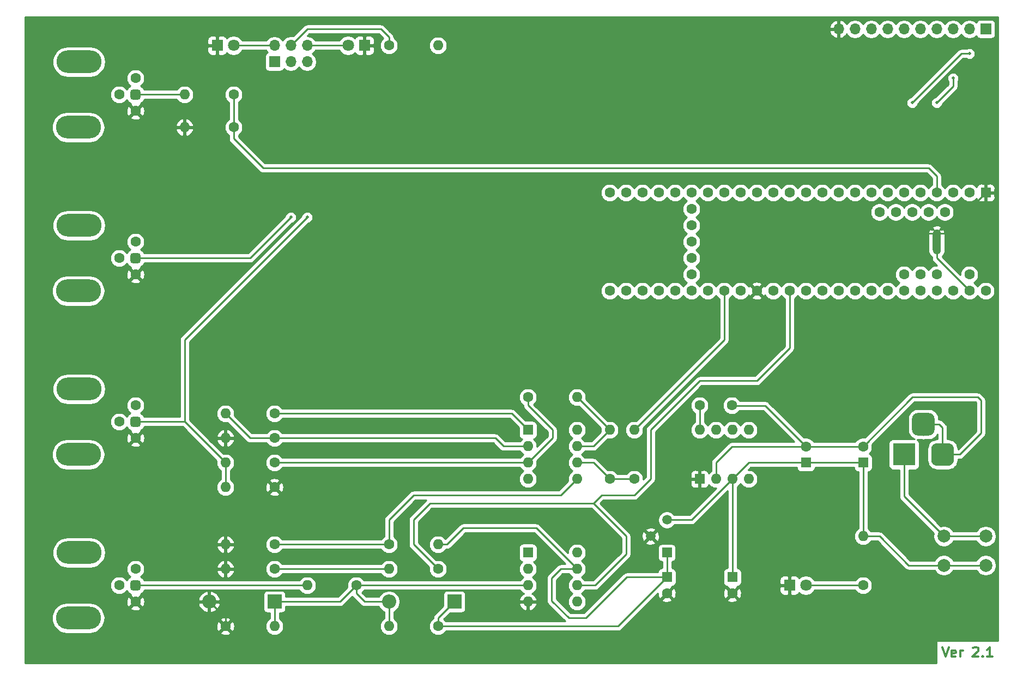
<source format=gtl>
%TF.GenerationSoftware,KiCad,Pcbnew,(5.1.6)-1*%
%TF.CreationDate,2020-09-10T16:08:27+05:30*%
%TF.ProjectId,teenDynClamp_V02,7465656e-4479-46e4-936c-616d705f5630,v02.1*%
%TF.SameCoordinates,Original*%
%TF.FileFunction,Copper,L1,Top*%
%TF.FilePolarity,Positive*%
%FSLAX46Y46*%
G04 Gerber Fmt 4.6, Leading zero omitted, Abs format (unit mm)*
G04 Created by KiCad (PCBNEW (5.1.6)-1) date 2020-09-10 16:08:27*
%MOMM*%
%LPD*%
G01*
G04 APERTURE LIST*
%TA.AperFunction,NonConductor*%
%ADD10C,0.300000*%
%TD*%
%TA.AperFunction,EtchedComponent*%
%ADD11C,0.100000*%
%TD*%
%TA.AperFunction,ComponentPad*%
%ADD12C,1.600000*%
%TD*%
%TA.AperFunction,ComponentPad*%
%ADD13R,1.600000X1.600000*%
%TD*%
%TA.AperFunction,ComponentPad*%
%ADD14C,2.000000*%
%TD*%
%TA.AperFunction,ComponentPad*%
%ADD15O,1.600000X1.600000*%
%TD*%
%TA.AperFunction,ComponentPad*%
%ADD16C,1.800000*%
%TD*%
%TA.AperFunction,ComponentPad*%
%ADD17R,1.800000X1.800000*%
%TD*%
%TA.AperFunction,ComponentPad*%
%ADD18O,2.200000X2.200000*%
%TD*%
%TA.AperFunction,ComponentPad*%
%ADD19R,2.200000X2.200000*%
%TD*%
%TA.AperFunction,ComponentPad*%
%ADD20R,3.500000X3.500000*%
%TD*%
%TA.AperFunction,ComponentPad*%
%ADD21O,7.000000X3.500000*%
%TD*%
%TA.AperFunction,ComponentPad*%
%ADD22O,1.700000X1.700000*%
%TD*%
%TA.AperFunction,ComponentPad*%
%ADD23R,1.700000X1.700000*%
%TD*%
%TA.AperFunction,ViaPad*%
%ADD24C,1.300000*%
%TD*%
%TA.AperFunction,ComponentPad*%
%ADD25C,1.500000*%
%TD*%
%TA.AperFunction,ComponentPad*%
%ADD26R,1.500000X1.500000*%
%TD*%
%TA.AperFunction,ViaPad*%
%ADD27C,0.508000*%
%TD*%
%TA.AperFunction,Conductor*%
%ADD28C,0.254000*%
%TD*%
G04 APERTURE END LIST*
D10*
X193901714Y-149292571D02*
X194401714Y-150792571D01*
X194901714Y-149292571D01*
X195973142Y-150721142D02*
X195830285Y-150792571D01*
X195544571Y-150792571D01*
X195401714Y-150721142D01*
X195330285Y-150578285D01*
X195330285Y-150006857D01*
X195401714Y-149864000D01*
X195544571Y-149792571D01*
X195830285Y-149792571D01*
X195973142Y-149864000D01*
X196044571Y-150006857D01*
X196044571Y-150149714D01*
X195330285Y-150292571D01*
X196687428Y-150792571D02*
X196687428Y-149792571D01*
X196687428Y-150078285D02*
X196758857Y-149935428D01*
X196830285Y-149864000D01*
X196973142Y-149792571D01*
X197116000Y-149792571D01*
X198687428Y-149435428D02*
X198758857Y-149364000D01*
X198901714Y-149292571D01*
X199258857Y-149292571D01*
X199401714Y-149364000D01*
X199473142Y-149435428D01*
X199544571Y-149578285D01*
X199544571Y-149721142D01*
X199473142Y-149935428D01*
X198616000Y-150792571D01*
X199544571Y-150792571D01*
X200187428Y-150649714D02*
X200258857Y-150721142D01*
X200187428Y-150792571D01*
X200116000Y-150721142D01*
X200187428Y-150649714D01*
X200187428Y-150792571D01*
X201687428Y-150792571D02*
X200830285Y-150792571D01*
X201258857Y-150792571D02*
X201258857Y-149292571D01*
X201116000Y-149506857D01*
X200973142Y-149649714D01*
X200830285Y-149721142D01*
D11*
%TO.C,NT1*%
G36*
X193690000Y-85090000D02*
G01*
X193690000Y-87690000D01*
X192390000Y-87690000D01*
X192390000Y-85090000D01*
X193690000Y-85090000D01*
G37*
%TD*%
D12*
%TO.P,C4,2*%
%TO.N,GND*%
X161290000Y-140930000D03*
D13*
%TO.P,C4,1*%
%TO.N,+6V*%
X161290000Y-138430000D03*
%TD*%
D14*
%TO.P,SW1,1*%
%TO.N,Net-(J1-Pad1)*%
X200660000Y-132080000D03*
%TO.P,SW1,2*%
%TO.N,+6V*%
X200660000Y-136580000D03*
%TO.P,SW1,1*%
%TO.N,Net-(J1-Pad1)*%
X194160000Y-132080000D03*
%TO.P,SW1,2*%
%TO.N,+6V*%
X194160000Y-136580000D03*
%TD*%
D15*
%TO.P,U1,8*%
%TO.N,Net-(C3-Pad1)*%
X156210000Y-115570000D03*
%TO.P,U1,4*%
%TO.N,Net-(U1-Pad4)*%
X163830000Y-123190000D03*
%TO.P,U1,7*%
%TO.N,Net-(U1-Pad7)*%
X158750000Y-115570000D03*
%TO.P,U1,3*%
%TO.N,+6V*%
X161290000Y-123190000D03*
%TO.P,U1,6*%
%TO.N,Net-(U1-Pad6)*%
X161290000Y-115570000D03*
%TO.P,U1,2*%
%TO.N,-6V*%
X158750000Y-123190000D03*
%TO.P,U1,5*%
%TO.N,Net-(U1-Pad5)*%
X163830000Y-115570000D03*
D13*
%TO.P,U1,1*%
%TO.N,GND*%
X156210000Y-123190000D03*
%TD*%
%TO.P,C2,1*%
%TO.N,+6V*%
X181610000Y-120650000D03*
D12*
%TO.P,C2,2*%
%TO.N,-6V*%
X181610000Y-118150000D03*
%TD*%
%TO.P,C1,2*%
%TO.N,-6V*%
X172720000Y-118150000D03*
D13*
%TO.P,C1,1*%
%TO.N,+6V*%
X172720000Y-120650000D03*
%TD*%
D12*
%TO.P,C3,1*%
%TO.N,Net-(C3-Pad1)*%
X156210000Y-111760000D03*
%TO.P,C3,2*%
%TO.N,-6V*%
X161210000Y-111760000D03*
%TD*%
D13*
%TO.P,C5,1*%
%TO.N,+3V3*%
X151130000Y-138430000D03*
D12*
%TO.P,C5,2*%
%TO.N,GND*%
X151130000Y-140930000D03*
%TD*%
D16*
%TO.P,D0,2*%
%TO.N,Net-(D0-Pad2)*%
X172720000Y-139700000D03*
D17*
%TO.P,D0,1*%
%TO.N,GND*%
X170180000Y-139700000D03*
%TD*%
D18*
%TO.P,D1,2*%
%TO.N,Net-(D1-Pad2)*%
X107950000Y-142240000D03*
D19*
%TO.P,D1,1*%
%TO.N,+3V3*%
X118110000Y-142240000D03*
%TD*%
%TO.P,D2,1*%
%TO.N,Net-(D1-Pad2)*%
X90170000Y-142240000D03*
D18*
%TO.P,D2,2*%
%TO.N,GND*%
X80010000Y-142240000D03*
%TD*%
D20*
%TO.P,J1,1*%
%TO.N,Net-(J1-Pad1)*%
X187960000Y-119380000D03*
%TO.P,J1,2*%
%TO.N,-6V*%
%TA.AperFunction,ComponentPad*%
G36*
G01*
X195710000Y-118505000D02*
X195710000Y-120255000D01*
G75*
G02*
X194835000Y-121130000I-875000J0D01*
G01*
X193085000Y-121130000D01*
G75*
G02*
X192210000Y-120255000I0J875000D01*
G01*
X192210000Y-118505000D01*
G75*
G02*
X193085000Y-117630000I875000J0D01*
G01*
X194835000Y-117630000D01*
G75*
G02*
X195710000Y-118505000I0J-875000D01*
G01*
G37*
%TD.AperFunction*%
%TO.P,J1,3*%
%TO.N,N/C*%
%TA.AperFunction,ComponentPad*%
G36*
G01*
X192710000Y-113805000D02*
X192710000Y-115555000D01*
G75*
G02*
X191835000Y-116430000I-875000J0D01*
G01*
X190085000Y-116430000D01*
G75*
G02*
X189210000Y-115555000I0J875000D01*
G01*
X189210000Y-113805000D01*
G75*
G02*
X190085000Y-112930000I875000J0D01*
G01*
X191835000Y-112930000D01*
G75*
G02*
X192710000Y-113805000I0J-875000D01*
G01*
G37*
%TD.AperFunction*%
%TD*%
D21*
%TO.P,J2,*%
%TO.N,*%
X59690000Y-144780000D03*
X59790000Y-134620000D03*
%TO.P,J2,1*%
%TO.N,Net-(J2-Pad1)*%
%TA.AperFunction,ComponentPad*%
G36*
G01*
X68980000Y-140500000D02*
X68180000Y-140500000D01*
G75*
G02*
X67780000Y-140100000I0J400000D01*
G01*
X67780000Y-139300000D01*
G75*
G02*
X68180000Y-138900000I400000J0D01*
G01*
X68980000Y-138900000D01*
G75*
G02*
X69380000Y-139300000I0J-400000D01*
G01*
X69380000Y-140100000D01*
G75*
G02*
X68980000Y-140500000I-400000J0D01*
G01*
G37*
%TD.AperFunction*%
D12*
%TO.P,J2,2*%
%TO.N,GND*%
X68580000Y-142240000D03*
%TO.P,J2,3*%
%TO.N,N/C*%
X66040000Y-139700000D03*
%TO.P,J2,4*%
X68580000Y-137160000D03*
%TD*%
%TO.P,J3,4*%
%TO.N,N/C*%
X68580000Y-111760000D03*
%TO.P,J3,3*%
X66040000Y-114300000D03*
%TO.P,J3,2*%
%TO.N,GND*%
X68580000Y-116840000D03*
%TO.P,J3,1*%
%TO.N,Net-(J3-Pad1)*%
%TA.AperFunction,ComponentPad*%
G36*
G01*
X68980000Y-115100000D02*
X68180000Y-115100000D01*
G75*
G02*
X67780000Y-114700000I0J400000D01*
G01*
X67780000Y-113900000D01*
G75*
G02*
X68180000Y-113500000I400000J0D01*
G01*
X68980000Y-113500000D01*
G75*
G02*
X69380000Y-113900000I0J-400000D01*
G01*
X69380000Y-114700000D01*
G75*
G02*
X68980000Y-115100000I-400000J0D01*
G01*
G37*
%TD.AperFunction*%
D21*
%TO.P,J3,*%
%TO.N,*%
X59790000Y-109220000D03*
X59690000Y-119380000D03*
%TD*%
%TO.P,J4,*%
%TO.N,*%
X59690000Y-93980000D03*
X59790000Y-83820000D03*
%TO.P,J4,1*%
%TO.N,Net-(J4-Pad1)*%
%TA.AperFunction,ComponentPad*%
G36*
G01*
X68980000Y-89700000D02*
X68180000Y-89700000D01*
G75*
G02*
X67780000Y-89300000I0J400000D01*
G01*
X67780000Y-88500000D01*
G75*
G02*
X68180000Y-88100000I400000J0D01*
G01*
X68980000Y-88100000D01*
G75*
G02*
X69380000Y-88500000I0J-400000D01*
G01*
X69380000Y-89300000D01*
G75*
G02*
X68980000Y-89700000I-400000J0D01*
G01*
G37*
%TD.AperFunction*%
D12*
%TO.P,J4,2*%
%TO.N,GND*%
X68580000Y-91440000D03*
%TO.P,J4,3*%
%TO.N,N/C*%
X66040000Y-88900000D03*
%TO.P,J4,4*%
X68580000Y-86360000D03*
%TD*%
%TO.P,J5,4*%
%TO.N,N/C*%
X68580000Y-60960000D03*
%TO.P,J5,3*%
X66040000Y-63500000D03*
%TO.P,J5,2*%
%TO.N,GND*%
X68580000Y-66040000D03*
%TO.P,J5,1*%
%TO.N,Net-(J5-Pad1)*%
%TA.AperFunction,ComponentPad*%
G36*
G01*
X68980000Y-64300000D02*
X68180000Y-64300000D01*
G75*
G02*
X67780000Y-63900000I0J400000D01*
G01*
X67780000Y-63100000D01*
G75*
G02*
X68180000Y-62700000I400000J0D01*
G01*
X68980000Y-62700000D01*
G75*
G02*
X69380000Y-63100000I0J-400000D01*
G01*
X69380000Y-63900000D01*
G75*
G02*
X68980000Y-64300000I-400000J0D01*
G01*
G37*
%TD.AperFunction*%
D21*
%TO.P,J5,*%
%TO.N,*%
X59790000Y-58420000D03*
X59690000Y-68580000D03*
%TD*%
D22*
%TO.P,J6,10*%
%TO.N,GND*%
X177800000Y-53340000D03*
%TO.P,J6,9*%
%TO.N,/A9*%
X180340000Y-53340000D03*
%TO.P,J6,8*%
%TO.N,/A8*%
X182880000Y-53340000D03*
%TO.P,J6,7*%
%TO.N,/A7*%
X185420000Y-53340000D03*
%TO.P,J6,6*%
%TO.N,/A6*%
X187960000Y-53340000D03*
%TO.P,J6,5*%
%TO.N,/A5_SCL0*%
X190500000Y-53340000D03*
%TO.P,J6,4*%
%TO.N,/A4_SDA0*%
X193040000Y-53340000D03*
%TO.P,J6,3*%
%TO.N,/26_TX1*%
X195580000Y-53340000D03*
%TO.P,J6,2*%
%TO.N,/27_RX1*%
X198120000Y-53340000D03*
D23*
%TO.P,J6,1*%
%TO.N,/DAC1*%
X200660000Y-53340000D03*
%TD*%
D24*
%TO.N,GND*%
%TO.C,NT1*%
X193040000Y-85090000D03*
%TO.N,GNDA*%
X193040000Y-87690000D03*
%TD*%
D15*
%TO.P,R1,2*%
%TO.N,Net-(J2-Pad1)*%
X95250000Y-139700000D03*
D12*
%TO.P,R1,1*%
%TO.N,Net-(D1-Pad2)*%
X102870000Y-139700000D03*
%TD*%
%TO.P,R2,1*%
%TO.N,GND*%
X82550000Y-146050000D03*
D15*
%TO.P,R2,2*%
%TO.N,Net-(D1-Pad2)*%
X90170000Y-146050000D03*
%TD*%
D12*
%TO.P,R3,1*%
%TO.N,+3V3*%
X115570000Y-146050000D03*
D15*
%TO.P,R3,2*%
%TO.N,Net-(D1-Pad2)*%
X107950000Y-146050000D03*
%TD*%
D12*
%TO.P,R4,1*%
%TO.N,Net-(R4-Pad1)*%
X115570000Y-137160000D03*
D15*
%TO.P,R4,2*%
%TO.N,Net-(R4-Pad2)*%
X107950000Y-137160000D03*
%TD*%
%TO.P,R5,2*%
%TO.N,GND*%
X82550000Y-137160000D03*
D12*
%TO.P,R5,1*%
%TO.N,Net-(R4-Pad2)*%
X90170000Y-137160000D03*
%TD*%
D15*
%TO.P,R6,2*%
%TO.N,Net-(R6-Pad2)*%
X146050000Y-115570000D03*
D12*
%TO.P,R6,1*%
%TO.N,Net-(R6-Pad1)*%
X146050000Y-123190000D03*
%TD*%
D15*
%TO.P,R7,2*%
%TO.N,Net-(R10-Pad2)*%
X142240000Y-115570000D03*
D12*
%TO.P,R7,1*%
%TO.N,Net-(R6-Pad1)*%
X142240000Y-123190000D03*
%TD*%
D15*
%TO.P,R8,2*%
%TO.N,+3V3*%
X115570000Y-133350000D03*
D12*
%TO.P,R8,1*%
%TO.N,Net-(R8-Pad1)*%
X107950000Y-133350000D03*
%TD*%
%TO.P,R9,1*%
%TO.N,Net-(R8-Pad1)*%
X90170000Y-133350000D03*
D15*
%TO.P,R9,2*%
%TO.N,GND*%
X82550000Y-133350000D03*
%TD*%
D12*
%TO.P,R10,1*%
%TO.N,Net-(R10-Pad1)*%
X129540000Y-110490000D03*
D15*
%TO.P,R10,2*%
%TO.N,Net-(R10-Pad2)*%
X137160000Y-110490000D03*
%TD*%
%TO.P,R11,2*%
%TO.N,Net-(J3-Pad1)*%
X82550000Y-120650000D03*
D12*
%TO.P,R11,1*%
%TO.N,Net-(R10-Pad1)*%
X90170000Y-120650000D03*
%TD*%
%TO.P,R12,1*%
%TO.N,Net-(R12-Pad1)*%
X90170000Y-113030000D03*
D15*
%TO.P,R12,2*%
%TO.N,Net-(R12-Pad2)*%
X82550000Y-113030000D03*
%TD*%
D12*
%TO.P,R13,1*%
%TO.N,Net-(R12-Pad2)*%
X90170000Y-116840000D03*
D15*
%TO.P,R13,2*%
%TO.N,GND*%
X82550000Y-116840000D03*
%TD*%
D12*
%TO.P,R_LED1,1*%
%TO.N,Net-(D0-Pad2)*%
X181610000Y-139700000D03*
D15*
%TO.P,R_LED1,2*%
%TO.N,+6V*%
X181610000Y-132080000D03*
%TD*%
D12*
%TO.P,U4,17*%
%TO.N,Net-(U4-Pad17)*%
X160020000Y-78740000D03*
%TO.P,U4,18*%
%TO.N,/26_TX1*%
X157480000Y-78740000D03*
%TO.P,U4,19*%
%TO.N,/27_RX1*%
X154940000Y-78740000D03*
%TO.P,U4,20*%
%TO.N,Net-(U4-Pad20)*%
X152400000Y-78740000D03*
%TO.P,U4,16*%
%TO.N,Net-(U4-Pad16)*%
X162560000Y-78740000D03*
%TO.P,U4,15*%
%TO.N,Net-(U4-Pad15)*%
X165100000Y-78740000D03*
%TO.P,U4,14*%
%TO.N,Net-(U4-Pad14)*%
X167640000Y-78740000D03*
%TO.P,U4,21*%
%TO.N,Net-(U4-Pad21)*%
X149860000Y-78740000D03*
%TO.P,U4,22*%
%TO.N,Net-(U4-Pad22)*%
X147320000Y-78740000D03*
%TO.P,U4,23*%
%TO.N,Net-(U4-Pad23)*%
X144780000Y-78740000D03*
%TO.P,U4,24*%
%TO.N,Net-(U4-Pad24)*%
X142240000Y-78740000D03*
%TO.P,U4,25*%
%TO.N,Net-(U4-Pad25)*%
X154940000Y-81280000D03*
%TO.P,U4,26*%
%TO.N,Net-(U4-Pad26)*%
X154940000Y-83820000D03*
%TO.P,U4,27*%
%TO.N,Net-(U4-Pad27)*%
X154940000Y-86360000D03*
%TO.P,U4,28*%
%TO.N,Net-(U4-Pad28)*%
X154940000Y-88900000D03*
%TO.P,U4,29*%
%TO.N,Net-(U4-Pad29)*%
X154940000Y-91440000D03*
%TO.P,U4,30*%
%TO.N,Net-(U4-Pad30)*%
X142240000Y-93980000D03*
%TO.P,U4,31*%
%TO.N,Net-(U4-Pad31)*%
X144780000Y-93980000D03*
%TO.P,U4,32*%
%TO.N,Net-(U4-Pad32)*%
X147320000Y-93980000D03*
%TO.P,U4,33*%
%TO.N,Net-(U4-Pad33)*%
X149860000Y-93980000D03*
%TO.P,U4,34*%
%TO.N,Net-(U4-Pad34)*%
X152400000Y-93980000D03*
%TO.P,U4,35*%
%TO.N,Net-(U4-Pad35)*%
X154940000Y-93980000D03*
%TO.P,U4,36*%
%TO.N,Net-(U4-Pad36)*%
X157480000Y-93980000D03*
%TO.P,U4,37*%
%TO.N,Net-(R6-Pad2)*%
X160020000Y-93980000D03*
%TO.P,U4,13*%
%TO.N,Net-(U4-Pad13)*%
X170180000Y-78740000D03*
%TO.P,U4,12*%
%TO.N,Net-(U4-Pad12)*%
X172720000Y-78740000D03*
%TO.P,U4,11*%
%TO.N,Net-(U4-Pad11)*%
X175260000Y-78740000D03*
%TO.P,U4,10*%
%TO.N,Net-(U4-Pad10)*%
X177800000Y-78740000D03*
%TO.P,U4,9*%
%TO.N,Net-(U4-Pad9)*%
X180340000Y-78740000D03*
%TO.P,U4,8*%
%TO.N,Net-(U4-Pad8)*%
X182880000Y-78740000D03*
%TO.P,U4,7*%
%TO.N,Net-(U4-Pad7)*%
X185420000Y-78740000D03*
%TO.P,U4,6*%
%TO.N,Net-(U4-Pad6)*%
X187960000Y-78740000D03*
%TO.P,U4,5*%
%TO.N,Net-(U4-Pad5)*%
X190500000Y-78740000D03*
%TO.P,U4,4*%
%TO.N,Net-(RTTL1-Pad1)*%
X193040000Y-78740000D03*
%TO.P,U4,3*%
%TO.N,Net-(U4-Pad3)*%
X195580000Y-78740000D03*
%TO.P,U4,2*%
%TO.N,Net-(U4-Pad2)*%
X198120000Y-78740000D03*
D13*
%TO.P,U4,1*%
%TO.N,GND*%
X200660000Y-78740000D03*
D12*
%TO.P,U4,38*%
%TO.N,/DAC1*%
X162560000Y-93980000D03*
%TO.P,U4,39*%
%TO.N,GND*%
X165100000Y-93980000D03*
%TO.P,U4,40*%
%TO.N,Net-(U4-Pad40)*%
X167640000Y-93980000D03*
%TO.P,U4,41*%
%TO.N,Net-(R4-Pad1)*%
X170180000Y-93980000D03*
%TO.P,U4,42*%
%TO.N,Net-(U4-Pad42)*%
X172720000Y-93980000D03*
%TO.P,U4,43*%
%TO.N,Net-(U4-Pad43)*%
X175260000Y-93980000D03*
%TO.P,U4,44*%
%TO.N,Net-(U4-Pad44)*%
X177800000Y-93980000D03*
%TO.P,U4,45*%
%TO.N,/A4_SDA0*%
X180340000Y-93980000D03*
%TO.P,U4,46*%
%TO.N,/A5_SCL0*%
X182880000Y-93980000D03*
%TO.P,U4,47*%
%TO.N,/A6*%
X185420000Y-93980000D03*
%TO.P,U4,48*%
%TO.N,/A7*%
X187960000Y-93980000D03*
%TO.P,U4,49*%
%TO.N,/A8*%
X190500000Y-93980000D03*
%TO.P,U4,50*%
%TO.N,/A9*%
X193040000Y-93980000D03*
%TO.P,U4,51*%
%TO.N,Net-(U4-Pad51)*%
X195580000Y-93980000D03*
%TO.P,U4,52*%
%TO.N,GNDA*%
X198120000Y-93980000D03*
%TO.P,U4,53*%
%TO.N,Net-(U4-Pad53)*%
X200660000Y-93980000D03*
%TO.P,U4,54*%
%TO.N,Net-(U4-Pad54)*%
X198120000Y-91440000D03*
%TO.P,U4,55*%
%TO.N,Net-(U4-Pad55)*%
X193040000Y-91440000D03*
%TO.P,U4,56*%
%TO.N,Net-(U4-Pad56)*%
X190500000Y-91440000D03*
%TO.P,U4,57*%
%TO.N,Net-(U4-Pad57)*%
X187960000Y-91440000D03*
%TO.P,U4,58*%
%TO.N,N/C*%
X194310000Y-81740000D03*
%TO.P,U4,59*%
X191770000Y-81740000D03*
%TO.P,U4,60*%
X189230000Y-81740000D03*
%TO.P,U4,61*%
X186690000Y-81740000D03*
%TO.P,U4,62*%
X184150000Y-81740000D03*
%TD*%
D13*
%TO.P,U5,1*%
%TO.N,Net-(R12-Pad1)*%
X129540000Y-115570000D03*
D15*
%TO.P,U5,5*%
%TO.N,Net-(R8-Pad1)*%
X137160000Y-123190000D03*
%TO.P,U5,2*%
%TO.N,Net-(R12-Pad2)*%
X129540000Y-118110000D03*
%TO.P,U5,6*%
%TO.N,Net-(R6-Pad1)*%
X137160000Y-120650000D03*
%TO.P,U5,3*%
%TO.N,Net-(R10-Pad1)*%
X129540000Y-120650000D03*
%TO.P,U5,7*%
%TO.N,Net-(R10-Pad2)*%
X137160000Y-118110000D03*
%TO.P,U5,4*%
%TO.N,-6V*%
X129540000Y-123190000D03*
%TO.P,U5,8*%
%TO.N,+6V*%
X137160000Y-115570000D03*
%TD*%
D25*
%TO.P,U2,2*%
%TO.N,GND*%
X148590000Y-132080000D03*
%TO.P,U2,3*%
%TO.N,+6V*%
X151130000Y-129540000D03*
D26*
%TO.P,U2,1*%
%TO.N,+3V3*%
X151130000Y-134620000D03*
%TD*%
D16*
%TO.P,D3,2*%
%TO.N,Net-(D3-Pad2)*%
X101600000Y-55880000D03*
D17*
%TO.P,D3,1*%
%TO.N,GND*%
X104140000Y-55880000D03*
%TD*%
%TO.P,D4,1*%
%TO.N,GND*%
X81280000Y-55880000D03*
D16*
%TO.P,D4,2*%
%TO.N,Net-(D4-Pad2)*%
X83820000Y-55880000D03*
%TD*%
D12*
%TO.P,R_LED2,1*%
%TO.N,Net-(R_LED2-Pad1)*%
X107950000Y-55880000D03*
D15*
%TO.P,R_LED2,2*%
%TO.N,+6V*%
X115570000Y-55880000D03*
%TD*%
%TO.P,RTTL1,2*%
%TO.N,Net-(J5-Pad1)*%
X76200000Y-63500000D03*
D12*
%TO.P,RTTL1,1*%
%TO.N,Net-(RTTL1-Pad1)*%
X83820000Y-63500000D03*
%TD*%
%TO.P,RTTL2,1*%
%TO.N,Net-(RTTL1-Pad1)*%
X83820000Y-68580000D03*
D15*
%TO.P,RTTL2,2*%
%TO.N,GND*%
X76200000Y-68580000D03*
%TD*%
D23*
%TO.P,SW2,1*%
%TO.N,Net-(R12-Pad1)*%
X90170000Y-58420000D03*
D22*
%TO.P,SW2,2*%
%TO.N,Net-(J4-Pad1)*%
X92710000Y-58420000D03*
%TO.P,SW2,3*%
%TO.N,Net-(J3-Pad1)*%
X95250000Y-58420000D03*
%TO.P,SW2,4*%
%TO.N,Net-(D4-Pad2)*%
X90170000Y-55880000D03*
%TO.P,SW2,5*%
%TO.N,Net-(R_LED2-Pad1)*%
X92710000Y-55880000D03*
%TO.P,SW2,6*%
%TO.N,Net-(D3-Pad2)*%
X95250000Y-55880000D03*
%TD*%
D15*
%TO.P,U3,8*%
%TO.N,Net-(U3-Pad8)*%
X137160000Y-134620000D03*
%TO.P,U3,4*%
%TO.N,GND*%
X129540000Y-142240000D03*
%TO.P,U3,7*%
%TO.N,+3V3*%
X137160000Y-137160000D03*
%TO.P,U3,3*%
%TO.N,Net-(D1-Pad2)*%
X129540000Y-139700000D03*
%TO.P,U3,6*%
%TO.N,Net-(R4-Pad1)*%
X137160000Y-139700000D03*
%TO.P,U3,2*%
%TO.N,Net-(R4-Pad2)*%
X129540000Y-137160000D03*
%TO.P,U3,5*%
%TO.N,Net-(U3-Pad5)*%
X137160000Y-142240000D03*
D13*
%TO.P,U3,1*%
%TO.N,Net-(U3-Pad1)*%
X129540000Y-134620000D03*
%TD*%
D12*
%TO.P,R_pulldown1,1*%
%TO.N,GND*%
X90170000Y-124460000D03*
D15*
%TO.P,R_pulldown1,2*%
%TO.N,Net-(J3-Pad1)*%
X82550000Y-124460000D03*
%TD*%
D27*
%TO.N,GND*%
X165100000Y-96520000D03*
X158750000Y-105410000D03*
X190500000Y-149606000D03*
%TO.N,Net-(J3-Pad1)*%
X95250000Y-82550000D03*
%TO.N,/27_RX1*%
X198120000Y-57150000D03*
X189230000Y-64770000D03*
%TO.N,/26_TX1*%
X195580000Y-60960000D03*
X193040000Y-64770000D03*
%TO.N,Net-(J4-Pad1)*%
X92710000Y-82550000D03*
%TD*%
D28*
%TO.N,-6V*%
X189270000Y-110490000D02*
X181610000Y-118150000D01*
X181610000Y-118150000D02*
X172720000Y-118150000D01*
X172720000Y-118150000D02*
X166370000Y-111800000D01*
X161250000Y-111800000D02*
X161210000Y-111760000D01*
X166370000Y-111800000D02*
X161250000Y-111800000D01*
X158750000Y-123190000D02*
X158750000Y-120650000D01*
X161250000Y-118150000D02*
X172720000Y-118150000D01*
X158750000Y-120650000D02*
X161250000Y-118150000D01*
X190960000Y-114680000D02*
X190960000Y-116380000D01*
X193960000Y-119380000D02*
X196596000Y-119380000D01*
X196596000Y-119380000D02*
X199898000Y-116078000D01*
X199898000Y-116078000D02*
X199898000Y-110998000D01*
X199898000Y-110998000D02*
X199390000Y-110490000D01*
X199390000Y-110490000D02*
X189270000Y-110490000D01*
X190960000Y-114680000D02*
X193420000Y-114680000D01*
X193960000Y-115220000D02*
X193960000Y-119380000D01*
X193420000Y-114680000D02*
X193960000Y-115220000D01*
%TO.N,+6V*%
X200660000Y-136580000D02*
X194160000Y-136580000D01*
X194160000Y-136580000D02*
X188650000Y-136580000D01*
X181610000Y-129540000D02*
X181610000Y-120650000D01*
X181610000Y-120650000D02*
X172720000Y-120650000D01*
X161290000Y-123190000D02*
X163830000Y-120650000D01*
X163830000Y-120650000D02*
X172720000Y-120650000D01*
X161290000Y-123190000D02*
X161290000Y-127000000D01*
X184150000Y-132080000D02*
X188650000Y-136580000D01*
X181610000Y-132080000D02*
X184150000Y-132080000D01*
X181610000Y-129540000D02*
X181610000Y-132080000D01*
X161290000Y-138430000D02*
X161290000Y-134620000D01*
X161290000Y-123190000D02*
X161290000Y-138430000D01*
X151130000Y-129540000D02*
X154940000Y-129540000D01*
X154940000Y-129540000D02*
X161290000Y-123190000D01*
%TO.N,Net-(C3-Pad1)*%
X156210000Y-111760000D02*
X156210000Y-115570000D01*
%TO.N,GND*%
X82550000Y-144780000D02*
X82550000Y-146050000D01*
X80010000Y-142240000D02*
X82550000Y-144780000D01*
X165100000Y-93980000D02*
X173990000Y-85090000D01*
X173990000Y-85090000D02*
X193040000Y-85090000D01*
X194310000Y-85090000D02*
X200660000Y-78740000D01*
X193040000Y-85090000D02*
X194310000Y-85090000D01*
X165100000Y-96520000D02*
X165100000Y-99060000D01*
X165100000Y-99060000D02*
X158750000Y-105410000D01*
X158750000Y-105410000D02*
X158750000Y-105410000D01*
X146050000Y-129540000D02*
X148590000Y-132080000D01*
X156210000Y-123190000D02*
X149860000Y-123190000D01*
X146050000Y-127000000D02*
X146050000Y-129540000D01*
X149860000Y-123190000D02*
X146050000Y-127000000D01*
%TO.N,+3V3*%
X143510000Y-146050000D02*
X151130000Y-138430000D01*
X115570000Y-146050000D02*
X143510000Y-146050000D01*
X115570000Y-133350000D02*
X116967000Y-133350000D01*
X116967000Y-133350000D02*
X119507000Y-130810000D01*
X130810000Y-130810000D02*
X137160000Y-137160000D01*
X119507000Y-130810000D02*
X130810000Y-130810000D01*
X134620000Y-137160000D02*
X137160000Y-137160000D01*
X144907000Y-138430000D02*
X138557000Y-144780000D01*
X151130000Y-138430000D02*
X144907000Y-138430000D01*
X133223000Y-138557000D02*
X134620000Y-137160000D01*
X135890000Y-144780000D02*
X133223000Y-142113000D01*
X138557000Y-144780000D02*
X135890000Y-144780000D01*
X133223000Y-142113000D02*
X133223000Y-138557000D01*
X118110000Y-142240000D02*
X115570000Y-144780000D01*
X115570000Y-144780000D02*
X115570000Y-146050000D01*
X151130000Y-134620000D02*
X151130000Y-138430000D01*
%TO.N,Net-(D0-Pad2)*%
X172720000Y-139700000D02*
X181610000Y-139700000D01*
%TO.N,Net-(D1-Pad2)*%
X102870000Y-139700000D02*
X129540000Y-139700000D01*
X100330000Y-142240000D02*
X102870000Y-139700000D01*
X90170000Y-142240000D02*
X100330000Y-142240000D01*
X102870000Y-139700000D02*
X102870000Y-140970000D01*
X104140000Y-142240000D02*
X107950000Y-142240000D01*
X102870000Y-140970000D02*
X104140000Y-142240000D01*
X90170000Y-142240000D02*
X90170000Y-146050000D01*
X107950000Y-142240000D02*
X107950000Y-146050000D01*
%TO.N,Net-(J1-Pad1)*%
X187960000Y-125880000D02*
X194160000Y-132080000D01*
X187960000Y-119380000D02*
X187960000Y-125880000D01*
X194160000Y-132080000D02*
X200660000Y-132080000D01*
%TO.N,Net-(J2-Pad1)*%
X95250000Y-139700000D02*
X68580000Y-139700000D01*
%TO.N,Net-(J3-Pad1)*%
X68580000Y-114300000D02*
X76200000Y-114300000D01*
X76200000Y-114300000D02*
X82550000Y-120650000D01*
X76200000Y-114300000D02*
X76200000Y-101600000D01*
X76200000Y-101600000D02*
X95250000Y-82550000D01*
X82550000Y-120650000D02*
X82550000Y-124460000D01*
%TO.N,Net-(J5-Pad1)*%
X68580000Y-63500000D02*
X76200000Y-63500000D01*
%TO.N,/27_RX1*%
X198120000Y-57150000D02*
X196850000Y-57150000D01*
X196850000Y-57150000D02*
X189230000Y-64770000D01*
X189230000Y-64770000D02*
X189230000Y-64770000D01*
%TO.N,/26_TX1*%
X195580000Y-60960000D02*
X195580000Y-62230000D01*
X195580000Y-62230000D02*
X193040000Y-64770000D01*
X193040000Y-64770000D02*
X193040000Y-64770000D01*
%TO.N,GNDA*%
X193040000Y-88900000D02*
X198120000Y-93980000D01*
X193040000Y-87690000D02*
X193040000Y-88900000D01*
%TO.N,Net-(R4-Pad1)*%
X139954000Y-139700000D02*
X137160000Y-139700000D01*
X144780000Y-132080000D02*
X144780000Y-134874000D01*
X144780000Y-134874000D02*
X139954000Y-139700000D01*
X111760000Y-129540000D02*
X114300000Y-127000000D01*
X114300000Y-127000000D02*
X139700000Y-127000000D01*
X139700000Y-127000000D02*
X144780000Y-132080000D01*
X165100000Y-107950000D02*
X170180000Y-102870000D01*
X156210000Y-107950000D02*
X165100000Y-107950000D01*
X140970000Y-125730000D02*
X146050000Y-125730000D01*
X146050000Y-125730000D02*
X148590000Y-123190000D01*
X148590000Y-115570000D02*
X156210000Y-107950000D01*
X170180000Y-102870000D02*
X170180000Y-93980000D01*
X139700000Y-127000000D02*
X140970000Y-125730000D01*
X148590000Y-123190000D02*
X148590000Y-115570000D01*
X111760000Y-133350000D02*
X115570000Y-137160000D01*
X111760000Y-133350000D02*
X111760000Y-129540000D01*
%TO.N,Net-(R4-Pad2)*%
X107950000Y-137160000D02*
X90170000Y-137160000D01*
%TO.N,Net-(R6-Pad2)*%
X146050000Y-115570000D02*
X160020000Y-101600000D01*
X160020000Y-101600000D02*
X160020000Y-93980000D01*
%TO.N,Net-(R6-Pad1)*%
X139700000Y-120650000D02*
X142240000Y-123190000D01*
X137160000Y-120650000D02*
X139700000Y-120650000D01*
X142240000Y-123190000D02*
X146050000Y-123190000D01*
%TO.N,Net-(R10-Pad2)*%
X139700000Y-118110000D02*
X142240000Y-115570000D01*
X137160000Y-118110000D02*
X139700000Y-118110000D01*
X142240000Y-115570000D02*
X137160000Y-110490000D01*
%TO.N,Net-(R8-Pad1)*%
X107950000Y-133350000D02*
X107950000Y-129540000D01*
X107950000Y-129540000D02*
X111760000Y-125730000D01*
X134620000Y-125730000D02*
X137160000Y-123190000D01*
X111760000Y-125730000D02*
X134620000Y-125730000D01*
X107950000Y-133350000D02*
X90170000Y-133350000D01*
%TO.N,Net-(R10-Pad1)*%
X129540000Y-110490000D02*
X129540000Y-111760000D01*
X129540000Y-111760000D02*
X133350000Y-115570000D01*
X133350000Y-116840000D02*
X129540000Y-120650000D01*
X133350000Y-115570000D02*
X133350000Y-116840000D01*
X90170000Y-120650000D02*
X129540000Y-120650000D01*
%TO.N,Net-(R12-Pad2)*%
X129540000Y-118110000D02*
X128270000Y-118110000D01*
X82550000Y-113030000D02*
X86360000Y-116840000D01*
X86360000Y-116840000D02*
X90170000Y-116840000D01*
X124460000Y-116840000D02*
X90170000Y-116840000D01*
X129540000Y-118110000D02*
X125730000Y-118110000D01*
X125730000Y-118110000D02*
X124460000Y-116840000D01*
%TO.N,Net-(J4-Pad1)*%
X68580000Y-88900000D02*
X86360000Y-88900000D01*
X86360000Y-88900000D02*
X92710000Y-82550000D01*
%TO.N,Net-(D3-Pad2)*%
X95250000Y-55880000D02*
X101600000Y-55880000D01*
%TO.N,Net-(D4-Pad2)*%
X83820000Y-55880000D02*
X90170000Y-55880000D01*
%TO.N,Net-(R12-Pad1)*%
X127000000Y-113030000D02*
X129540000Y-115570000D01*
X90170000Y-113030000D02*
X127000000Y-113030000D01*
%TO.N,Net-(R_LED2-Pad1)*%
X106680000Y-53340000D02*
X95250000Y-53340000D01*
X95250000Y-53340000D02*
X92710000Y-55880000D01*
X107950000Y-55880000D02*
X107950000Y-54610000D01*
X107950000Y-54610000D02*
X106680000Y-53340000D01*
%TO.N,Net-(RTTL1-Pad1)*%
X193040000Y-78740000D02*
X193040000Y-76200000D01*
X193040000Y-76200000D02*
X191770000Y-74930000D01*
X83820000Y-63500000D02*
X83820000Y-68580000D01*
X83820000Y-70358000D02*
X88392000Y-74930000D01*
X83820000Y-68580000D02*
X83820000Y-70358000D01*
X88392000Y-74930000D02*
X191770000Y-74930000D01*
%TD*%
%TO.N,GND*%
G36*
X202552301Y-148324000D02*
G01*
X192973857Y-148324000D01*
X192973857Y-151752300D01*
X51447700Y-151752300D01*
X51447700Y-144780000D01*
X55543461Y-144780000D01*
X55589510Y-145247542D01*
X55725887Y-145697116D01*
X55947351Y-146111446D01*
X56245391Y-146474609D01*
X56608554Y-146772649D01*
X57022884Y-146994113D01*
X57472458Y-147130490D01*
X57822843Y-147165000D01*
X61557157Y-147165000D01*
X61907542Y-147130490D01*
X62196939Y-147042702D01*
X81736903Y-147042702D01*
X81808486Y-147286671D01*
X82063996Y-147407571D01*
X82338184Y-147476300D01*
X82620512Y-147490217D01*
X82900130Y-147448787D01*
X83166292Y-147353603D01*
X83291514Y-147286671D01*
X83363097Y-147042702D01*
X82550000Y-146229605D01*
X81736903Y-147042702D01*
X62196939Y-147042702D01*
X62357116Y-146994113D01*
X62771446Y-146772649D01*
X63134609Y-146474609D01*
X63425208Y-146120512D01*
X81109783Y-146120512D01*
X81151213Y-146400130D01*
X81246397Y-146666292D01*
X81313329Y-146791514D01*
X81557298Y-146863097D01*
X82370395Y-146050000D01*
X82729605Y-146050000D01*
X83542702Y-146863097D01*
X83786671Y-146791514D01*
X83907571Y-146536004D01*
X83976300Y-146261816D01*
X83990217Y-145979488D01*
X83948787Y-145699870D01*
X83853603Y-145433708D01*
X83786671Y-145308486D01*
X83542702Y-145236903D01*
X82729605Y-146050000D01*
X82370395Y-146050000D01*
X81557298Y-145236903D01*
X81313329Y-145308486D01*
X81192429Y-145563996D01*
X81123700Y-145838184D01*
X81109783Y-146120512D01*
X63425208Y-146120512D01*
X63432649Y-146111446D01*
X63654113Y-145697116D01*
X63790490Y-145247542D01*
X63809227Y-145057298D01*
X81736903Y-145057298D01*
X82550000Y-145870395D01*
X83363097Y-145057298D01*
X83291514Y-144813329D01*
X83036004Y-144692429D01*
X82761816Y-144623700D01*
X82479488Y-144609783D01*
X82199870Y-144651213D01*
X81933708Y-144746397D01*
X81808486Y-144813329D01*
X81736903Y-145057298D01*
X63809227Y-145057298D01*
X63836539Y-144780000D01*
X63790490Y-144312458D01*
X63654113Y-143862884D01*
X63432649Y-143448554D01*
X63255504Y-143232702D01*
X67766903Y-143232702D01*
X67838486Y-143476671D01*
X68093996Y-143597571D01*
X68368184Y-143666300D01*
X68650512Y-143680217D01*
X68930130Y-143638787D01*
X69196292Y-143543603D01*
X69321514Y-143476671D01*
X69393097Y-143232702D01*
X68580000Y-142419605D01*
X67766903Y-143232702D01*
X63255504Y-143232702D01*
X63134609Y-143085391D01*
X62771446Y-142787351D01*
X62357116Y-142565887D01*
X61907542Y-142429510D01*
X61557157Y-142395000D01*
X57822843Y-142395000D01*
X57472458Y-142429510D01*
X57022884Y-142565887D01*
X56608554Y-142787351D01*
X56245391Y-143085391D01*
X55947351Y-143448554D01*
X55725887Y-143862884D01*
X55589510Y-144312458D01*
X55543461Y-144780000D01*
X51447700Y-144780000D01*
X51447700Y-142310512D01*
X67139783Y-142310512D01*
X67181213Y-142590130D01*
X67276397Y-142856292D01*
X67343329Y-142981514D01*
X67587298Y-143053097D01*
X68400395Y-142240000D01*
X68759605Y-142240000D01*
X69572702Y-143053097D01*
X69816671Y-142981514D01*
X69937571Y-142726004D01*
X69960101Y-142636122D01*
X78320825Y-142636122D01*
X78385425Y-142849094D01*
X78535469Y-143154329D01*
X78742178Y-143424427D01*
X78997609Y-143649008D01*
X79291946Y-143819442D01*
X79613877Y-143929179D01*
X79883000Y-143811600D01*
X79883000Y-142367000D01*
X80137000Y-142367000D01*
X80137000Y-143811600D01*
X80406123Y-143929179D01*
X80728054Y-143819442D01*
X81022391Y-143649008D01*
X81277822Y-143424427D01*
X81484531Y-143154329D01*
X81634575Y-142849094D01*
X81699175Y-142636122D01*
X81581125Y-142367000D01*
X80137000Y-142367000D01*
X79883000Y-142367000D01*
X78438875Y-142367000D01*
X78320825Y-142636122D01*
X69960101Y-142636122D01*
X70006300Y-142451816D01*
X70020217Y-142169488D01*
X69978787Y-141889870D01*
X69962340Y-141843878D01*
X78320825Y-141843878D01*
X78438875Y-142113000D01*
X79883000Y-142113000D01*
X79883000Y-140668400D01*
X80137000Y-140668400D01*
X80137000Y-142113000D01*
X81581125Y-142113000D01*
X81699175Y-141843878D01*
X81634575Y-141630906D01*
X81484531Y-141325671D01*
X81342435Y-141140000D01*
X88431928Y-141140000D01*
X88431928Y-143340000D01*
X88444188Y-143464482D01*
X88480498Y-143584180D01*
X88539463Y-143694494D01*
X88618815Y-143791185D01*
X88715506Y-143870537D01*
X88825820Y-143929502D01*
X88945518Y-143965812D01*
X89070000Y-143978072D01*
X89408000Y-143978072D01*
X89408001Y-144833292D01*
X89255241Y-144935363D01*
X89055363Y-145135241D01*
X88898320Y-145370273D01*
X88790147Y-145631426D01*
X88735000Y-145908665D01*
X88735000Y-146191335D01*
X88790147Y-146468574D01*
X88898320Y-146729727D01*
X89055363Y-146964759D01*
X89255241Y-147164637D01*
X89490273Y-147321680D01*
X89751426Y-147429853D01*
X90028665Y-147485000D01*
X90311335Y-147485000D01*
X90588574Y-147429853D01*
X90849727Y-147321680D01*
X91084759Y-147164637D01*
X91284637Y-146964759D01*
X91441680Y-146729727D01*
X91549853Y-146468574D01*
X91605000Y-146191335D01*
X91605000Y-145908665D01*
X91549853Y-145631426D01*
X91441680Y-145370273D01*
X91284637Y-145135241D01*
X91084759Y-144935363D01*
X90932000Y-144833293D01*
X90932000Y-143978072D01*
X91270000Y-143978072D01*
X91394482Y-143965812D01*
X91514180Y-143929502D01*
X91624494Y-143870537D01*
X91721185Y-143791185D01*
X91800537Y-143694494D01*
X91859502Y-143584180D01*
X91895812Y-143464482D01*
X91908072Y-143340000D01*
X91908072Y-143002000D01*
X100292577Y-143002000D01*
X100330000Y-143005686D01*
X100367423Y-143002000D01*
X100367426Y-143002000D01*
X100479378Y-142990974D01*
X100623015Y-142947402D01*
X100755392Y-142876645D01*
X100871422Y-142781422D01*
X100895284Y-142752346D01*
X102241867Y-141405764D01*
X102259216Y-141426903D01*
X102328579Y-141511422D01*
X102357649Y-141535279D01*
X103574721Y-142752352D01*
X103598578Y-142781422D01*
X103714608Y-142876645D01*
X103846985Y-142947402D01*
X103990622Y-142990974D01*
X104102574Y-143002000D01*
X104102576Y-143002000D01*
X104139999Y-143005686D01*
X104177422Y-143002000D01*
X106387680Y-143002000D01*
X106412463Y-143061831D01*
X106602337Y-143345998D01*
X106844002Y-143587663D01*
X107128169Y-143777537D01*
X107188000Y-143802320D01*
X107188001Y-144833292D01*
X107035241Y-144935363D01*
X106835363Y-145135241D01*
X106678320Y-145370273D01*
X106570147Y-145631426D01*
X106515000Y-145908665D01*
X106515000Y-146191335D01*
X106570147Y-146468574D01*
X106678320Y-146729727D01*
X106835363Y-146964759D01*
X107035241Y-147164637D01*
X107270273Y-147321680D01*
X107531426Y-147429853D01*
X107808665Y-147485000D01*
X108091335Y-147485000D01*
X108368574Y-147429853D01*
X108629727Y-147321680D01*
X108864759Y-147164637D01*
X109064637Y-146964759D01*
X109221680Y-146729727D01*
X109329853Y-146468574D01*
X109385000Y-146191335D01*
X109385000Y-145908665D01*
X109329853Y-145631426D01*
X109221680Y-145370273D01*
X109064637Y-145135241D01*
X108864759Y-144935363D01*
X108712000Y-144833293D01*
X108712000Y-143802320D01*
X108771831Y-143777537D01*
X109055998Y-143587663D01*
X109297663Y-143345998D01*
X109487537Y-143061831D01*
X109618325Y-142746081D01*
X109685000Y-142410883D01*
X109685000Y-142069117D01*
X109618325Y-141733919D01*
X109487537Y-141418169D01*
X109297663Y-141134002D01*
X109055998Y-140892337D01*
X108771831Y-140702463D01*
X108456081Y-140571675D01*
X108120883Y-140505000D01*
X107779117Y-140505000D01*
X107443919Y-140571675D01*
X107128169Y-140702463D01*
X106844002Y-140892337D01*
X106602337Y-141134002D01*
X106412463Y-141418169D01*
X106387680Y-141478000D01*
X104455631Y-141478000D01*
X103788513Y-140810883D01*
X103984637Y-140614759D01*
X104086707Y-140462000D01*
X128323293Y-140462000D01*
X128425363Y-140614759D01*
X128625241Y-140814637D01*
X128860273Y-140971680D01*
X128870865Y-140976067D01*
X128684869Y-141087615D01*
X128476481Y-141276586D01*
X128308963Y-141502580D01*
X128188754Y-141756913D01*
X128148096Y-141890961D01*
X128270085Y-142113000D01*
X129413000Y-142113000D01*
X129413000Y-142093000D01*
X129667000Y-142093000D01*
X129667000Y-142113000D01*
X130809915Y-142113000D01*
X130931904Y-141890961D01*
X130891246Y-141756913D01*
X130771037Y-141502580D01*
X130603519Y-141276586D01*
X130395131Y-141087615D01*
X130209135Y-140976067D01*
X130219727Y-140971680D01*
X130454759Y-140814637D01*
X130654637Y-140614759D01*
X130811680Y-140379727D01*
X130919853Y-140118574D01*
X130975000Y-139841335D01*
X130975000Y-139558665D01*
X130919853Y-139281426D01*
X130811680Y-139020273D01*
X130654637Y-138785241D01*
X130454759Y-138585363D01*
X130222241Y-138430000D01*
X130454759Y-138274637D01*
X130654637Y-138074759D01*
X130811680Y-137839727D01*
X130919853Y-137578574D01*
X130975000Y-137301335D01*
X130975000Y-137018665D01*
X130919853Y-136741426D01*
X130811680Y-136480273D01*
X130654637Y-136245241D01*
X130456039Y-136046643D01*
X130464482Y-136045812D01*
X130584180Y-136009502D01*
X130694494Y-135950537D01*
X130791185Y-135871185D01*
X130870537Y-135774494D01*
X130929502Y-135664180D01*
X130965812Y-135544482D01*
X130978072Y-135420000D01*
X130978072Y-133820000D01*
X130965812Y-133695518D01*
X130929502Y-133575820D01*
X130870537Y-133465506D01*
X130791185Y-133368815D01*
X130694494Y-133289463D01*
X130584180Y-133230498D01*
X130464482Y-133194188D01*
X130340000Y-133181928D01*
X128740000Y-133181928D01*
X128615518Y-133194188D01*
X128495820Y-133230498D01*
X128385506Y-133289463D01*
X128288815Y-133368815D01*
X128209463Y-133465506D01*
X128150498Y-133575820D01*
X128114188Y-133695518D01*
X128101928Y-133820000D01*
X128101928Y-135420000D01*
X128114188Y-135544482D01*
X128150498Y-135664180D01*
X128209463Y-135774494D01*
X128288815Y-135871185D01*
X128385506Y-135950537D01*
X128495820Y-136009502D01*
X128615518Y-136045812D01*
X128623961Y-136046643D01*
X128425363Y-136245241D01*
X128268320Y-136480273D01*
X128160147Y-136741426D01*
X128105000Y-137018665D01*
X128105000Y-137301335D01*
X128160147Y-137578574D01*
X128268320Y-137839727D01*
X128425363Y-138074759D01*
X128625241Y-138274637D01*
X128857759Y-138430000D01*
X128625241Y-138585363D01*
X128425363Y-138785241D01*
X128323293Y-138938000D01*
X104086707Y-138938000D01*
X103984637Y-138785241D01*
X103784759Y-138585363D01*
X103549727Y-138428320D01*
X103288574Y-138320147D01*
X103011335Y-138265000D01*
X102728665Y-138265000D01*
X102451426Y-138320147D01*
X102190273Y-138428320D01*
X101955241Y-138585363D01*
X101755363Y-138785241D01*
X101598320Y-139020273D01*
X101490147Y-139281426D01*
X101435000Y-139558665D01*
X101435000Y-139841335D01*
X101470843Y-140021527D01*
X100014370Y-141478000D01*
X91908072Y-141478000D01*
X91908072Y-141140000D01*
X91895812Y-141015518D01*
X91859502Y-140895820D01*
X91800537Y-140785506D01*
X91721185Y-140688815D01*
X91624494Y-140609463D01*
X91514180Y-140550498D01*
X91394482Y-140514188D01*
X91270000Y-140501928D01*
X89070000Y-140501928D01*
X88945518Y-140514188D01*
X88825820Y-140550498D01*
X88715506Y-140609463D01*
X88618815Y-140688815D01*
X88539463Y-140785506D01*
X88480498Y-140895820D01*
X88444188Y-141015518D01*
X88431928Y-141140000D01*
X81342435Y-141140000D01*
X81277822Y-141055573D01*
X81022391Y-140830992D01*
X80728054Y-140660558D01*
X80406123Y-140550821D01*
X80137000Y-140668400D01*
X79883000Y-140668400D01*
X79613877Y-140550821D01*
X79291946Y-140660558D01*
X78997609Y-140830992D01*
X78742178Y-141055573D01*
X78535469Y-141325671D01*
X78385425Y-141630906D01*
X78320825Y-141843878D01*
X69962340Y-141843878D01*
X69883603Y-141623708D01*
X69816671Y-141498486D01*
X69572702Y-141426903D01*
X68759605Y-142240000D01*
X68400395Y-142240000D01*
X67587298Y-141426903D01*
X67343329Y-141498486D01*
X67222429Y-141753996D01*
X67153700Y-142028184D01*
X67139783Y-142310512D01*
X51447700Y-142310512D01*
X51447700Y-139558665D01*
X64605000Y-139558665D01*
X64605000Y-139841335D01*
X64660147Y-140118574D01*
X64768320Y-140379727D01*
X64925363Y-140614759D01*
X65125241Y-140814637D01*
X65360273Y-140971680D01*
X65621426Y-141079853D01*
X65898665Y-141135000D01*
X66181335Y-141135000D01*
X66458574Y-141079853D01*
X66719727Y-140971680D01*
X66954759Y-140814637D01*
X67154637Y-140614759D01*
X67226371Y-140507401D01*
X67316875Y-140676722D01*
X67445972Y-140834028D01*
X67603278Y-140963125D01*
X67782747Y-141059053D01*
X67818917Y-141070025D01*
X67766903Y-141247298D01*
X68580000Y-142060395D01*
X69393097Y-141247298D01*
X69341083Y-141070025D01*
X69377253Y-141059053D01*
X69556722Y-140963125D01*
X69714028Y-140834028D01*
X69843125Y-140676722D01*
X69939053Y-140497253D01*
X69949747Y-140462000D01*
X94033293Y-140462000D01*
X94135363Y-140614759D01*
X94335241Y-140814637D01*
X94570273Y-140971680D01*
X94831426Y-141079853D01*
X95108665Y-141135000D01*
X95391335Y-141135000D01*
X95668574Y-141079853D01*
X95929727Y-140971680D01*
X96164759Y-140814637D01*
X96364637Y-140614759D01*
X96521680Y-140379727D01*
X96629853Y-140118574D01*
X96685000Y-139841335D01*
X96685000Y-139558665D01*
X96629853Y-139281426D01*
X96521680Y-139020273D01*
X96364637Y-138785241D01*
X96164759Y-138585363D01*
X95929727Y-138428320D01*
X95668574Y-138320147D01*
X95391335Y-138265000D01*
X95108665Y-138265000D01*
X94831426Y-138320147D01*
X94570273Y-138428320D01*
X94335241Y-138585363D01*
X94135363Y-138785241D01*
X94033293Y-138938000D01*
X69949747Y-138938000D01*
X69939053Y-138902747D01*
X69843125Y-138723278D01*
X69714028Y-138565972D01*
X69556722Y-138436875D01*
X69387401Y-138346371D01*
X69494759Y-138274637D01*
X69694637Y-138074759D01*
X69851680Y-137839727D01*
X69959853Y-137578574D01*
X69973684Y-137509039D01*
X81158096Y-137509039D01*
X81198754Y-137643087D01*
X81318963Y-137897420D01*
X81486481Y-138123414D01*
X81694869Y-138312385D01*
X81936119Y-138457070D01*
X82200960Y-138551909D01*
X82423000Y-138430624D01*
X82423000Y-137287000D01*
X82677000Y-137287000D01*
X82677000Y-138430624D01*
X82899040Y-138551909D01*
X83163881Y-138457070D01*
X83405131Y-138312385D01*
X83613519Y-138123414D01*
X83781037Y-137897420D01*
X83901246Y-137643087D01*
X83941904Y-137509039D01*
X83819915Y-137287000D01*
X82677000Y-137287000D01*
X82423000Y-137287000D01*
X81280085Y-137287000D01*
X81158096Y-137509039D01*
X69973684Y-137509039D01*
X70015000Y-137301335D01*
X70015000Y-137018665D01*
X69973685Y-136810961D01*
X81158096Y-136810961D01*
X81280085Y-137033000D01*
X82423000Y-137033000D01*
X82423000Y-135889376D01*
X82677000Y-135889376D01*
X82677000Y-137033000D01*
X83819915Y-137033000D01*
X83827790Y-137018665D01*
X88735000Y-137018665D01*
X88735000Y-137301335D01*
X88790147Y-137578574D01*
X88898320Y-137839727D01*
X89055363Y-138074759D01*
X89255241Y-138274637D01*
X89490273Y-138431680D01*
X89751426Y-138539853D01*
X90028665Y-138595000D01*
X90311335Y-138595000D01*
X90588574Y-138539853D01*
X90849727Y-138431680D01*
X91084759Y-138274637D01*
X91284637Y-138074759D01*
X91386707Y-137922000D01*
X106733293Y-137922000D01*
X106835363Y-138074759D01*
X107035241Y-138274637D01*
X107270273Y-138431680D01*
X107531426Y-138539853D01*
X107808665Y-138595000D01*
X108091335Y-138595000D01*
X108368574Y-138539853D01*
X108629727Y-138431680D01*
X108864759Y-138274637D01*
X109064637Y-138074759D01*
X109221680Y-137839727D01*
X109329853Y-137578574D01*
X109385000Y-137301335D01*
X109385000Y-137018665D01*
X109329853Y-136741426D01*
X109221680Y-136480273D01*
X109064637Y-136245241D01*
X108864759Y-136045363D01*
X108629727Y-135888320D01*
X108368574Y-135780147D01*
X108091335Y-135725000D01*
X107808665Y-135725000D01*
X107531426Y-135780147D01*
X107270273Y-135888320D01*
X107035241Y-136045363D01*
X106835363Y-136245241D01*
X106733293Y-136398000D01*
X91386707Y-136398000D01*
X91284637Y-136245241D01*
X91084759Y-136045363D01*
X90849727Y-135888320D01*
X90588574Y-135780147D01*
X90311335Y-135725000D01*
X90028665Y-135725000D01*
X89751426Y-135780147D01*
X89490273Y-135888320D01*
X89255241Y-136045363D01*
X89055363Y-136245241D01*
X88898320Y-136480273D01*
X88790147Y-136741426D01*
X88735000Y-137018665D01*
X83827790Y-137018665D01*
X83941904Y-136810961D01*
X83901246Y-136676913D01*
X83781037Y-136422580D01*
X83613519Y-136196586D01*
X83405131Y-136007615D01*
X83163881Y-135862930D01*
X82899040Y-135768091D01*
X82677000Y-135889376D01*
X82423000Y-135889376D01*
X82200960Y-135768091D01*
X81936119Y-135862930D01*
X81694869Y-136007615D01*
X81486481Y-136196586D01*
X81318963Y-136422580D01*
X81198754Y-136676913D01*
X81158096Y-136810961D01*
X69973685Y-136810961D01*
X69959853Y-136741426D01*
X69851680Y-136480273D01*
X69694637Y-136245241D01*
X69494759Y-136045363D01*
X69259727Y-135888320D01*
X68998574Y-135780147D01*
X68721335Y-135725000D01*
X68438665Y-135725000D01*
X68161426Y-135780147D01*
X67900273Y-135888320D01*
X67665241Y-136045363D01*
X67465363Y-136245241D01*
X67308320Y-136480273D01*
X67200147Y-136741426D01*
X67145000Y-137018665D01*
X67145000Y-137301335D01*
X67200147Y-137578574D01*
X67308320Y-137839727D01*
X67465363Y-138074759D01*
X67665241Y-138274637D01*
X67772599Y-138346371D01*
X67603278Y-138436875D01*
X67445972Y-138565972D01*
X67316875Y-138723278D01*
X67226371Y-138892599D01*
X67154637Y-138785241D01*
X66954759Y-138585363D01*
X66719727Y-138428320D01*
X66458574Y-138320147D01*
X66181335Y-138265000D01*
X65898665Y-138265000D01*
X65621426Y-138320147D01*
X65360273Y-138428320D01*
X65125241Y-138585363D01*
X64925363Y-138785241D01*
X64768320Y-139020273D01*
X64660147Y-139281426D01*
X64605000Y-139558665D01*
X51447700Y-139558665D01*
X51447700Y-134620000D01*
X55643461Y-134620000D01*
X55689510Y-135087542D01*
X55825887Y-135537116D01*
X56047351Y-135951446D01*
X56345391Y-136314609D01*
X56708554Y-136612649D01*
X57122884Y-136834113D01*
X57572458Y-136970490D01*
X57922843Y-137005000D01*
X61657157Y-137005000D01*
X62007542Y-136970490D01*
X62457116Y-136834113D01*
X62871446Y-136612649D01*
X63234609Y-136314609D01*
X63532649Y-135951446D01*
X63754113Y-135537116D01*
X63890490Y-135087542D01*
X63936539Y-134620000D01*
X63890490Y-134152458D01*
X63754113Y-133702884D01*
X63752058Y-133699039D01*
X81158096Y-133699039D01*
X81198754Y-133833087D01*
X81318963Y-134087420D01*
X81486481Y-134313414D01*
X81694869Y-134502385D01*
X81936119Y-134647070D01*
X82200960Y-134741909D01*
X82423000Y-134620624D01*
X82423000Y-133477000D01*
X82677000Y-133477000D01*
X82677000Y-134620624D01*
X82899040Y-134741909D01*
X83163881Y-134647070D01*
X83405131Y-134502385D01*
X83613519Y-134313414D01*
X83781037Y-134087420D01*
X83901246Y-133833087D01*
X83941904Y-133699039D01*
X83819915Y-133477000D01*
X82677000Y-133477000D01*
X82423000Y-133477000D01*
X81280085Y-133477000D01*
X81158096Y-133699039D01*
X63752058Y-133699039D01*
X63532649Y-133288554D01*
X63296628Y-133000961D01*
X81158096Y-133000961D01*
X81280085Y-133223000D01*
X82423000Y-133223000D01*
X82423000Y-132079376D01*
X82677000Y-132079376D01*
X82677000Y-133223000D01*
X83819915Y-133223000D01*
X83827790Y-133208665D01*
X88735000Y-133208665D01*
X88735000Y-133491335D01*
X88790147Y-133768574D01*
X88898320Y-134029727D01*
X89055363Y-134264759D01*
X89255241Y-134464637D01*
X89490273Y-134621680D01*
X89751426Y-134729853D01*
X90028665Y-134785000D01*
X90311335Y-134785000D01*
X90588574Y-134729853D01*
X90849727Y-134621680D01*
X91084759Y-134464637D01*
X91284637Y-134264759D01*
X91386707Y-134112000D01*
X106733293Y-134112000D01*
X106835363Y-134264759D01*
X107035241Y-134464637D01*
X107270273Y-134621680D01*
X107531426Y-134729853D01*
X107808665Y-134785000D01*
X108091335Y-134785000D01*
X108368574Y-134729853D01*
X108629727Y-134621680D01*
X108864759Y-134464637D01*
X109064637Y-134264759D01*
X109221680Y-134029727D01*
X109329853Y-133768574D01*
X109385000Y-133491335D01*
X109385000Y-133208665D01*
X109329853Y-132931426D01*
X109221680Y-132670273D01*
X109064637Y-132435241D01*
X108864759Y-132235363D01*
X108712000Y-132133293D01*
X108712000Y-129855630D01*
X112075630Y-126492000D01*
X113730369Y-126492000D01*
X111247649Y-128974721D01*
X111218579Y-128998578D01*
X111194722Y-129027648D01*
X111194721Y-129027649D01*
X111123355Y-129114608D01*
X111052599Y-129246985D01*
X111009027Y-129390622D01*
X110994314Y-129540000D01*
X110998001Y-129577433D01*
X110998000Y-133312577D01*
X110994314Y-133350000D01*
X110998000Y-133387423D01*
X110998000Y-133387425D01*
X111009026Y-133499377D01*
X111052598Y-133643014D01*
X111052599Y-133643015D01*
X111123355Y-133775392D01*
X111159964Y-133820000D01*
X111218578Y-133891422D01*
X111247654Y-133915284D01*
X114170843Y-136838473D01*
X114135000Y-137018665D01*
X114135000Y-137301335D01*
X114190147Y-137578574D01*
X114298320Y-137839727D01*
X114455363Y-138074759D01*
X114655241Y-138274637D01*
X114890273Y-138431680D01*
X115151426Y-138539853D01*
X115428665Y-138595000D01*
X115711335Y-138595000D01*
X115988574Y-138539853D01*
X116249727Y-138431680D01*
X116484759Y-138274637D01*
X116684637Y-138074759D01*
X116841680Y-137839727D01*
X116949853Y-137578574D01*
X117005000Y-137301335D01*
X117005000Y-137018665D01*
X116949853Y-136741426D01*
X116841680Y-136480273D01*
X116684637Y-136245241D01*
X116484759Y-136045363D01*
X116249727Y-135888320D01*
X115988574Y-135780147D01*
X115711335Y-135725000D01*
X115428665Y-135725000D01*
X115248473Y-135760843D01*
X112522000Y-133034370D01*
X112522000Y-129855630D01*
X114615631Y-127762000D01*
X139384370Y-127762000D01*
X144018000Y-132395631D01*
X144018001Y-134558369D01*
X139638370Y-138938000D01*
X138376707Y-138938000D01*
X138274637Y-138785241D01*
X138074759Y-138585363D01*
X137842241Y-138430000D01*
X138074759Y-138274637D01*
X138274637Y-138074759D01*
X138431680Y-137839727D01*
X138539853Y-137578574D01*
X138595000Y-137301335D01*
X138595000Y-137018665D01*
X138539853Y-136741426D01*
X138431680Y-136480273D01*
X138274637Y-136245241D01*
X138074759Y-136045363D01*
X137842241Y-135890000D01*
X138074759Y-135734637D01*
X138274637Y-135534759D01*
X138431680Y-135299727D01*
X138539853Y-135038574D01*
X138595000Y-134761335D01*
X138595000Y-134478665D01*
X138539853Y-134201426D01*
X138431680Y-133940273D01*
X138274637Y-133705241D01*
X138074759Y-133505363D01*
X137839727Y-133348320D01*
X137578574Y-133240147D01*
X137301335Y-133185000D01*
X137018665Y-133185000D01*
X136741426Y-133240147D01*
X136480273Y-133348320D01*
X136245241Y-133505363D01*
X136045363Y-133705241D01*
X135888320Y-133940273D01*
X135780147Y-134201426D01*
X135725000Y-134478665D01*
X135725000Y-134647369D01*
X131375284Y-130297654D01*
X131351422Y-130268578D01*
X131235392Y-130173355D01*
X131103015Y-130102598D01*
X130959378Y-130059026D01*
X130847426Y-130048000D01*
X130847423Y-130048000D01*
X130810000Y-130044314D01*
X130772577Y-130048000D01*
X119544422Y-130048000D01*
X119506999Y-130044314D01*
X119469576Y-130048000D01*
X119469574Y-130048000D01*
X119357622Y-130059026D01*
X119213985Y-130102598D01*
X119081608Y-130173355D01*
X118965578Y-130268578D01*
X118941721Y-130297648D01*
X116732499Y-132506871D01*
X116684637Y-132435241D01*
X116484759Y-132235363D01*
X116249727Y-132078320D01*
X115988574Y-131970147D01*
X115711335Y-131915000D01*
X115428665Y-131915000D01*
X115151426Y-131970147D01*
X114890273Y-132078320D01*
X114655241Y-132235363D01*
X114455363Y-132435241D01*
X114298320Y-132670273D01*
X114190147Y-132931426D01*
X114135000Y-133208665D01*
X114135000Y-133491335D01*
X114190147Y-133768574D01*
X114298320Y-134029727D01*
X114455363Y-134264759D01*
X114655241Y-134464637D01*
X114890273Y-134621680D01*
X115151426Y-134729853D01*
X115428665Y-134785000D01*
X115711335Y-134785000D01*
X115988574Y-134729853D01*
X116249727Y-134621680D01*
X116484759Y-134464637D01*
X116684637Y-134264759D01*
X116786707Y-134112000D01*
X116929577Y-134112000D01*
X116967000Y-134115686D01*
X117004423Y-134112000D01*
X117004426Y-134112000D01*
X117116378Y-134100974D01*
X117260015Y-134057402D01*
X117392392Y-133986645D01*
X117508422Y-133891422D01*
X117532284Y-133862346D01*
X119822631Y-131572000D01*
X130494370Y-131572000D01*
X135320369Y-136398000D01*
X134657422Y-136398000D01*
X134619999Y-136394314D01*
X134582576Y-136398000D01*
X134582574Y-136398000D01*
X134470622Y-136409026D01*
X134326985Y-136452598D01*
X134194608Y-136523355D01*
X134078578Y-136618578D01*
X134054721Y-136647648D01*
X132710649Y-137991721D01*
X132681579Y-138015578D01*
X132657722Y-138044648D01*
X132657721Y-138044649D01*
X132586355Y-138131608D01*
X132515599Y-138263985D01*
X132472027Y-138407622D01*
X132457314Y-138557000D01*
X132461001Y-138594433D01*
X132461000Y-142075577D01*
X132457314Y-142113000D01*
X132461000Y-142150423D01*
X132461000Y-142150425D01*
X132472026Y-142262377D01*
X132515598Y-142406014D01*
X132515599Y-142406015D01*
X132586355Y-142538392D01*
X132608920Y-142565887D01*
X132681578Y-142654422D01*
X132710654Y-142678284D01*
X135320370Y-145288000D01*
X116786707Y-145288000D01*
X116684637Y-145135241D01*
X116488513Y-144939117D01*
X117449559Y-143978072D01*
X119210000Y-143978072D01*
X119334482Y-143965812D01*
X119454180Y-143929502D01*
X119564494Y-143870537D01*
X119661185Y-143791185D01*
X119740537Y-143694494D01*
X119799502Y-143584180D01*
X119835812Y-143464482D01*
X119848072Y-143340000D01*
X119848072Y-142589039D01*
X128148096Y-142589039D01*
X128188754Y-142723087D01*
X128308963Y-142977420D01*
X128476481Y-143203414D01*
X128684869Y-143392385D01*
X128926119Y-143537070D01*
X129190960Y-143631909D01*
X129413000Y-143510624D01*
X129413000Y-142367000D01*
X129667000Y-142367000D01*
X129667000Y-143510624D01*
X129889040Y-143631909D01*
X130153881Y-143537070D01*
X130395131Y-143392385D01*
X130603519Y-143203414D01*
X130771037Y-142977420D01*
X130891246Y-142723087D01*
X130931904Y-142589039D01*
X130809915Y-142367000D01*
X129667000Y-142367000D01*
X129413000Y-142367000D01*
X128270085Y-142367000D01*
X128148096Y-142589039D01*
X119848072Y-142589039D01*
X119848072Y-141140000D01*
X119835812Y-141015518D01*
X119799502Y-140895820D01*
X119740537Y-140785506D01*
X119661185Y-140688815D01*
X119564494Y-140609463D01*
X119454180Y-140550498D01*
X119334482Y-140514188D01*
X119210000Y-140501928D01*
X117010000Y-140501928D01*
X116885518Y-140514188D01*
X116765820Y-140550498D01*
X116655506Y-140609463D01*
X116558815Y-140688815D01*
X116479463Y-140785506D01*
X116420498Y-140895820D01*
X116384188Y-141015518D01*
X116371928Y-141140000D01*
X116371928Y-142900441D01*
X115057654Y-144214716D01*
X115028578Y-144238578D01*
X114972983Y-144306322D01*
X114933355Y-144354608D01*
X114895535Y-144425365D01*
X114862598Y-144486986D01*
X114819026Y-144630623D01*
X114812939Y-144692429D01*
X114804314Y-144780000D01*
X114808000Y-144817424D01*
X114808000Y-144833293D01*
X114655241Y-144935363D01*
X114455363Y-145135241D01*
X114298320Y-145370273D01*
X114190147Y-145631426D01*
X114135000Y-145908665D01*
X114135000Y-146191335D01*
X114190147Y-146468574D01*
X114298320Y-146729727D01*
X114455363Y-146964759D01*
X114655241Y-147164637D01*
X114890273Y-147321680D01*
X115151426Y-147429853D01*
X115428665Y-147485000D01*
X115711335Y-147485000D01*
X115988574Y-147429853D01*
X116249727Y-147321680D01*
X116484759Y-147164637D01*
X116684637Y-146964759D01*
X116786707Y-146812000D01*
X143472577Y-146812000D01*
X143510000Y-146815686D01*
X143547423Y-146812000D01*
X143547426Y-146812000D01*
X143659378Y-146800974D01*
X143803015Y-146757402D01*
X143935392Y-146686645D01*
X144051422Y-146591422D01*
X144075284Y-146562346D01*
X148714928Y-141922702D01*
X150316903Y-141922702D01*
X150388486Y-142166671D01*
X150643996Y-142287571D01*
X150918184Y-142356300D01*
X151200512Y-142370217D01*
X151480130Y-142328787D01*
X151746292Y-142233603D01*
X151871514Y-142166671D01*
X151943097Y-141922702D01*
X160476903Y-141922702D01*
X160548486Y-142166671D01*
X160803996Y-142287571D01*
X161078184Y-142356300D01*
X161360512Y-142370217D01*
X161640130Y-142328787D01*
X161906292Y-142233603D01*
X162031514Y-142166671D01*
X162103097Y-141922702D01*
X161290000Y-141109605D01*
X160476903Y-141922702D01*
X151943097Y-141922702D01*
X151130000Y-141109605D01*
X150316903Y-141922702D01*
X148714928Y-141922702D01*
X149692514Y-140945117D01*
X149689783Y-141000512D01*
X149731213Y-141280130D01*
X149826397Y-141546292D01*
X149893329Y-141671514D01*
X150137298Y-141743097D01*
X150950395Y-140930000D01*
X151309605Y-140930000D01*
X152122702Y-141743097D01*
X152366671Y-141671514D01*
X152487571Y-141416004D01*
X152556300Y-141141816D01*
X152563265Y-141000512D01*
X159849783Y-141000512D01*
X159891213Y-141280130D01*
X159986397Y-141546292D01*
X160053329Y-141671514D01*
X160297298Y-141743097D01*
X161110395Y-140930000D01*
X161469605Y-140930000D01*
X162282702Y-141743097D01*
X162526671Y-141671514D01*
X162647571Y-141416004D01*
X162716300Y-141141816D01*
X162730217Y-140859488D01*
X162691770Y-140600000D01*
X168641928Y-140600000D01*
X168654188Y-140724482D01*
X168690498Y-140844180D01*
X168749463Y-140954494D01*
X168828815Y-141051185D01*
X168925506Y-141130537D01*
X169035820Y-141189502D01*
X169155518Y-141225812D01*
X169280000Y-141238072D01*
X169894250Y-141235000D01*
X170053000Y-141076250D01*
X170053000Y-139827000D01*
X168803750Y-139827000D01*
X168645000Y-139985750D01*
X168641928Y-140600000D01*
X162691770Y-140600000D01*
X162688787Y-140579870D01*
X162593603Y-140313708D01*
X162526671Y-140188486D01*
X162282702Y-140116903D01*
X161469605Y-140930000D01*
X161110395Y-140930000D01*
X160297298Y-140116903D01*
X160053329Y-140188486D01*
X159932429Y-140443996D01*
X159863700Y-140718184D01*
X159849783Y-141000512D01*
X152563265Y-141000512D01*
X152570217Y-140859488D01*
X152528787Y-140579870D01*
X152433603Y-140313708D01*
X152366671Y-140188486D01*
X152122702Y-140116903D01*
X151309605Y-140930000D01*
X150950395Y-140930000D01*
X150936253Y-140915858D01*
X151115858Y-140736253D01*
X151130000Y-140750395D01*
X151943097Y-139937298D01*
X151922785Y-139868072D01*
X151930000Y-139868072D01*
X152054482Y-139855812D01*
X152174180Y-139819502D01*
X152284494Y-139760537D01*
X152381185Y-139681185D01*
X152460537Y-139584494D01*
X152519502Y-139474180D01*
X152555812Y-139354482D01*
X152568072Y-139230000D01*
X152568072Y-137630000D01*
X152555812Y-137505518D01*
X152519502Y-137385820D01*
X152460537Y-137275506D01*
X152381185Y-137178815D01*
X152284494Y-137099463D01*
X152174180Y-137040498D01*
X152054482Y-137004188D01*
X151930000Y-136991928D01*
X151892000Y-136991928D01*
X151892000Y-136006890D01*
X152004482Y-135995812D01*
X152124180Y-135959502D01*
X152234494Y-135900537D01*
X152331185Y-135821185D01*
X152410537Y-135724494D01*
X152469502Y-135614180D01*
X152505812Y-135494482D01*
X152518072Y-135370000D01*
X152518072Y-133870000D01*
X152505812Y-133745518D01*
X152469502Y-133625820D01*
X152410537Y-133515506D01*
X152331185Y-133418815D01*
X152234494Y-133339463D01*
X152124180Y-133280498D01*
X152004482Y-133244188D01*
X151880000Y-133231928D01*
X150380000Y-133231928D01*
X150255518Y-133244188D01*
X150135820Y-133280498D01*
X150025506Y-133339463D01*
X149928815Y-133418815D01*
X149849463Y-133515506D01*
X149790498Y-133625820D01*
X149754188Y-133745518D01*
X149741928Y-133870000D01*
X149741928Y-135370000D01*
X149754188Y-135494482D01*
X149790498Y-135614180D01*
X149849463Y-135724494D01*
X149928815Y-135821185D01*
X150025506Y-135900537D01*
X150135820Y-135959502D01*
X150255518Y-135995812D01*
X150368000Y-136006890D01*
X150368001Y-136991928D01*
X150330000Y-136991928D01*
X150205518Y-137004188D01*
X150085820Y-137040498D01*
X149975506Y-137099463D01*
X149878815Y-137178815D01*
X149799463Y-137275506D01*
X149740498Y-137385820D01*
X149704188Y-137505518D01*
X149691928Y-137630000D01*
X149691928Y-137668000D01*
X144944422Y-137668000D01*
X144906999Y-137664314D01*
X144869576Y-137668000D01*
X144869574Y-137668000D01*
X144757622Y-137679026D01*
X144613985Y-137722598D01*
X144481608Y-137793355D01*
X144365578Y-137888578D01*
X144341721Y-137917648D01*
X138241370Y-144018000D01*
X136205630Y-144018000D01*
X133985000Y-141797370D01*
X133985000Y-138872630D01*
X134935631Y-137922000D01*
X135943293Y-137922000D01*
X136045363Y-138074759D01*
X136245241Y-138274637D01*
X136477759Y-138430000D01*
X136245241Y-138585363D01*
X136045363Y-138785241D01*
X135888320Y-139020273D01*
X135780147Y-139281426D01*
X135725000Y-139558665D01*
X135725000Y-139841335D01*
X135780147Y-140118574D01*
X135888320Y-140379727D01*
X136045363Y-140614759D01*
X136245241Y-140814637D01*
X136477759Y-140970000D01*
X136245241Y-141125363D01*
X136045363Y-141325241D01*
X135888320Y-141560273D01*
X135780147Y-141821426D01*
X135725000Y-142098665D01*
X135725000Y-142381335D01*
X135780147Y-142658574D01*
X135888320Y-142919727D01*
X136045363Y-143154759D01*
X136245241Y-143354637D01*
X136480273Y-143511680D01*
X136741426Y-143619853D01*
X137018665Y-143675000D01*
X137301335Y-143675000D01*
X137578574Y-143619853D01*
X137839727Y-143511680D01*
X138074759Y-143354637D01*
X138274637Y-143154759D01*
X138431680Y-142919727D01*
X138539853Y-142658574D01*
X138595000Y-142381335D01*
X138595000Y-142098665D01*
X138539853Y-141821426D01*
X138431680Y-141560273D01*
X138274637Y-141325241D01*
X138074759Y-141125363D01*
X137842241Y-140970000D01*
X138074759Y-140814637D01*
X138274637Y-140614759D01*
X138376707Y-140462000D01*
X139916577Y-140462000D01*
X139954000Y-140465686D01*
X139991423Y-140462000D01*
X139991426Y-140462000D01*
X140103378Y-140450974D01*
X140247015Y-140407402D01*
X140379392Y-140336645D01*
X140495422Y-140241422D01*
X140519284Y-140212346D01*
X145292346Y-135439284D01*
X145321422Y-135415422D01*
X145407929Y-135310013D01*
X145416645Y-135299393D01*
X145487401Y-135167016D01*
X145487402Y-135167015D01*
X145530974Y-135023378D01*
X145542000Y-134911426D01*
X145542000Y-134911423D01*
X145545686Y-134874000D01*
X145542000Y-134836577D01*
X145542000Y-133036993D01*
X147812612Y-133036993D01*
X147878137Y-133275860D01*
X148125116Y-133391760D01*
X148389960Y-133457250D01*
X148662492Y-133469812D01*
X148932238Y-133428965D01*
X149188832Y-133336277D01*
X149301863Y-133275860D01*
X149367388Y-133036993D01*
X148590000Y-132259605D01*
X147812612Y-133036993D01*
X145542000Y-133036993D01*
X145542000Y-132152492D01*
X147200188Y-132152492D01*
X147241035Y-132422238D01*
X147333723Y-132678832D01*
X147394140Y-132791863D01*
X147633007Y-132857388D01*
X148410395Y-132080000D01*
X148769605Y-132080000D01*
X149546993Y-132857388D01*
X149785860Y-132791863D01*
X149901760Y-132544884D01*
X149967250Y-132280040D01*
X149979812Y-132007508D01*
X149938965Y-131737762D01*
X149846277Y-131481168D01*
X149785860Y-131368137D01*
X149546993Y-131302612D01*
X148769605Y-132080000D01*
X148410395Y-132080000D01*
X147633007Y-131302612D01*
X147394140Y-131368137D01*
X147278240Y-131615116D01*
X147212750Y-131879960D01*
X147200188Y-132152492D01*
X145542000Y-132152492D01*
X145542000Y-132117423D01*
X145545686Y-132080000D01*
X145538546Y-132007508D01*
X145530974Y-131930622D01*
X145487402Y-131786985D01*
X145454465Y-131725364D01*
X145416645Y-131654607D01*
X145345279Y-131567648D01*
X145321422Y-131538578D01*
X145292352Y-131514721D01*
X144900638Y-131123007D01*
X147812612Y-131123007D01*
X148590000Y-131900395D01*
X149367388Y-131123007D01*
X149301863Y-130884140D01*
X149054884Y-130768240D01*
X148790040Y-130702750D01*
X148517508Y-130690188D01*
X148247762Y-130731035D01*
X147991168Y-130823723D01*
X147878137Y-130884140D01*
X147812612Y-131123007D01*
X144900638Y-131123007D01*
X143181220Y-129403589D01*
X149745000Y-129403589D01*
X149745000Y-129676411D01*
X149798225Y-129943989D01*
X149902629Y-130196043D01*
X150054201Y-130422886D01*
X150247114Y-130615799D01*
X150473957Y-130767371D01*
X150726011Y-130871775D01*
X150993589Y-130925000D01*
X151266411Y-130925000D01*
X151533989Y-130871775D01*
X151786043Y-130767371D01*
X152012886Y-130615799D01*
X152205799Y-130422886D01*
X152286573Y-130302000D01*
X154902577Y-130302000D01*
X154940000Y-130305686D01*
X154977423Y-130302000D01*
X154977426Y-130302000D01*
X155089378Y-130290974D01*
X155233015Y-130247402D01*
X155365392Y-130176645D01*
X155481422Y-130081422D01*
X155505284Y-130052346D01*
X160528000Y-125029631D01*
X160528001Y-134582574D01*
X160528000Y-136991928D01*
X160490000Y-136991928D01*
X160365518Y-137004188D01*
X160245820Y-137040498D01*
X160135506Y-137099463D01*
X160038815Y-137178815D01*
X159959463Y-137275506D01*
X159900498Y-137385820D01*
X159864188Y-137505518D01*
X159851928Y-137630000D01*
X159851928Y-139230000D01*
X159864188Y-139354482D01*
X159900498Y-139474180D01*
X159959463Y-139584494D01*
X160038815Y-139681185D01*
X160135506Y-139760537D01*
X160245820Y-139819502D01*
X160365518Y-139855812D01*
X160490000Y-139868072D01*
X160497215Y-139868072D01*
X160476903Y-139937298D01*
X161290000Y-140750395D01*
X162103097Y-139937298D01*
X162082785Y-139868072D01*
X162090000Y-139868072D01*
X162214482Y-139855812D01*
X162334180Y-139819502D01*
X162444494Y-139760537D01*
X162541185Y-139681185D01*
X162620537Y-139584494D01*
X162679502Y-139474180D01*
X162715812Y-139354482D01*
X162728072Y-139230000D01*
X162728072Y-138800000D01*
X168641928Y-138800000D01*
X168645000Y-139414250D01*
X168803750Y-139573000D01*
X170053000Y-139573000D01*
X170053000Y-138323750D01*
X170307000Y-138323750D01*
X170307000Y-139573000D01*
X170327000Y-139573000D01*
X170327000Y-139827000D01*
X170307000Y-139827000D01*
X170307000Y-141076250D01*
X170465750Y-141235000D01*
X171080000Y-141238072D01*
X171204482Y-141225812D01*
X171324180Y-141189502D01*
X171434494Y-141130537D01*
X171531185Y-141051185D01*
X171610537Y-140954494D01*
X171669502Y-140844180D01*
X171675056Y-140825873D01*
X171741495Y-140892312D01*
X171992905Y-141060299D01*
X172272257Y-141176011D01*
X172568816Y-141235000D01*
X172871184Y-141235000D01*
X173167743Y-141176011D01*
X173447095Y-141060299D01*
X173698505Y-140892312D01*
X173912312Y-140678505D01*
X174056976Y-140462000D01*
X180393293Y-140462000D01*
X180495363Y-140614759D01*
X180695241Y-140814637D01*
X180930273Y-140971680D01*
X181191426Y-141079853D01*
X181468665Y-141135000D01*
X181751335Y-141135000D01*
X182028574Y-141079853D01*
X182289727Y-140971680D01*
X182524759Y-140814637D01*
X182724637Y-140614759D01*
X182881680Y-140379727D01*
X182989853Y-140118574D01*
X183045000Y-139841335D01*
X183045000Y-139558665D01*
X182989853Y-139281426D01*
X182881680Y-139020273D01*
X182724637Y-138785241D01*
X182524759Y-138585363D01*
X182289727Y-138428320D01*
X182028574Y-138320147D01*
X181751335Y-138265000D01*
X181468665Y-138265000D01*
X181191426Y-138320147D01*
X180930273Y-138428320D01*
X180695241Y-138585363D01*
X180495363Y-138785241D01*
X180393293Y-138938000D01*
X174056976Y-138938000D01*
X173912312Y-138721495D01*
X173698505Y-138507688D01*
X173447095Y-138339701D01*
X173167743Y-138223989D01*
X172871184Y-138165000D01*
X172568816Y-138165000D01*
X172272257Y-138223989D01*
X171992905Y-138339701D01*
X171741495Y-138507688D01*
X171675056Y-138574127D01*
X171669502Y-138555820D01*
X171610537Y-138445506D01*
X171531185Y-138348815D01*
X171434494Y-138269463D01*
X171324180Y-138210498D01*
X171204482Y-138174188D01*
X171080000Y-138161928D01*
X170465750Y-138165000D01*
X170307000Y-138323750D01*
X170053000Y-138323750D01*
X169894250Y-138165000D01*
X169280000Y-138161928D01*
X169155518Y-138174188D01*
X169035820Y-138210498D01*
X168925506Y-138269463D01*
X168828815Y-138348815D01*
X168749463Y-138445506D01*
X168690498Y-138555820D01*
X168654188Y-138675518D01*
X168641928Y-138800000D01*
X162728072Y-138800000D01*
X162728072Y-137630000D01*
X162715812Y-137505518D01*
X162679502Y-137385820D01*
X162620537Y-137275506D01*
X162541185Y-137178815D01*
X162444494Y-137099463D01*
X162334180Y-137040498D01*
X162214482Y-137004188D01*
X162090000Y-136991928D01*
X162052000Y-136991928D01*
X162052000Y-124406707D01*
X162204759Y-124304637D01*
X162404637Y-124104759D01*
X162560000Y-123872241D01*
X162715363Y-124104759D01*
X162915241Y-124304637D01*
X163150273Y-124461680D01*
X163411426Y-124569853D01*
X163688665Y-124625000D01*
X163971335Y-124625000D01*
X164248574Y-124569853D01*
X164509727Y-124461680D01*
X164744759Y-124304637D01*
X164944637Y-124104759D01*
X165101680Y-123869727D01*
X165209853Y-123608574D01*
X165265000Y-123331335D01*
X165265000Y-123048665D01*
X165209853Y-122771426D01*
X165101680Y-122510273D01*
X164944637Y-122275241D01*
X164744759Y-122075363D01*
X164509727Y-121918320D01*
X164248574Y-121810147D01*
X163971335Y-121755000D01*
X163802631Y-121755000D01*
X164145631Y-121412000D01*
X171281928Y-121412000D01*
X171281928Y-121450000D01*
X171294188Y-121574482D01*
X171330498Y-121694180D01*
X171389463Y-121804494D01*
X171468815Y-121901185D01*
X171565506Y-121980537D01*
X171675820Y-122039502D01*
X171795518Y-122075812D01*
X171920000Y-122088072D01*
X173520000Y-122088072D01*
X173644482Y-122075812D01*
X173764180Y-122039502D01*
X173874494Y-121980537D01*
X173971185Y-121901185D01*
X174050537Y-121804494D01*
X174109502Y-121694180D01*
X174145812Y-121574482D01*
X174158072Y-121450000D01*
X174158072Y-121412000D01*
X180171928Y-121412000D01*
X180171928Y-121450000D01*
X180184188Y-121574482D01*
X180220498Y-121694180D01*
X180279463Y-121804494D01*
X180358815Y-121901185D01*
X180455506Y-121980537D01*
X180565820Y-122039502D01*
X180685518Y-122075812D01*
X180810000Y-122088072D01*
X180848001Y-122088072D01*
X180848000Y-129502574D01*
X180848000Y-129502575D01*
X180848001Y-130863293D01*
X180695241Y-130965363D01*
X180495363Y-131165241D01*
X180338320Y-131400273D01*
X180230147Y-131661426D01*
X180175000Y-131938665D01*
X180175000Y-132221335D01*
X180230147Y-132498574D01*
X180338320Y-132759727D01*
X180495363Y-132994759D01*
X180695241Y-133194637D01*
X180930273Y-133351680D01*
X181191426Y-133459853D01*
X181468665Y-133515000D01*
X181751335Y-133515000D01*
X182028574Y-133459853D01*
X182289727Y-133351680D01*
X182524759Y-133194637D01*
X182724637Y-132994759D01*
X182826707Y-132842000D01*
X183834370Y-132842000D01*
X188084721Y-137092352D01*
X188108578Y-137121422D01*
X188224608Y-137216645D01*
X188356985Y-137287402D01*
X188500622Y-137330974D01*
X188612574Y-137342000D01*
X188612576Y-137342000D01*
X188649999Y-137345686D01*
X188687422Y-137342000D01*
X192705920Y-137342000D01*
X192711082Y-137354463D01*
X192890013Y-137622252D01*
X193117748Y-137849987D01*
X193385537Y-138028918D01*
X193683088Y-138152168D01*
X193998967Y-138215000D01*
X194321033Y-138215000D01*
X194636912Y-138152168D01*
X194934463Y-138028918D01*
X195202252Y-137849987D01*
X195429987Y-137622252D01*
X195608918Y-137354463D01*
X195614080Y-137342000D01*
X199205920Y-137342000D01*
X199211082Y-137354463D01*
X199390013Y-137622252D01*
X199617748Y-137849987D01*
X199885537Y-138028918D01*
X200183088Y-138152168D01*
X200498967Y-138215000D01*
X200821033Y-138215000D01*
X201136912Y-138152168D01*
X201434463Y-138028918D01*
X201702252Y-137849987D01*
X201929987Y-137622252D01*
X202108918Y-137354463D01*
X202232168Y-137056912D01*
X202295000Y-136741033D01*
X202295000Y-136418967D01*
X202232168Y-136103088D01*
X202108918Y-135805537D01*
X201929987Y-135537748D01*
X201702252Y-135310013D01*
X201434463Y-135131082D01*
X201136912Y-135007832D01*
X200821033Y-134945000D01*
X200498967Y-134945000D01*
X200183088Y-135007832D01*
X199885537Y-135131082D01*
X199617748Y-135310013D01*
X199390013Y-135537748D01*
X199211082Y-135805537D01*
X199205920Y-135818000D01*
X195614080Y-135818000D01*
X195608918Y-135805537D01*
X195429987Y-135537748D01*
X195202252Y-135310013D01*
X194934463Y-135131082D01*
X194636912Y-135007832D01*
X194321033Y-134945000D01*
X193998967Y-134945000D01*
X193683088Y-135007832D01*
X193385537Y-135131082D01*
X193117748Y-135310013D01*
X192890013Y-135537748D01*
X192711082Y-135805537D01*
X192705920Y-135818000D01*
X188965631Y-135818000D01*
X184715284Y-131567654D01*
X184691422Y-131538578D01*
X184575392Y-131443355D01*
X184443015Y-131372598D01*
X184299378Y-131329026D01*
X184187426Y-131318000D01*
X184187423Y-131318000D01*
X184150000Y-131314314D01*
X184112577Y-131318000D01*
X182826707Y-131318000D01*
X182724637Y-131165241D01*
X182524759Y-130965363D01*
X182372000Y-130863293D01*
X182372000Y-122088072D01*
X182410000Y-122088072D01*
X182534482Y-122075812D01*
X182654180Y-122039502D01*
X182764494Y-121980537D01*
X182861185Y-121901185D01*
X182940537Y-121804494D01*
X182999502Y-121694180D01*
X183035812Y-121574482D01*
X183048072Y-121450000D01*
X183048072Y-119850000D01*
X183035812Y-119725518D01*
X182999502Y-119605820D01*
X182940537Y-119495506D01*
X182861185Y-119398815D01*
X182764494Y-119319463D01*
X182654180Y-119260498D01*
X182558057Y-119231339D01*
X182724637Y-119064759D01*
X182881680Y-118829727D01*
X182989853Y-118568574D01*
X183045000Y-118291335D01*
X183045000Y-118008665D01*
X183009157Y-117828473D01*
X189585631Y-111252000D01*
X199074370Y-111252000D01*
X199136001Y-111313631D01*
X199136000Y-115762369D01*
X196348072Y-118550298D01*
X196348072Y-118505000D01*
X196318999Y-118209814D01*
X196232896Y-117925972D01*
X196093073Y-117664382D01*
X195904903Y-117435097D01*
X195675618Y-117246927D01*
X195414028Y-117107104D01*
X195130186Y-117021001D01*
X194835000Y-116991928D01*
X194722000Y-116991928D01*
X194722000Y-115257422D01*
X194725686Y-115219999D01*
X194718932Y-115151426D01*
X194710974Y-115070622D01*
X194667402Y-114926985D01*
X194596645Y-114794608D01*
X194501422Y-114678578D01*
X194472352Y-114654722D01*
X193985283Y-114167653D01*
X193961422Y-114138578D01*
X193845392Y-114043355D01*
X193713015Y-113972598D01*
X193569378Y-113929026D01*
X193457426Y-113918000D01*
X193457423Y-113918000D01*
X193420000Y-113914314D01*
X193382577Y-113918000D01*
X193348072Y-113918000D01*
X193348072Y-113805000D01*
X193318999Y-113509814D01*
X193232896Y-113225972D01*
X193093073Y-112964382D01*
X192904903Y-112735097D01*
X192675618Y-112546927D01*
X192414028Y-112407104D01*
X192130186Y-112321001D01*
X191835000Y-112291928D01*
X190085000Y-112291928D01*
X189789814Y-112321001D01*
X189505972Y-112407104D01*
X189244382Y-112546927D01*
X189015097Y-112735097D01*
X188826927Y-112964382D01*
X188687104Y-113225972D01*
X188601001Y-113509814D01*
X188571928Y-113805000D01*
X188571928Y-115555000D01*
X188601001Y-115850186D01*
X188687104Y-116134028D01*
X188826927Y-116395618D01*
X189015097Y-116624903D01*
X189244382Y-116813073D01*
X189505972Y-116952896D01*
X189634643Y-116991928D01*
X186210000Y-116991928D01*
X186085518Y-117004188D01*
X185965820Y-117040498D01*
X185855506Y-117099463D01*
X185758815Y-117178815D01*
X185679463Y-117275506D01*
X185620498Y-117385820D01*
X185584188Y-117505518D01*
X185571928Y-117630000D01*
X185571928Y-121130000D01*
X185584188Y-121254482D01*
X185620498Y-121374180D01*
X185679463Y-121484494D01*
X185758815Y-121581185D01*
X185855506Y-121660537D01*
X185965820Y-121719502D01*
X186085518Y-121755812D01*
X186210000Y-121768072D01*
X187198000Y-121768072D01*
X187198001Y-125842567D01*
X187194314Y-125880000D01*
X187209027Y-126029378D01*
X187252599Y-126173015D01*
X187323355Y-126305392D01*
X187394721Y-126392351D01*
X187418579Y-126421422D01*
X187447649Y-126445279D01*
X192592994Y-131590625D01*
X192587832Y-131603088D01*
X192525000Y-131918967D01*
X192525000Y-132241033D01*
X192587832Y-132556912D01*
X192711082Y-132854463D01*
X192890013Y-133122252D01*
X193117748Y-133349987D01*
X193385537Y-133528918D01*
X193683088Y-133652168D01*
X193998967Y-133715000D01*
X194321033Y-133715000D01*
X194636912Y-133652168D01*
X194934463Y-133528918D01*
X195202252Y-133349987D01*
X195429987Y-133122252D01*
X195608918Y-132854463D01*
X195614080Y-132842000D01*
X199205920Y-132842000D01*
X199211082Y-132854463D01*
X199390013Y-133122252D01*
X199617748Y-133349987D01*
X199885537Y-133528918D01*
X200183088Y-133652168D01*
X200498967Y-133715000D01*
X200821033Y-133715000D01*
X201136912Y-133652168D01*
X201434463Y-133528918D01*
X201702252Y-133349987D01*
X201929987Y-133122252D01*
X202108918Y-132854463D01*
X202232168Y-132556912D01*
X202295000Y-132241033D01*
X202295000Y-131918967D01*
X202232168Y-131603088D01*
X202108918Y-131305537D01*
X201929987Y-131037748D01*
X201702252Y-130810013D01*
X201434463Y-130631082D01*
X201136912Y-130507832D01*
X200821033Y-130445000D01*
X200498967Y-130445000D01*
X200183088Y-130507832D01*
X199885537Y-130631082D01*
X199617748Y-130810013D01*
X199390013Y-131037748D01*
X199211082Y-131305537D01*
X199205920Y-131318000D01*
X195614080Y-131318000D01*
X195608918Y-131305537D01*
X195429987Y-131037748D01*
X195202252Y-130810013D01*
X194934463Y-130631082D01*
X194636912Y-130507832D01*
X194321033Y-130445000D01*
X193998967Y-130445000D01*
X193683088Y-130507832D01*
X193670625Y-130512994D01*
X188722000Y-125564370D01*
X188722000Y-121768072D01*
X189710000Y-121768072D01*
X189834482Y-121755812D01*
X189954180Y-121719502D01*
X190064494Y-121660537D01*
X190161185Y-121581185D01*
X190240537Y-121484494D01*
X190299502Y-121374180D01*
X190335812Y-121254482D01*
X190348072Y-121130000D01*
X190348072Y-117630000D01*
X190335812Y-117505518D01*
X190299502Y-117385820D01*
X190240537Y-117275506D01*
X190161185Y-117178815D01*
X190064494Y-117099463D01*
X189987869Y-117058506D01*
X190085000Y-117068072D01*
X190630822Y-117068072D01*
X190666986Y-117087402D01*
X190810623Y-117130974D01*
X190960000Y-117145686D01*
X191109378Y-117130974D01*
X191253015Y-117087402D01*
X191289179Y-117068072D01*
X191835000Y-117068072D01*
X192130186Y-117038999D01*
X192414028Y-116952896D01*
X192675618Y-116813073D01*
X192904903Y-116624903D01*
X193093073Y-116395618D01*
X193198000Y-116199313D01*
X193198000Y-116991928D01*
X193085000Y-116991928D01*
X192789814Y-117021001D01*
X192505972Y-117107104D01*
X192244382Y-117246927D01*
X192015097Y-117435097D01*
X191826927Y-117664382D01*
X191687104Y-117925972D01*
X191601001Y-118209814D01*
X191571928Y-118505000D01*
X191571928Y-120255000D01*
X191601001Y-120550186D01*
X191687104Y-120834028D01*
X191826927Y-121095618D01*
X192015097Y-121324903D01*
X192244382Y-121513073D01*
X192505972Y-121652896D01*
X192789814Y-121738999D01*
X193085000Y-121768072D01*
X194835000Y-121768072D01*
X195130186Y-121738999D01*
X195414028Y-121652896D01*
X195675618Y-121513073D01*
X195904903Y-121324903D01*
X196093073Y-121095618D01*
X196232896Y-120834028D01*
X196318999Y-120550186D01*
X196348072Y-120255000D01*
X196348072Y-120142000D01*
X196558577Y-120142000D01*
X196596000Y-120145686D01*
X196633423Y-120142000D01*
X196633426Y-120142000D01*
X196745378Y-120130974D01*
X196889015Y-120087402D01*
X197021392Y-120016645D01*
X197137422Y-119921422D01*
X197161284Y-119892346D01*
X200410353Y-116643278D01*
X200439422Y-116619422D01*
X200534645Y-116503392D01*
X200605402Y-116371015D01*
X200648974Y-116227378D01*
X200660000Y-116115426D01*
X200660000Y-116115424D01*
X200663686Y-116078001D01*
X200660000Y-116040578D01*
X200660000Y-111035415D01*
X200663685Y-110997999D01*
X200660000Y-110960583D01*
X200660000Y-110960574D01*
X200648974Y-110848622D01*
X200605402Y-110704985D01*
X200534645Y-110572608D01*
X200439422Y-110456578D01*
X200410346Y-110432716D01*
X199955284Y-109977654D01*
X199931422Y-109948578D01*
X199815392Y-109853355D01*
X199683015Y-109782598D01*
X199539378Y-109739026D01*
X199427426Y-109728000D01*
X199427423Y-109728000D01*
X199390000Y-109724314D01*
X199352577Y-109728000D01*
X189307423Y-109728000D01*
X189270000Y-109724314D01*
X189232577Y-109728000D01*
X189232574Y-109728000D01*
X189120622Y-109739026D01*
X188976985Y-109782598D01*
X188925209Y-109810273D01*
X188844607Y-109853355D01*
X188761904Y-109921228D01*
X188728578Y-109948578D01*
X188704721Y-109977648D01*
X181931527Y-116750843D01*
X181751335Y-116715000D01*
X181468665Y-116715000D01*
X181191426Y-116770147D01*
X180930273Y-116878320D01*
X180695241Y-117035363D01*
X180495363Y-117235241D01*
X180393293Y-117388000D01*
X173936707Y-117388000D01*
X173834637Y-117235241D01*
X173634759Y-117035363D01*
X173399727Y-116878320D01*
X173138574Y-116770147D01*
X172861335Y-116715000D01*
X172578665Y-116715000D01*
X172398474Y-116750843D01*
X166935284Y-111287654D01*
X166911422Y-111258578D01*
X166795392Y-111163355D01*
X166663015Y-111092598D01*
X166519378Y-111049026D01*
X166407426Y-111038000D01*
X166407423Y-111038000D01*
X166370000Y-111034314D01*
X166332577Y-111038000D01*
X162453434Y-111038000D01*
X162324637Y-110845241D01*
X162124759Y-110645363D01*
X161889727Y-110488320D01*
X161628574Y-110380147D01*
X161351335Y-110325000D01*
X161068665Y-110325000D01*
X160791426Y-110380147D01*
X160530273Y-110488320D01*
X160295241Y-110645363D01*
X160095363Y-110845241D01*
X159938320Y-111080273D01*
X159830147Y-111341426D01*
X159775000Y-111618665D01*
X159775000Y-111901335D01*
X159830147Y-112178574D01*
X159938320Y-112439727D01*
X160095363Y-112674759D01*
X160295241Y-112874637D01*
X160530273Y-113031680D01*
X160791426Y-113139853D01*
X161068665Y-113195000D01*
X161351335Y-113195000D01*
X161628574Y-113139853D01*
X161889727Y-113031680D01*
X162124759Y-112874637D01*
X162324637Y-112674759D01*
X162399980Y-112562000D01*
X166054370Y-112562000D01*
X170880369Y-117388000D01*
X161287423Y-117388000D01*
X161250000Y-117384314D01*
X161212577Y-117388000D01*
X161212574Y-117388000D01*
X161100622Y-117399026D01*
X160956985Y-117442598D01*
X160905209Y-117470273D01*
X160824607Y-117513355D01*
X160783121Y-117547402D01*
X160708578Y-117608578D01*
X160684721Y-117637648D01*
X158237649Y-120084721D01*
X158208579Y-120108578D01*
X158184722Y-120137648D01*
X158184721Y-120137649D01*
X158113355Y-120224608D01*
X158042599Y-120356985D01*
X157999027Y-120500622D01*
X157984314Y-120650000D01*
X157988001Y-120687433D01*
X157988000Y-121973293D01*
X157835241Y-122075363D01*
X157636643Y-122273961D01*
X157635812Y-122265518D01*
X157599502Y-122145820D01*
X157540537Y-122035506D01*
X157461185Y-121938815D01*
X157364494Y-121859463D01*
X157254180Y-121800498D01*
X157134482Y-121764188D01*
X157010000Y-121751928D01*
X156495750Y-121755000D01*
X156337000Y-121913750D01*
X156337000Y-123063000D01*
X156357000Y-123063000D01*
X156357000Y-123317000D01*
X156337000Y-123317000D01*
X156337000Y-124466250D01*
X156495750Y-124625000D01*
X157010000Y-124628072D01*
X157134482Y-124615812D01*
X157254180Y-124579502D01*
X157364494Y-124520537D01*
X157461185Y-124441185D01*
X157540537Y-124344494D01*
X157599502Y-124234180D01*
X157635812Y-124114482D01*
X157636643Y-124106039D01*
X157835241Y-124304637D01*
X158070273Y-124461680D01*
X158331426Y-124569853D01*
X158608665Y-124625000D01*
X158777369Y-124625000D01*
X154624370Y-128778000D01*
X152286573Y-128778000D01*
X152205799Y-128657114D01*
X152012886Y-128464201D01*
X151786043Y-128312629D01*
X151533989Y-128208225D01*
X151266411Y-128155000D01*
X150993589Y-128155000D01*
X150726011Y-128208225D01*
X150473957Y-128312629D01*
X150247114Y-128464201D01*
X150054201Y-128657114D01*
X149902629Y-128883957D01*
X149798225Y-129136011D01*
X149745000Y-129403589D01*
X143181220Y-129403589D01*
X140777630Y-127000000D01*
X141285631Y-126492000D01*
X146012577Y-126492000D01*
X146050000Y-126495686D01*
X146087423Y-126492000D01*
X146087426Y-126492000D01*
X146199378Y-126480974D01*
X146343015Y-126437402D01*
X146475392Y-126366645D01*
X146591422Y-126271422D01*
X146615284Y-126242346D01*
X148867630Y-123990000D01*
X154771928Y-123990000D01*
X154784188Y-124114482D01*
X154820498Y-124234180D01*
X154879463Y-124344494D01*
X154958815Y-124441185D01*
X155055506Y-124520537D01*
X155165820Y-124579502D01*
X155285518Y-124615812D01*
X155410000Y-124628072D01*
X155924250Y-124625000D01*
X156083000Y-124466250D01*
X156083000Y-123317000D01*
X154933750Y-123317000D01*
X154775000Y-123475750D01*
X154771928Y-123990000D01*
X148867630Y-123990000D01*
X149102353Y-123755278D01*
X149131422Y-123731422D01*
X149226645Y-123615392D01*
X149297402Y-123483015D01*
X149340974Y-123339378D01*
X149352000Y-123227426D01*
X149352000Y-123227424D01*
X149355686Y-123190001D01*
X149352000Y-123152574D01*
X149352000Y-122390000D01*
X154771928Y-122390000D01*
X154775000Y-122904250D01*
X154933750Y-123063000D01*
X156083000Y-123063000D01*
X156083000Y-121913750D01*
X155924250Y-121755000D01*
X155410000Y-121751928D01*
X155285518Y-121764188D01*
X155165820Y-121800498D01*
X155055506Y-121859463D01*
X154958815Y-121938815D01*
X154879463Y-122035506D01*
X154820498Y-122145820D01*
X154784188Y-122265518D01*
X154771928Y-122390000D01*
X149352000Y-122390000D01*
X149352000Y-115885630D01*
X153618965Y-111618665D01*
X154775000Y-111618665D01*
X154775000Y-111901335D01*
X154830147Y-112178574D01*
X154938320Y-112439727D01*
X155095363Y-112674759D01*
X155295241Y-112874637D01*
X155448000Y-112976707D01*
X155448001Y-114353292D01*
X155295241Y-114455363D01*
X155095363Y-114655241D01*
X154938320Y-114890273D01*
X154830147Y-115151426D01*
X154775000Y-115428665D01*
X154775000Y-115711335D01*
X154830147Y-115988574D01*
X154938320Y-116249727D01*
X155095363Y-116484759D01*
X155295241Y-116684637D01*
X155530273Y-116841680D01*
X155791426Y-116949853D01*
X156068665Y-117005000D01*
X156351335Y-117005000D01*
X156628574Y-116949853D01*
X156889727Y-116841680D01*
X157124759Y-116684637D01*
X157324637Y-116484759D01*
X157480000Y-116252241D01*
X157635363Y-116484759D01*
X157835241Y-116684637D01*
X158070273Y-116841680D01*
X158331426Y-116949853D01*
X158608665Y-117005000D01*
X158891335Y-117005000D01*
X159168574Y-116949853D01*
X159429727Y-116841680D01*
X159664759Y-116684637D01*
X159864637Y-116484759D01*
X160020000Y-116252241D01*
X160175363Y-116484759D01*
X160375241Y-116684637D01*
X160610273Y-116841680D01*
X160871426Y-116949853D01*
X161148665Y-117005000D01*
X161431335Y-117005000D01*
X161708574Y-116949853D01*
X161969727Y-116841680D01*
X162204759Y-116684637D01*
X162404637Y-116484759D01*
X162560000Y-116252241D01*
X162715363Y-116484759D01*
X162915241Y-116684637D01*
X163150273Y-116841680D01*
X163411426Y-116949853D01*
X163688665Y-117005000D01*
X163971335Y-117005000D01*
X164248574Y-116949853D01*
X164509727Y-116841680D01*
X164744759Y-116684637D01*
X164944637Y-116484759D01*
X165101680Y-116249727D01*
X165209853Y-115988574D01*
X165265000Y-115711335D01*
X165265000Y-115428665D01*
X165209853Y-115151426D01*
X165101680Y-114890273D01*
X164944637Y-114655241D01*
X164744759Y-114455363D01*
X164509727Y-114298320D01*
X164248574Y-114190147D01*
X163971335Y-114135000D01*
X163688665Y-114135000D01*
X163411426Y-114190147D01*
X163150273Y-114298320D01*
X162915241Y-114455363D01*
X162715363Y-114655241D01*
X162560000Y-114887759D01*
X162404637Y-114655241D01*
X162204759Y-114455363D01*
X161969727Y-114298320D01*
X161708574Y-114190147D01*
X161431335Y-114135000D01*
X161148665Y-114135000D01*
X160871426Y-114190147D01*
X160610273Y-114298320D01*
X160375241Y-114455363D01*
X160175363Y-114655241D01*
X160020000Y-114887759D01*
X159864637Y-114655241D01*
X159664759Y-114455363D01*
X159429727Y-114298320D01*
X159168574Y-114190147D01*
X158891335Y-114135000D01*
X158608665Y-114135000D01*
X158331426Y-114190147D01*
X158070273Y-114298320D01*
X157835241Y-114455363D01*
X157635363Y-114655241D01*
X157480000Y-114887759D01*
X157324637Y-114655241D01*
X157124759Y-114455363D01*
X156972000Y-114353293D01*
X156972000Y-112976707D01*
X157124759Y-112874637D01*
X157324637Y-112674759D01*
X157481680Y-112439727D01*
X157589853Y-112178574D01*
X157645000Y-111901335D01*
X157645000Y-111618665D01*
X157589853Y-111341426D01*
X157481680Y-111080273D01*
X157324637Y-110845241D01*
X157124759Y-110645363D01*
X156889727Y-110488320D01*
X156628574Y-110380147D01*
X156351335Y-110325000D01*
X156068665Y-110325000D01*
X155791426Y-110380147D01*
X155530273Y-110488320D01*
X155295241Y-110645363D01*
X155095363Y-110845241D01*
X154938320Y-111080273D01*
X154830147Y-111341426D01*
X154775000Y-111618665D01*
X153618965Y-111618665D01*
X156525631Y-108712000D01*
X165062577Y-108712000D01*
X165100000Y-108715686D01*
X165137423Y-108712000D01*
X165137426Y-108712000D01*
X165249378Y-108700974D01*
X165393015Y-108657402D01*
X165525392Y-108586645D01*
X165641422Y-108491422D01*
X165665284Y-108462346D01*
X170692353Y-103435278D01*
X170721422Y-103411422D01*
X170748772Y-103378096D01*
X170816645Y-103295393D01*
X170887401Y-103163016D01*
X170887402Y-103163015D01*
X170930974Y-103019378D01*
X170942000Y-102907426D01*
X170942000Y-102907423D01*
X170945686Y-102870000D01*
X170942000Y-102832577D01*
X170942000Y-95196707D01*
X171094759Y-95094637D01*
X171294637Y-94894759D01*
X171450000Y-94662241D01*
X171605363Y-94894759D01*
X171805241Y-95094637D01*
X172040273Y-95251680D01*
X172301426Y-95359853D01*
X172578665Y-95415000D01*
X172861335Y-95415000D01*
X173138574Y-95359853D01*
X173399727Y-95251680D01*
X173634759Y-95094637D01*
X173834637Y-94894759D01*
X173990000Y-94662241D01*
X174145363Y-94894759D01*
X174345241Y-95094637D01*
X174580273Y-95251680D01*
X174841426Y-95359853D01*
X175118665Y-95415000D01*
X175401335Y-95415000D01*
X175678574Y-95359853D01*
X175939727Y-95251680D01*
X176174759Y-95094637D01*
X176374637Y-94894759D01*
X176530000Y-94662241D01*
X176685363Y-94894759D01*
X176885241Y-95094637D01*
X177120273Y-95251680D01*
X177381426Y-95359853D01*
X177658665Y-95415000D01*
X177941335Y-95415000D01*
X178218574Y-95359853D01*
X178479727Y-95251680D01*
X178714759Y-95094637D01*
X178914637Y-94894759D01*
X179070000Y-94662241D01*
X179225363Y-94894759D01*
X179425241Y-95094637D01*
X179660273Y-95251680D01*
X179921426Y-95359853D01*
X180198665Y-95415000D01*
X180481335Y-95415000D01*
X180758574Y-95359853D01*
X181019727Y-95251680D01*
X181254759Y-95094637D01*
X181454637Y-94894759D01*
X181610000Y-94662241D01*
X181765363Y-94894759D01*
X181965241Y-95094637D01*
X182200273Y-95251680D01*
X182461426Y-95359853D01*
X182738665Y-95415000D01*
X183021335Y-95415000D01*
X183298574Y-95359853D01*
X183559727Y-95251680D01*
X183794759Y-95094637D01*
X183994637Y-94894759D01*
X184150000Y-94662241D01*
X184305363Y-94894759D01*
X184505241Y-95094637D01*
X184740273Y-95251680D01*
X185001426Y-95359853D01*
X185278665Y-95415000D01*
X185561335Y-95415000D01*
X185838574Y-95359853D01*
X186099727Y-95251680D01*
X186334759Y-95094637D01*
X186534637Y-94894759D01*
X186690000Y-94662241D01*
X186845363Y-94894759D01*
X187045241Y-95094637D01*
X187280273Y-95251680D01*
X187541426Y-95359853D01*
X187818665Y-95415000D01*
X188101335Y-95415000D01*
X188378574Y-95359853D01*
X188639727Y-95251680D01*
X188874759Y-95094637D01*
X189074637Y-94894759D01*
X189230000Y-94662241D01*
X189385363Y-94894759D01*
X189585241Y-95094637D01*
X189820273Y-95251680D01*
X190081426Y-95359853D01*
X190358665Y-95415000D01*
X190641335Y-95415000D01*
X190918574Y-95359853D01*
X191179727Y-95251680D01*
X191414759Y-95094637D01*
X191614637Y-94894759D01*
X191770000Y-94662241D01*
X191925363Y-94894759D01*
X192125241Y-95094637D01*
X192360273Y-95251680D01*
X192621426Y-95359853D01*
X192898665Y-95415000D01*
X193181335Y-95415000D01*
X193458574Y-95359853D01*
X193719727Y-95251680D01*
X193954759Y-95094637D01*
X194154637Y-94894759D01*
X194310000Y-94662241D01*
X194465363Y-94894759D01*
X194665241Y-95094637D01*
X194900273Y-95251680D01*
X195161426Y-95359853D01*
X195438665Y-95415000D01*
X195721335Y-95415000D01*
X195998574Y-95359853D01*
X196259727Y-95251680D01*
X196494759Y-95094637D01*
X196694637Y-94894759D01*
X196850000Y-94662241D01*
X197005363Y-94894759D01*
X197205241Y-95094637D01*
X197440273Y-95251680D01*
X197701426Y-95359853D01*
X197978665Y-95415000D01*
X198261335Y-95415000D01*
X198538574Y-95359853D01*
X198799727Y-95251680D01*
X199034759Y-95094637D01*
X199234637Y-94894759D01*
X199390000Y-94662241D01*
X199545363Y-94894759D01*
X199745241Y-95094637D01*
X199980273Y-95251680D01*
X200241426Y-95359853D01*
X200518665Y-95415000D01*
X200801335Y-95415000D01*
X201078574Y-95359853D01*
X201339727Y-95251680D01*
X201574759Y-95094637D01*
X201774637Y-94894759D01*
X201931680Y-94659727D01*
X202039853Y-94398574D01*
X202095000Y-94121335D01*
X202095000Y-93838665D01*
X202039853Y-93561426D01*
X201931680Y-93300273D01*
X201774637Y-93065241D01*
X201574759Y-92865363D01*
X201339727Y-92708320D01*
X201078574Y-92600147D01*
X200801335Y-92545000D01*
X200518665Y-92545000D01*
X200241426Y-92600147D01*
X199980273Y-92708320D01*
X199745241Y-92865363D01*
X199545363Y-93065241D01*
X199390000Y-93297759D01*
X199234637Y-93065241D01*
X199034759Y-92865363D01*
X198802241Y-92710000D01*
X199034759Y-92554637D01*
X199234637Y-92354759D01*
X199391680Y-92119727D01*
X199499853Y-91858574D01*
X199555000Y-91581335D01*
X199555000Y-91298665D01*
X199499853Y-91021426D01*
X199391680Y-90760273D01*
X199234637Y-90525241D01*
X199034759Y-90325363D01*
X198799727Y-90168320D01*
X198538574Y-90060147D01*
X198261335Y-90005000D01*
X197978665Y-90005000D01*
X197701426Y-90060147D01*
X197440273Y-90168320D01*
X197205241Y-90325363D01*
X197005363Y-90525241D01*
X196848320Y-90760273D01*
X196740147Y-91021426D01*
X196685000Y-91298665D01*
X196685000Y-91467369D01*
X193882448Y-88664817D01*
X194038125Y-88509140D01*
X194178753Y-88298676D01*
X194275619Y-88064821D01*
X194325000Y-87816561D01*
X194325000Y-85115026D01*
X194328952Y-85013545D01*
X194289270Y-84763551D01*
X194201578Y-84526104D01*
X194154201Y-84437466D01*
X193925527Y-84384078D01*
X193836224Y-84473381D01*
X193822024Y-84468876D01*
X193819808Y-84468627D01*
X193817684Y-84467970D01*
X193758257Y-84461724D01*
X193698866Y-84455062D01*
X193694596Y-84455032D01*
X193694433Y-84455015D01*
X193694270Y-84455030D01*
X193690000Y-84455000D01*
X193495395Y-84455000D01*
X193745922Y-84204473D01*
X193692534Y-83975799D01*
X193462626Y-83869905D01*
X193216476Y-83810898D01*
X192963545Y-83801048D01*
X192713551Y-83840730D01*
X192476104Y-83928422D01*
X192387466Y-83975799D01*
X192334078Y-84204473D01*
X192584605Y-84455000D01*
X192390000Y-84455000D01*
X192330495Y-84460834D01*
X192271013Y-84466248D01*
X192268882Y-84466875D01*
X192266661Y-84467093D01*
X192244253Y-84473858D01*
X192154473Y-84384078D01*
X191925799Y-84437466D01*
X191819905Y-84667374D01*
X191760898Y-84913524D01*
X191751048Y-85166455D01*
X191755000Y-85191352D01*
X191755000Y-87816561D01*
X191804381Y-88064821D01*
X191901247Y-88298676D01*
X192041875Y-88509140D01*
X192220860Y-88688125D01*
X192278001Y-88726305D01*
X192278001Y-88862567D01*
X192274314Y-88900000D01*
X192289027Y-89049378D01*
X192332599Y-89193015D01*
X192403355Y-89325392D01*
X192474721Y-89412351D01*
X192498579Y-89441422D01*
X192527649Y-89465279D01*
X193067370Y-90005000D01*
X192898665Y-90005000D01*
X192621426Y-90060147D01*
X192360273Y-90168320D01*
X192125241Y-90325363D01*
X191925363Y-90525241D01*
X191770000Y-90757759D01*
X191614637Y-90525241D01*
X191414759Y-90325363D01*
X191179727Y-90168320D01*
X190918574Y-90060147D01*
X190641335Y-90005000D01*
X190358665Y-90005000D01*
X190081426Y-90060147D01*
X189820273Y-90168320D01*
X189585241Y-90325363D01*
X189385363Y-90525241D01*
X189230000Y-90757759D01*
X189074637Y-90525241D01*
X188874759Y-90325363D01*
X188639727Y-90168320D01*
X188378574Y-90060147D01*
X188101335Y-90005000D01*
X187818665Y-90005000D01*
X187541426Y-90060147D01*
X187280273Y-90168320D01*
X187045241Y-90325363D01*
X186845363Y-90525241D01*
X186688320Y-90760273D01*
X186580147Y-91021426D01*
X186525000Y-91298665D01*
X186525000Y-91581335D01*
X186580147Y-91858574D01*
X186688320Y-92119727D01*
X186845363Y-92354759D01*
X187045241Y-92554637D01*
X187277759Y-92710000D01*
X187045241Y-92865363D01*
X186845363Y-93065241D01*
X186690000Y-93297759D01*
X186534637Y-93065241D01*
X186334759Y-92865363D01*
X186099727Y-92708320D01*
X185838574Y-92600147D01*
X185561335Y-92545000D01*
X185278665Y-92545000D01*
X185001426Y-92600147D01*
X184740273Y-92708320D01*
X184505241Y-92865363D01*
X184305363Y-93065241D01*
X184150000Y-93297759D01*
X183994637Y-93065241D01*
X183794759Y-92865363D01*
X183559727Y-92708320D01*
X183298574Y-92600147D01*
X183021335Y-92545000D01*
X182738665Y-92545000D01*
X182461426Y-92600147D01*
X182200273Y-92708320D01*
X181965241Y-92865363D01*
X181765363Y-93065241D01*
X181610000Y-93297759D01*
X181454637Y-93065241D01*
X181254759Y-92865363D01*
X181019727Y-92708320D01*
X180758574Y-92600147D01*
X180481335Y-92545000D01*
X180198665Y-92545000D01*
X179921426Y-92600147D01*
X179660273Y-92708320D01*
X179425241Y-92865363D01*
X179225363Y-93065241D01*
X179070000Y-93297759D01*
X178914637Y-93065241D01*
X178714759Y-92865363D01*
X178479727Y-92708320D01*
X178218574Y-92600147D01*
X177941335Y-92545000D01*
X177658665Y-92545000D01*
X177381426Y-92600147D01*
X177120273Y-92708320D01*
X176885241Y-92865363D01*
X176685363Y-93065241D01*
X176530000Y-93297759D01*
X176374637Y-93065241D01*
X176174759Y-92865363D01*
X175939727Y-92708320D01*
X175678574Y-92600147D01*
X175401335Y-92545000D01*
X175118665Y-92545000D01*
X174841426Y-92600147D01*
X174580273Y-92708320D01*
X174345241Y-92865363D01*
X174145363Y-93065241D01*
X173990000Y-93297759D01*
X173834637Y-93065241D01*
X173634759Y-92865363D01*
X173399727Y-92708320D01*
X173138574Y-92600147D01*
X172861335Y-92545000D01*
X172578665Y-92545000D01*
X172301426Y-92600147D01*
X172040273Y-92708320D01*
X171805241Y-92865363D01*
X171605363Y-93065241D01*
X171450000Y-93297759D01*
X171294637Y-93065241D01*
X171094759Y-92865363D01*
X170859727Y-92708320D01*
X170598574Y-92600147D01*
X170321335Y-92545000D01*
X170038665Y-92545000D01*
X169761426Y-92600147D01*
X169500273Y-92708320D01*
X169265241Y-92865363D01*
X169065363Y-93065241D01*
X168910000Y-93297759D01*
X168754637Y-93065241D01*
X168554759Y-92865363D01*
X168319727Y-92708320D01*
X168058574Y-92600147D01*
X167781335Y-92545000D01*
X167498665Y-92545000D01*
X167221426Y-92600147D01*
X166960273Y-92708320D01*
X166725241Y-92865363D01*
X166525363Y-93065241D01*
X166369085Y-93299128D01*
X166336671Y-93238486D01*
X166092702Y-93166903D01*
X165279605Y-93980000D01*
X166092702Y-94793097D01*
X166336671Y-94721514D01*
X166367194Y-94657008D01*
X166368320Y-94659727D01*
X166525363Y-94894759D01*
X166725241Y-95094637D01*
X166960273Y-95251680D01*
X167221426Y-95359853D01*
X167498665Y-95415000D01*
X167781335Y-95415000D01*
X168058574Y-95359853D01*
X168319727Y-95251680D01*
X168554759Y-95094637D01*
X168754637Y-94894759D01*
X168910000Y-94662241D01*
X169065363Y-94894759D01*
X169265241Y-95094637D01*
X169418001Y-95196708D01*
X169418000Y-102554369D01*
X164784370Y-107188000D01*
X156247422Y-107188000D01*
X156209999Y-107184314D01*
X156172576Y-107188000D01*
X156172574Y-107188000D01*
X156060622Y-107199026D01*
X155916985Y-107242598D01*
X155784608Y-107313355D01*
X155668578Y-107408578D01*
X155644721Y-107437648D01*
X148077649Y-115004721D01*
X148048579Y-115028578D01*
X148024722Y-115057648D01*
X148024721Y-115057649D01*
X147953355Y-115144608D01*
X147882599Y-115276985D01*
X147839027Y-115420622D01*
X147824314Y-115570000D01*
X147828001Y-115607433D01*
X147828000Y-122874369D01*
X147485000Y-123217369D01*
X147485000Y-123048665D01*
X147429853Y-122771426D01*
X147321680Y-122510273D01*
X147164637Y-122275241D01*
X146964759Y-122075363D01*
X146729727Y-121918320D01*
X146468574Y-121810147D01*
X146191335Y-121755000D01*
X145908665Y-121755000D01*
X145631426Y-121810147D01*
X145370273Y-121918320D01*
X145135241Y-122075363D01*
X144935363Y-122275241D01*
X144833293Y-122428000D01*
X143456707Y-122428000D01*
X143354637Y-122275241D01*
X143154759Y-122075363D01*
X142919727Y-121918320D01*
X142658574Y-121810147D01*
X142381335Y-121755000D01*
X142098665Y-121755000D01*
X141918473Y-121790843D01*
X140265284Y-120137654D01*
X140241422Y-120108578D01*
X140125392Y-120013355D01*
X139993015Y-119942598D01*
X139849378Y-119899026D01*
X139737426Y-119888000D01*
X139737423Y-119888000D01*
X139700000Y-119884314D01*
X139662577Y-119888000D01*
X138376707Y-119888000D01*
X138274637Y-119735241D01*
X138074759Y-119535363D01*
X137842241Y-119380000D01*
X138074759Y-119224637D01*
X138274637Y-119024759D01*
X138376707Y-118872000D01*
X139662577Y-118872000D01*
X139700000Y-118875686D01*
X139737423Y-118872000D01*
X139737426Y-118872000D01*
X139849378Y-118860974D01*
X139993015Y-118817402D01*
X140125392Y-118746645D01*
X140241422Y-118651422D01*
X140265284Y-118622346D01*
X141918473Y-116969157D01*
X142098665Y-117005000D01*
X142381335Y-117005000D01*
X142658574Y-116949853D01*
X142919727Y-116841680D01*
X143154759Y-116684637D01*
X143354637Y-116484759D01*
X143511680Y-116249727D01*
X143619853Y-115988574D01*
X143675000Y-115711335D01*
X143675000Y-115428665D01*
X143619853Y-115151426D01*
X143511680Y-114890273D01*
X143354637Y-114655241D01*
X143154759Y-114455363D01*
X142919727Y-114298320D01*
X142658574Y-114190147D01*
X142381335Y-114135000D01*
X142098665Y-114135000D01*
X141918474Y-114170843D01*
X138559157Y-110811527D01*
X138595000Y-110631335D01*
X138595000Y-110348665D01*
X138539853Y-110071426D01*
X138431680Y-109810273D01*
X138274637Y-109575241D01*
X138074759Y-109375363D01*
X137839727Y-109218320D01*
X137578574Y-109110147D01*
X137301335Y-109055000D01*
X137018665Y-109055000D01*
X136741426Y-109110147D01*
X136480273Y-109218320D01*
X136245241Y-109375363D01*
X136045363Y-109575241D01*
X135888320Y-109810273D01*
X135780147Y-110071426D01*
X135725000Y-110348665D01*
X135725000Y-110631335D01*
X135780147Y-110908574D01*
X135888320Y-111169727D01*
X136045363Y-111404759D01*
X136245241Y-111604637D01*
X136480273Y-111761680D01*
X136741426Y-111869853D01*
X137018665Y-111925000D01*
X137301335Y-111925000D01*
X137481527Y-111889157D01*
X140840843Y-115248474D01*
X140805000Y-115428665D01*
X140805000Y-115711335D01*
X140840843Y-115891527D01*
X139384370Y-117348000D01*
X138376707Y-117348000D01*
X138274637Y-117195241D01*
X138074759Y-116995363D01*
X137842241Y-116840000D01*
X138074759Y-116684637D01*
X138274637Y-116484759D01*
X138431680Y-116249727D01*
X138539853Y-115988574D01*
X138595000Y-115711335D01*
X138595000Y-115428665D01*
X138539853Y-115151426D01*
X138431680Y-114890273D01*
X138274637Y-114655241D01*
X138074759Y-114455363D01*
X137839727Y-114298320D01*
X137578574Y-114190147D01*
X137301335Y-114135000D01*
X137018665Y-114135000D01*
X136741426Y-114190147D01*
X136480273Y-114298320D01*
X136245241Y-114455363D01*
X136045363Y-114655241D01*
X135888320Y-114890273D01*
X135780147Y-115151426D01*
X135725000Y-115428665D01*
X135725000Y-115711335D01*
X135780147Y-115988574D01*
X135888320Y-116249727D01*
X136045363Y-116484759D01*
X136245241Y-116684637D01*
X136477759Y-116840000D01*
X136245241Y-116995363D01*
X136045363Y-117195241D01*
X135888320Y-117430273D01*
X135780147Y-117691426D01*
X135725000Y-117968665D01*
X135725000Y-118251335D01*
X135780147Y-118528574D01*
X135888320Y-118789727D01*
X136045363Y-119024759D01*
X136245241Y-119224637D01*
X136477759Y-119380000D01*
X136245241Y-119535363D01*
X136045363Y-119735241D01*
X135888320Y-119970273D01*
X135780147Y-120231426D01*
X135725000Y-120508665D01*
X135725000Y-120791335D01*
X135780147Y-121068574D01*
X135888320Y-121329727D01*
X136045363Y-121564759D01*
X136245241Y-121764637D01*
X136477759Y-121920000D01*
X136245241Y-122075363D01*
X136045363Y-122275241D01*
X135888320Y-122510273D01*
X135780147Y-122771426D01*
X135725000Y-123048665D01*
X135725000Y-123331335D01*
X135760843Y-123511527D01*
X134304370Y-124968000D01*
X111797423Y-124968000D01*
X111760000Y-124964314D01*
X111722577Y-124968000D01*
X111722574Y-124968000D01*
X111610622Y-124979026D01*
X111466985Y-125022598D01*
X111405364Y-125055535D01*
X111334607Y-125093355D01*
X111309069Y-125114314D01*
X111218578Y-125188578D01*
X111194716Y-125217654D01*
X107437649Y-128974721D01*
X107408579Y-128998578D01*
X107384722Y-129027648D01*
X107384721Y-129027649D01*
X107313355Y-129114608D01*
X107242599Y-129246985D01*
X107199027Y-129390622D01*
X107184314Y-129540000D01*
X107188001Y-129577433D01*
X107188000Y-132133293D01*
X107035241Y-132235363D01*
X106835363Y-132435241D01*
X106733293Y-132588000D01*
X91386707Y-132588000D01*
X91284637Y-132435241D01*
X91084759Y-132235363D01*
X90849727Y-132078320D01*
X90588574Y-131970147D01*
X90311335Y-131915000D01*
X90028665Y-131915000D01*
X89751426Y-131970147D01*
X89490273Y-132078320D01*
X89255241Y-132235363D01*
X89055363Y-132435241D01*
X88898320Y-132670273D01*
X88790147Y-132931426D01*
X88735000Y-133208665D01*
X83827790Y-133208665D01*
X83941904Y-133000961D01*
X83901246Y-132866913D01*
X83781037Y-132612580D01*
X83613519Y-132386586D01*
X83405131Y-132197615D01*
X83163881Y-132052930D01*
X82899040Y-131958091D01*
X82677000Y-132079376D01*
X82423000Y-132079376D01*
X82200960Y-131958091D01*
X81936119Y-132052930D01*
X81694869Y-132197615D01*
X81486481Y-132386586D01*
X81318963Y-132612580D01*
X81198754Y-132866913D01*
X81158096Y-133000961D01*
X63296628Y-133000961D01*
X63234609Y-132925391D01*
X62871446Y-132627351D01*
X62457116Y-132405887D01*
X62007542Y-132269510D01*
X61657157Y-132235000D01*
X57922843Y-132235000D01*
X57572458Y-132269510D01*
X57122884Y-132405887D01*
X56708554Y-132627351D01*
X56345391Y-132925391D01*
X56047351Y-133288554D01*
X55825887Y-133702884D01*
X55689510Y-134152458D01*
X55643461Y-134620000D01*
X51447700Y-134620000D01*
X51447700Y-119380000D01*
X55543461Y-119380000D01*
X55589510Y-119847542D01*
X55725887Y-120297116D01*
X55947351Y-120711446D01*
X56245391Y-121074609D01*
X56608554Y-121372649D01*
X57022884Y-121594113D01*
X57472458Y-121730490D01*
X57822843Y-121765000D01*
X61557157Y-121765000D01*
X61907542Y-121730490D01*
X62357116Y-121594113D01*
X62771446Y-121372649D01*
X63134609Y-121074609D01*
X63432649Y-120711446D01*
X63654113Y-120297116D01*
X63790490Y-119847542D01*
X63836539Y-119380000D01*
X63790490Y-118912458D01*
X63654113Y-118462884D01*
X63432649Y-118048554D01*
X63255504Y-117832702D01*
X67766903Y-117832702D01*
X67838486Y-118076671D01*
X68093996Y-118197571D01*
X68368184Y-118266300D01*
X68650512Y-118280217D01*
X68930130Y-118238787D01*
X69196292Y-118143603D01*
X69321514Y-118076671D01*
X69393097Y-117832702D01*
X68580000Y-117019605D01*
X67766903Y-117832702D01*
X63255504Y-117832702D01*
X63134609Y-117685391D01*
X62771446Y-117387351D01*
X62357116Y-117165887D01*
X61907542Y-117029510D01*
X61557157Y-116995000D01*
X57822843Y-116995000D01*
X57472458Y-117029510D01*
X57022884Y-117165887D01*
X56608554Y-117387351D01*
X56245391Y-117685391D01*
X55947351Y-118048554D01*
X55725887Y-118462884D01*
X55589510Y-118912458D01*
X55543461Y-119380000D01*
X51447700Y-119380000D01*
X51447700Y-116910512D01*
X67139783Y-116910512D01*
X67181213Y-117190130D01*
X67276397Y-117456292D01*
X67343329Y-117581514D01*
X67587298Y-117653097D01*
X68400395Y-116840000D01*
X68759605Y-116840000D01*
X69572702Y-117653097D01*
X69816671Y-117581514D01*
X69937571Y-117326004D01*
X70006300Y-117051816D01*
X70020217Y-116769488D01*
X69978787Y-116489870D01*
X69883603Y-116223708D01*
X69816671Y-116098486D01*
X69572702Y-116026903D01*
X68759605Y-116840000D01*
X68400395Y-116840000D01*
X67587298Y-116026903D01*
X67343329Y-116098486D01*
X67222429Y-116353996D01*
X67153700Y-116628184D01*
X67139783Y-116910512D01*
X51447700Y-116910512D01*
X51447700Y-114158665D01*
X64605000Y-114158665D01*
X64605000Y-114441335D01*
X64660147Y-114718574D01*
X64768320Y-114979727D01*
X64925363Y-115214759D01*
X65125241Y-115414637D01*
X65360273Y-115571680D01*
X65621426Y-115679853D01*
X65898665Y-115735000D01*
X66181335Y-115735000D01*
X66458574Y-115679853D01*
X66719727Y-115571680D01*
X66954759Y-115414637D01*
X67154637Y-115214759D01*
X67226371Y-115107401D01*
X67316875Y-115276722D01*
X67445972Y-115434028D01*
X67603278Y-115563125D01*
X67782747Y-115659053D01*
X67818917Y-115670025D01*
X67766903Y-115847298D01*
X68580000Y-116660395D01*
X69393097Y-115847298D01*
X69341083Y-115670025D01*
X69377253Y-115659053D01*
X69556722Y-115563125D01*
X69714028Y-115434028D01*
X69843125Y-115276722D01*
X69939053Y-115097253D01*
X69949747Y-115062000D01*
X75884370Y-115062000D01*
X81150843Y-120328474D01*
X81115000Y-120508665D01*
X81115000Y-120791335D01*
X81170147Y-121068574D01*
X81278320Y-121329727D01*
X81435363Y-121564759D01*
X81635241Y-121764637D01*
X81788000Y-121866707D01*
X81788001Y-123243292D01*
X81635241Y-123345363D01*
X81435363Y-123545241D01*
X81278320Y-123780273D01*
X81170147Y-124041426D01*
X81115000Y-124318665D01*
X81115000Y-124601335D01*
X81170147Y-124878574D01*
X81278320Y-125139727D01*
X81435363Y-125374759D01*
X81635241Y-125574637D01*
X81870273Y-125731680D01*
X82131426Y-125839853D01*
X82408665Y-125895000D01*
X82691335Y-125895000D01*
X82968574Y-125839853D01*
X83229727Y-125731680D01*
X83464759Y-125574637D01*
X83586694Y-125452702D01*
X89356903Y-125452702D01*
X89428486Y-125696671D01*
X89683996Y-125817571D01*
X89958184Y-125886300D01*
X90240512Y-125900217D01*
X90520130Y-125858787D01*
X90786292Y-125763603D01*
X90911514Y-125696671D01*
X90983097Y-125452702D01*
X90170000Y-124639605D01*
X89356903Y-125452702D01*
X83586694Y-125452702D01*
X83664637Y-125374759D01*
X83821680Y-125139727D01*
X83929853Y-124878574D01*
X83985000Y-124601335D01*
X83985000Y-124530512D01*
X88729783Y-124530512D01*
X88771213Y-124810130D01*
X88866397Y-125076292D01*
X88933329Y-125201514D01*
X89177298Y-125273097D01*
X89990395Y-124460000D01*
X90349605Y-124460000D01*
X91162702Y-125273097D01*
X91406671Y-125201514D01*
X91527571Y-124946004D01*
X91596300Y-124671816D01*
X91610217Y-124389488D01*
X91568787Y-124109870D01*
X91473603Y-123843708D01*
X91406671Y-123718486D01*
X91162702Y-123646903D01*
X90349605Y-124460000D01*
X89990395Y-124460000D01*
X89177298Y-123646903D01*
X88933329Y-123718486D01*
X88812429Y-123973996D01*
X88743700Y-124248184D01*
X88729783Y-124530512D01*
X83985000Y-124530512D01*
X83985000Y-124318665D01*
X83929853Y-124041426D01*
X83821680Y-123780273D01*
X83664637Y-123545241D01*
X83586694Y-123467298D01*
X89356903Y-123467298D01*
X90170000Y-124280395D01*
X90983097Y-123467298D01*
X90911514Y-123223329D01*
X90656004Y-123102429D01*
X90381816Y-123033700D01*
X90099488Y-123019783D01*
X89819870Y-123061213D01*
X89553708Y-123156397D01*
X89428486Y-123223329D01*
X89356903Y-123467298D01*
X83586694Y-123467298D01*
X83464759Y-123345363D01*
X83312000Y-123243293D01*
X83312000Y-121866707D01*
X83464759Y-121764637D01*
X83664637Y-121564759D01*
X83821680Y-121329727D01*
X83929853Y-121068574D01*
X83985000Y-120791335D01*
X83985000Y-120508665D01*
X83929853Y-120231426D01*
X83821680Y-119970273D01*
X83664637Y-119735241D01*
X83464759Y-119535363D01*
X83229727Y-119378320D01*
X82968574Y-119270147D01*
X82691335Y-119215000D01*
X82408665Y-119215000D01*
X82228474Y-119250843D01*
X80166670Y-117189039D01*
X81158096Y-117189039D01*
X81198754Y-117323087D01*
X81318963Y-117577420D01*
X81486481Y-117803414D01*
X81694869Y-117992385D01*
X81936119Y-118137070D01*
X82200960Y-118231909D01*
X82423000Y-118110624D01*
X82423000Y-116967000D01*
X82677000Y-116967000D01*
X82677000Y-118110624D01*
X82899040Y-118231909D01*
X83163881Y-118137070D01*
X83405131Y-117992385D01*
X83613519Y-117803414D01*
X83781037Y-117577420D01*
X83901246Y-117323087D01*
X83941904Y-117189039D01*
X83819915Y-116967000D01*
X82677000Y-116967000D01*
X82423000Y-116967000D01*
X81280085Y-116967000D01*
X81158096Y-117189039D01*
X80166670Y-117189039D01*
X79468592Y-116490961D01*
X81158096Y-116490961D01*
X81280085Y-116713000D01*
X82423000Y-116713000D01*
X82423000Y-115569376D01*
X82677000Y-115569376D01*
X82677000Y-116713000D01*
X83819915Y-116713000D01*
X83941904Y-116490961D01*
X83901246Y-116356913D01*
X83781037Y-116102580D01*
X83613519Y-115876586D01*
X83405131Y-115687615D01*
X83163881Y-115542930D01*
X82899040Y-115448091D01*
X82677000Y-115569376D01*
X82423000Y-115569376D01*
X82200960Y-115448091D01*
X81936119Y-115542930D01*
X81694869Y-115687615D01*
X81486481Y-115876586D01*
X81318963Y-116102580D01*
X81198754Y-116356913D01*
X81158096Y-116490961D01*
X79468592Y-116490961D01*
X76962000Y-113984370D01*
X76962000Y-112888665D01*
X81115000Y-112888665D01*
X81115000Y-113171335D01*
X81170147Y-113448574D01*
X81278320Y-113709727D01*
X81435363Y-113944759D01*
X81635241Y-114144637D01*
X81870273Y-114301680D01*
X82131426Y-114409853D01*
X82408665Y-114465000D01*
X82691335Y-114465000D01*
X82871527Y-114429157D01*
X85794716Y-117352346D01*
X85818578Y-117381422D01*
X85892219Y-117441857D01*
X85934607Y-117476645D01*
X86003288Y-117513355D01*
X86066985Y-117547402D01*
X86210622Y-117590974D01*
X86322574Y-117602000D01*
X86322577Y-117602000D01*
X86360000Y-117605686D01*
X86397423Y-117602000D01*
X88953293Y-117602000D01*
X89055363Y-117754759D01*
X89255241Y-117954637D01*
X89490273Y-118111680D01*
X89751426Y-118219853D01*
X90028665Y-118275000D01*
X90311335Y-118275000D01*
X90588574Y-118219853D01*
X90849727Y-118111680D01*
X91084759Y-117954637D01*
X91284637Y-117754759D01*
X91386707Y-117602000D01*
X124144370Y-117602000D01*
X125164721Y-118622352D01*
X125188578Y-118651422D01*
X125304608Y-118746645D01*
X125436985Y-118817402D01*
X125580622Y-118860974D01*
X125692574Y-118872000D01*
X125692576Y-118872000D01*
X125729999Y-118875686D01*
X125767422Y-118872000D01*
X128323293Y-118872000D01*
X128425363Y-119024759D01*
X128625241Y-119224637D01*
X128857759Y-119380000D01*
X128625241Y-119535363D01*
X128425363Y-119735241D01*
X128323293Y-119888000D01*
X91386707Y-119888000D01*
X91284637Y-119735241D01*
X91084759Y-119535363D01*
X90849727Y-119378320D01*
X90588574Y-119270147D01*
X90311335Y-119215000D01*
X90028665Y-119215000D01*
X89751426Y-119270147D01*
X89490273Y-119378320D01*
X89255241Y-119535363D01*
X89055363Y-119735241D01*
X88898320Y-119970273D01*
X88790147Y-120231426D01*
X88735000Y-120508665D01*
X88735000Y-120791335D01*
X88790147Y-121068574D01*
X88898320Y-121329727D01*
X89055363Y-121564759D01*
X89255241Y-121764637D01*
X89490273Y-121921680D01*
X89751426Y-122029853D01*
X90028665Y-122085000D01*
X90311335Y-122085000D01*
X90588574Y-122029853D01*
X90849727Y-121921680D01*
X91084759Y-121764637D01*
X91284637Y-121564759D01*
X91386707Y-121412000D01*
X128323293Y-121412000D01*
X128425363Y-121564759D01*
X128625241Y-121764637D01*
X128857759Y-121920000D01*
X128625241Y-122075363D01*
X128425363Y-122275241D01*
X128268320Y-122510273D01*
X128160147Y-122771426D01*
X128105000Y-123048665D01*
X128105000Y-123331335D01*
X128160147Y-123608574D01*
X128268320Y-123869727D01*
X128425363Y-124104759D01*
X128625241Y-124304637D01*
X128860273Y-124461680D01*
X129121426Y-124569853D01*
X129398665Y-124625000D01*
X129681335Y-124625000D01*
X129958574Y-124569853D01*
X130219727Y-124461680D01*
X130454759Y-124304637D01*
X130654637Y-124104759D01*
X130811680Y-123869727D01*
X130919853Y-123608574D01*
X130975000Y-123331335D01*
X130975000Y-123048665D01*
X130919853Y-122771426D01*
X130811680Y-122510273D01*
X130654637Y-122275241D01*
X130454759Y-122075363D01*
X130222241Y-121920000D01*
X130454759Y-121764637D01*
X130654637Y-121564759D01*
X130811680Y-121329727D01*
X130919853Y-121068574D01*
X130975000Y-120791335D01*
X130975000Y-120508665D01*
X130939157Y-120328473D01*
X133862346Y-117405284D01*
X133891422Y-117381422D01*
X133978345Y-117275506D01*
X133986645Y-117265393D01*
X134026873Y-117190130D01*
X134057402Y-117133015D01*
X134100974Y-116989378D01*
X134112000Y-116877426D01*
X134112000Y-116877423D01*
X134115686Y-116840000D01*
X134112000Y-116802577D01*
X134112000Y-115607423D01*
X134115686Y-115570000D01*
X134112000Y-115532574D01*
X134100974Y-115420622D01*
X134057402Y-115276985D01*
X134006939Y-115182575D01*
X133986645Y-115144607D01*
X133925926Y-115070622D01*
X133891422Y-115028578D01*
X133862347Y-115004717D01*
X130458513Y-111600883D01*
X130654637Y-111404759D01*
X130811680Y-111169727D01*
X130919853Y-110908574D01*
X130975000Y-110631335D01*
X130975000Y-110348665D01*
X130919853Y-110071426D01*
X130811680Y-109810273D01*
X130654637Y-109575241D01*
X130454759Y-109375363D01*
X130219727Y-109218320D01*
X129958574Y-109110147D01*
X129681335Y-109055000D01*
X129398665Y-109055000D01*
X129121426Y-109110147D01*
X128860273Y-109218320D01*
X128625241Y-109375363D01*
X128425363Y-109575241D01*
X128268320Y-109810273D01*
X128160147Y-110071426D01*
X128105000Y-110348665D01*
X128105000Y-110631335D01*
X128160147Y-110908574D01*
X128268320Y-111169727D01*
X128425363Y-111404759D01*
X128625241Y-111604637D01*
X128778001Y-111706708D01*
X128778001Y-111722567D01*
X128774314Y-111760000D01*
X128789027Y-111909378D01*
X128832599Y-112053015D01*
X128903355Y-112185392D01*
X128968125Y-112264314D01*
X128998579Y-112301422D01*
X129027649Y-112325279D01*
X132588000Y-115885630D01*
X132588001Y-116524369D01*
X130975000Y-118137370D01*
X130975000Y-117968665D01*
X130919853Y-117691426D01*
X130811680Y-117430273D01*
X130654637Y-117195241D01*
X130456039Y-116996643D01*
X130464482Y-116995812D01*
X130584180Y-116959502D01*
X130694494Y-116900537D01*
X130791185Y-116821185D01*
X130870537Y-116724494D01*
X130929502Y-116614180D01*
X130965812Y-116494482D01*
X130978072Y-116370000D01*
X130978072Y-114770000D01*
X130965812Y-114645518D01*
X130929502Y-114525820D01*
X130870537Y-114415506D01*
X130791185Y-114318815D01*
X130694494Y-114239463D01*
X130584180Y-114180498D01*
X130464482Y-114144188D01*
X130340000Y-114131928D01*
X129179559Y-114131928D01*
X127565284Y-112517654D01*
X127541422Y-112488578D01*
X127425392Y-112393355D01*
X127293015Y-112322598D01*
X127149378Y-112279026D01*
X127037426Y-112268000D01*
X127037423Y-112268000D01*
X127000000Y-112264314D01*
X126962577Y-112268000D01*
X91386707Y-112268000D01*
X91284637Y-112115241D01*
X91084759Y-111915363D01*
X90849727Y-111758320D01*
X90588574Y-111650147D01*
X90311335Y-111595000D01*
X90028665Y-111595000D01*
X89751426Y-111650147D01*
X89490273Y-111758320D01*
X89255241Y-111915363D01*
X89055363Y-112115241D01*
X88898320Y-112350273D01*
X88790147Y-112611426D01*
X88735000Y-112888665D01*
X88735000Y-113171335D01*
X88790147Y-113448574D01*
X88898320Y-113709727D01*
X89055363Y-113944759D01*
X89255241Y-114144637D01*
X89490273Y-114301680D01*
X89751426Y-114409853D01*
X90028665Y-114465000D01*
X90311335Y-114465000D01*
X90588574Y-114409853D01*
X90849727Y-114301680D01*
X91084759Y-114144637D01*
X91284637Y-113944759D01*
X91386707Y-113792000D01*
X126684370Y-113792000D01*
X128101928Y-115209559D01*
X128101928Y-116370000D01*
X128114188Y-116494482D01*
X128150498Y-116614180D01*
X128209463Y-116724494D01*
X128288815Y-116821185D01*
X128385506Y-116900537D01*
X128495820Y-116959502D01*
X128615518Y-116995812D01*
X128623961Y-116996643D01*
X128425363Y-117195241D01*
X128323293Y-117348000D01*
X126045631Y-117348000D01*
X125025284Y-116327654D01*
X125001422Y-116298578D01*
X124885392Y-116203355D01*
X124753015Y-116132598D01*
X124609378Y-116089026D01*
X124497426Y-116078000D01*
X124497423Y-116078000D01*
X124460000Y-116074314D01*
X124422577Y-116078000D01*
X91386707Y-116078000D01*
X91284637Y-115925241D01*
X91084759Y-115725363D01*
X90849727Y-115568320D01*
X90588574Y-115460147D01*
X90311335Y-115405000D01*
X90028665Y-115405000D01*
X89751426Y-115460147D01*
X89490273Y-115568320D01*
X89255241Y-115725363D01*
X89055363Y-115925241D01*
X88953293Y-116078000D01*
X86675630Y-116078000D01*
X83949157Y-113351527D01*
X83985000Y-113171335D01*
X83985000Y-112888665D01*
X83929853Y-112611426D01*
X83821680Y-112350273D01*
X83664637Y-112115241D01*
X83464759Y-111915363D01*
X83229727Y-111758320D01*
X82968574Y-111650147D01*
X82691335Y-111595000D01*
X82408665Y-111595000D01*
X82131426Y-111650147D01*
X81870273Y-111758320D01*
X81635241Y-111915363D01*
X81435363Y-112115241D01*
X81278320Y-112350273D01*
X81170147Y-112611426D01*
X81115000Y-112888665D01*
X76962000Y-112888665D01*
X76962000Y-101915630D01*
X95463728Y-83413903D01*
X95509312Y-83404836D01*
X95671099Y-83337821D01*
X95816704Y-83240531D01*
X95940531Y-83116704D01*
X96037821Y-82971099D01*
X96104836Y-82809312D01*
X96139000Y-82637559D01*
X96139000Y-82462441D01*
X96104836Y-82290688D01*
X96037821Y-82128901D01*
X95940531Y-81983296D01*
X95816704Y-81859469D01*
X95671099Y-81762179D01*
X95509312Y-81695164D01*
X95337559Y-81661000D01*
X95162441Y-81661000D01*
X94990688Y-81695164D01*
X94828901Y-81762179D01*
X94683296Y-81859469D01*
X94559469Y-81983296D01*
X94462179Y-82128901D01*
X94395164Y-82290688D01*
X94386097Y-82336272D01*
X75687649Y-101034721D01*
X75658579Y-101058578D01*
X75634722Y-101087648D01*
X75634721Y-101087649D01*
X75563355Y-101174608D01*
X75492599Y-101306985D01*
X75449027Y-101450622D01*
X75434314Y-101600000D01*
X75438001Y-101637433D01*
X75438000Y-113538000D01*
X69949747Y-113538000D01*
X69939053Y-113502747D01*
X69843125Y-113323278D01*
X69714028Y-113165972D01*
X69556722Y-113036875D01*
X69387401Y-112946371D01*
X69494759Y-112874637D01*
X69694637Y-112674759D01*
X69851680Y-112439727D01*
X69959853Y-112178574D01*
X70015000Y-111901335D01*
X70015000Y-111618665D01*
X69959853Y-111341426D01*
X69851680Y-111080273D01*
X69694637Y-110845241D01*
X69494759Y-110645363D01*
X69259727Y-110488320D01*
X68998574Y-110380147D01*
X68721335Y-110325000D01*
X68438665Y-110325000D01*
X68161426Y-110380147D01*
X67900273Y-110488320D01*
X67665241Y-110645363D01*
X67465363Y-110845241D01*
X67308320Y-111080273D01*
X67200147Y-111341426D01*
X67145000Y-111618665D01*
X67145000Y-111901335D01*
X67200147Y-112178574D01*
X67308320Y-112439727D01*
X67465363Y-112674759D01*
X67665241Y-112874637D01*
X67772599Y-112946371D01*
X67603278Y-113036875D01*
X67445972Y-113165972D01*
X67316875Y-113323278D01*
X67226371Y-113492599D01*
X67154637Y-113385241D01*
X66954759Y-113185363D01*
X66719727Y-113028320D01*
X66458574Y-112920147D01*
X66181335Y-112865000D01*
X65898665Y-112865000D01*
X65621426Y-112920147D01*
X65360273Y-113028320D01*
X65125241Y-113185363D01*
X64925363Y-113385241D01*
X64768320Y-113620273D01*
X64660147Y-113881426D01*
X64605000Y-114158665D01*
X51447700Y-114158665D01*
X51447700Y-109220000D01*
X55643461Y-109220000D01*
X55689510Y-109687542D01*
X55825887Y-110137116D01*
X56047351Y-110551446D01*
X56345391Y-110914609D01*
X56708554Y-111212649D01*
X57122884Y-111434113D01*
X57572458Y-111570490D01*
X57922843Y-111605000D01*
X61657157Y-111605000D01*
X62007542Y-111570490D01*
X62457116Y-111434113D01*
X62871446Y-111212649D01*
X63234609Y-110914609D01*
X63532649Y-110551446D01*
X63754113Y-110137116D01*
X63890490Y-109687542D01*
X63936539Y-109220000D01*
X63890490Y-108752458D01*
X63754113Y-108302884D01*
X63532649Y-107888554D01*
X63234609Y-107525391D01*
X62871446Y-107227351D01*
X62457116Y-107005887D01*
X62007542Y-106869510D01*
X61657157Y-106835000D01*
X57922843Y-106835000D01*
X57572458Y-106869510D01*
X57122884Y-107005887D01*
X56708554Y-107227351D01*
X56345391Y-107525391D01*
X56047351Y-107888554D01*
X55825887Y-108302884D01*
X55689510Y-108752458D01*
X55643461Y-109220000D01*
X51447700Y-109220000D01*
X51447700Y-93980000D01*
X55543461Y-93980000D01*
X55589510Y-94447542D01*
X55725887Y-94897116D01*
X55947351Y-95311446D01*
X56245391Y-95674609D01*
X56608554Y-95972649D01*
X57022884Y-96194113D01*
X57472458Y-96330490D01*
X57822843Y-96365000D01*
X61557157Y-96365000D01*
X61907542Y-96330490D01*
X62357116Y-96194113D01*
X62771446Y-95972649D01*
X63134609Y-95674609D01*
X63432649Y-95311446D01*
X63654113Y-94897116D01*
X63790490Y-94447542D01*
X63836539Y-93980000D01*
X63790490Y-93512458D01*
X63654113Y-93062884D01*
X63432649Y-92648554D01*
X63255504Y-92432702D01*
X67766903Y-92432702D01*
X67838486Y-92676671D01*
X68093996Y-92797571D01*
X68368184Y-92866300D01*
X68650512Y-92880217D01*
X68930130Y-92838787D01*
X69196292Y-92743603D01*
X69321514Y-92676671D01*
X69393097Y-92432702D01*
X68580000Y-91619605D01*
X67766903Y-92432702D01*
X63255504Y-92432702D01*
X63134609Y-92285391D01*
X62771446Y-91987351D01*
X62357116Y-91765887D01*
X61907542Y-91629510D01*
X61557157Y-91595000D01*
X57822843Y-91595000D01*
X57472458Y-91629510D01*
X57022884Y-91765887D01*
X56608554Y-91987351D01*
X56245391Y-92285391D01*
X55947351Y-92648554D01*
X55725887Y-93062884D01*
X55589510Y-93512458D01*
X55543461Y-93980000D01*
X51447700Y-93980000D01*
X51447700Y-91510512D01*
X67139783Y-91510512D01*
X67181213Y-91790130D01*
X67276397Y-92056292D01*
X67343329Y-92181514D01*
X67587298Y-92253097D01*
X68400395Y-91440000D01*
X68759605Y-91440000D01*
X69572702Y-92253097D01*
X69816671Y-92181514D01*
X69937571Y-91926004D01*
X70006300Y-91651816D01*
X70020217Y-91369488D01*
X69978787Y-91089870D01*
X69883603Y-90823708D01*
X69816671Y-90698486D01*
X69572702Y-90626903D01*
X68759605Y-91440000D01*
X68400395Y-91440000D01*
X67587298Y-90626903D01*
X67343329Y-90698486D01*
X67222429Y-90953996D01*
X67153700Y-91228184D01*
X67139783Y-91510512D01*
X51447700Y-91510512D01*
X51447700Y-88758665D01*
X64605000Y-88758665D01*
X64605000Y-89041335D01*
X64660147Y-89318574D01*
X64768320Y-89579727D01*
X64925363Y-89814759D01*
X65125241Y-90014637D01*
X65360273Y-90171680D01*
X65621426Y-90279853D01*
X65898665Y-90335000D01*
X66181335Y-90335000D01*
X66458574Y-90279853D01*
X66719727Y-90171680D01*
X66954759Y-90014637D01*
X67154637Y-89814759D01*
X67226371Y-89707401D01*
X67316875Y-89876722D01*
X67445972Y-90034028D01*
X67603278Y-90163125D01*
X67782747Y-90259053D01*
X67818917Y-90270025D01*
X67766903Y-90447298D01*
X68580000Y-91260395D01*
X69393097Y-90447298D01*
X69341083Y-90270025D01*
X69377253Y-90259053D01*
X69556722Y-90163125D01*
X69714028Y-90034028D01*
X69843125Y-89876722D01*
X69939053Y-89697253D01*
X69949747Y-89662000D01*
X86322577Y-89662000D01*
X86360000Y-89665686D01*
X86397423Y-89662000D01*
X86397426Y-89662000D01*
X86509378Y-89650974D01*
X86653015Y-89607402D01*
X86785392Y-89536645D01*
X86901422Y-89441422D01*
X86925284Y-89412346D01*
X92923728Y-83413903D01*
X92969312Y-83404836D01*
X93131099Y-83337821D01*
X93276704Y-83240531D01*
X93400531Y-83116704D01*
X93497821Y-82971099D01*
X93564836Y-82809312D01*
X93599000Y-82637559D01*
X93599000Y-82462441D01*
X93564836Y-82290688D01*
X93497821Y-82128901D01*
X93400531Y-81983296D01*
X93276704Y-81859469D01*
X93131099Y-81762179D01*
X92969312Y-81695164D01*
X92797559Y-81661000D01*
X92622441Y-81661000D01*
X92450688Y-81695164D01*
X92288901Y-81762179D01*
X92143296Y-81859469D01*
X92019469Y-81983296D01*
X91922179Y-82128901D01*
X91855164Y-82290688D01*
X91846097Y-82336272D01*
X86044370Y-88138000D01*
X69949747Y-88138000D01*
X69939053Y-88102747D01*
X69843125Y-87923278D01*
X69714028Y-87765972D01*
X69556722Y-87636875D01*
X69387401Y-87546371D01*
X69494759Y-87474637D01*
X69694637Y-87274759D01*
X69851680Y-87039727D01*
X69959853Y-86778574D01*
X70015000Y-86501335D01*
X70015000Y-86218665D01*
X69959853Y-85941426D01*
X69851680Y-85680273D01*
X69694637Y-85445241D01*
X69494759Y-85245363D01*
X69259727Y-85088320D01*
X68998574Y-84980147D01*
X68721335Y-84925000D01*
X68438665Y-84925000D01*
X68161426Y-84980147D01*
X67900273Y-85088320D01*
X67665241Y-85245363D01*
X67465363Y-85445241D01*
X67308320Y-85680273D01*
X67200147Y-85941426D01*
X67145000Y-86218665D01*
X67145000Y-86501335D01*
X67200147Y-86778574D01*
X67308320Y-87039727D01*
X67465363Y-87274759D01*
X67665241Y-87474637D01*
X67772599Y-87546371D01*
X67603278Y-87636875D01*
X67445972Y-87765972D01*
X67316875Y-87923278D01*
X67226371Y-88092599D01*
X67154637Y-87985241D01*
X66954759Y-87785363D01*
X66719727Y-87628320D01*
X66458574Y-87520147D01*
X66181335Y-87465000D01*
X65898665Y-87465000D01*
X65621426Y-87520147D01*
X65360273Y-87628320D01*
X65125241Y-87785363D01*
X64925363Y-87985241D01*
X64768320Y-88220273D01*
X64660147Y-88481426D01*
X64605000Y-88758665D01*
X51447700Y-88758665D01*
X51447700Y-83820000D01*
X55643461Y-83820000D01*
X55689510Y-84287542D01*
X55825887Y-84737116D01*
X56047351Y-85151446D01*
X56345391Y-85514609D01*
X56708554Y-85812649D01*
X57122884Y-86034113D01*
X57572458Y-86170490D01*
X57922843Y-86205000D01*
X61657157Y-86205000D01*
X62007542Y-86170490D01*
X62457116Y-86034113D01*
X62871446Y-85812649D01*
X63234609Y-85514609D01*
X63532649Y-85151446D01*
X63754113Y-84737116D01*
X63890490Y-84287542D01*
X63936539Y-83820000D01*
X63890490Y-83352458D01*
X63754113Y-82902884D01*
X63532649Y-82488554D01*
X63234609Y-82125391D01*
X62871446Y-81827351D01*
X62457116Y-81605887D01*
X62007542Y-81469510D01*
X61657157Y-81435000D01*
X57922843Y-81435000D01*
X57572458Y-81469510D01*
X57122884Y-81605887D01*
X56708554Y-81827351D01*
X56345391Y-82125391D01*
X56047351Y-82488554D01*
X55825887Y-82902884D01*
X55689510Y-83352458D01*
X55643461Y-83820000D01*
X51447700Y-83820000D01*
X51447700Y-68580000D01*
X55543461Y-68580000D01*
X55589510Y-69047542D01*
X55725887Y-69497116D01*
X55947351Y-69911446D01*
X56245391Y-70274609D01*
X56608554Y-70572649D01*
X57022884Y-70794113D01*
X57472458Y-70930490D01*
X57822843Y-70965000D01*
X61557157Y-70965000D01*
X61907542Y-70930490D01*
X62357116Y-70794113D01*
X62771446Y-70572649D01*
X63134609Y-70274609D01*
X63432649Y-69911446D01*
X63654113Y-69497116D01*
X63790490Y-69047542D01*
X63802161Y-68929039D01*
X74808096Y-68929039D01*
X74848754Y-69063087D01*
X74968963Y-69317420D01*
X75136481Y-69543414D01*
X75344869Y-69732385D01*
X75586119Y-69877070D01*
X75850960Y-69971909D01*
X76073000Y-69850624D01*
X76073000Y-68707000D01*
X76327000Y-68707000D01*
X76327000Y-69850624D01*
X76549040Y-69971909D01*
X76813881Y-69877070D01*
X77055131Y-69732385D01*
X77263519Y-69543414D01*
X77431037Y-69317420D01*
X77551246Y-69063087D01*
X77591904Y-68929039D01*
X77469915Y-68707000D01*
X76327000Y-68707000D01*
X76073000Y-68707000D01*
X74930085Y-68707000D01*
X74808096Y-68929039D01*
X63802161Y-68929039D01*
X63836539Y-68580000D01*
X63802162Y-68230961D01*
X74808096Y-68230961D01*
X74930085Y-68453000D01*
X76073000Y-68453000D01*
X76073000Y-67309376D01*
X76327000Y-67309376D01*
X76327000Y-68453000D01*
X77469915Y-68453000D01*
X77591904Y-68230961D01*
X77551246Y-68096913D01*
X77431037Y-67842580D01*
X77263519Y-67616586D01*
X77055131Y-67427615D01*
X76813881Y-67282930D01*
X76549040Y-67188091D01*
X76327000Y-67309376D01*
X76073000Y-67309376D01*
X75850960Y-67188091D01*
X75586119Y-67282930D01*
X75344869Y-67427615D01*
X75136481Y-67616586D01*
X74968963Y-67842580D01*
X74848754Y-68096913D01*
X74808096Y-68230961D01*
X63802162Y-68230961D01*
X63790490Y-68112458D01*
X63654113Y-67662884D01*
X63432649Y-67248554D01*
X63255504Y-67032702D01*
X67766903Y-67032702D01*
X67838486Y-67276671D01*
X68093996Y-67397571D01*
X68368184Y-67466300D01*
X68650512Y-67480217D01*
X68930130Y-67438787D01*
X69196292Y-67343603D01*
X69321514Y-67276671D01*
X69393097Y-67032702D01*
X68580000Y-66219605D01*
X67766903Y-67032702D01*
X63255504Y-67032702D01*
X63134609Y-66885391D01*
X62771446Y-66587351D01*
X62357116Y-66365887D01*
X61907542Y-66229510D01*
X61557157Y-66195000D01*
X57822843Y-66195000D01*
X57472458Y-66229510D01*
X57022884Y-66365887D01*
X56608554Y-66587351D01*
X56245391Y-66885391D01*
X55947351Y-67248554D01*
X55725887Y-67662884D01*
X55589510Y-68112458D01*
X55543461Y-68580000D01*
X51447700Y-68580000D01*
X51447700Y-66110512D01*
X67139783Y-66110512D01*
X67181213Y-66390130D01*
X67276397Y-66656292D01*
X67343329Y-66781514D01*
X67587298Y-66853097D01*
X68400395Y-66040000D01*
X68759605Y-66040000D01*
X69572702Y-66853097D01*
X69816671Y-66781514D01*
X69937571Y-66526004D01*
X70006300Y-66251816D01*
X70020217Y-65969488D01*
X69978787Y-65689870D01*
X69883603Y-65423708D01*
X69816671Y-65298486D01*
X69572702Y-65226903D01*
X68759605Y-66040000D01*
X68400395Y-66040000D01*
X67587298Y-65226903D01*
X67343329Y-65298486D01*
X67222429Y-65553996D01*
X67153700Y-65828184D01*
X67139783Y-66110512D01*
X51447700Y-66110512D01*
X51447700Y-63358665D01*
X64605000Y-63358665D01*
X64605000Y-63641335D01*
X64660147Y-63918574D01*
X64768320Y-64179727D01*
X64925363Y-64414759D01*
X65125241Y-64614637D01*
X65360273Y-64771680D01*
X65621426Y-64879853D01*
X65898665Y-64935000D01*
X66181335Y-64935000D01*
X66458574Y-64879853D01*
X66719727Y-64771680D01*
X66954759Y-64614637D01*
X67154637Y-64414759D01*
X67226371Y-64307401D01*
X67316875Y-64476722D01*
X67445972Y-64634028D01*
X67603278Y-64763125D01*
X67782747Y-64859053D01*
X67818917Y-64870025D01*
X67766903Y-65047298D01*
X68580000Y-65860395D01*
X69393097Y-65047298D01*
X69341083Y-64870025D01*
X69377253Y-64859053D01*
X69556722Y-64763125D01*
X69714028Y-64634028D01*
X69843125Y-64476722D01*
X69939053Y-64297253D01*
X69949747Y-64262000D01*
X74983293Y-64262000D01*
X75085363Y-64414759D01*
X75285241Y-64614637D01*
X75520273Y-64771680D01*
X75781426Y-64879853D01*
X76058665Y-64935000D01*
X76341335Y-64935000D01*
X76618574Y-64879853D01*
X76879727Y-64771680D01*
X77114759Y-64614637D01*
X77314637Y-64414759D01*
X77471680Y-64179727D01*
X77579853Y-63918574D01*
X77635000Y-63641335D01*
X77635000Y-63358665D01*
X82385000Y-63358665D01*
X82385000Y-63641335D01*
X82440147Y-63918574D01*
X82548320Y-64179727D01*
X82705363Y-64414759D01*
X82905241Y-64614637D01*
X83058000Y-64716707D01*
X83058001Y-67363292D01*
X82905241Y-67465363D01*
X82705363Y-67665241D01*
X82548320Y-67900273D01*
X82440147Y-68161426D01*
X82385000Y-68438665D01*
X82385000Y-68721335D01*
X82440147Y-68998574D01*
X82548320Y-69259727D01*
X82705363Y-69494759D01*
X82905241Y-69694637D01*
X83058001Y-69796708D01*
X83058001Y-70320567D01*
X83054314Y-70358000D01*
X83069027Y-70507378D01*
X83112599Y-70651015D01*
X83183355Y-70783392D01*
X83192154Y-70794113D01*
X83278579Y-70899422D01*
X83307649Y-70923279D01*
X87826720Y-75442351D01*
X87850578Y-75471422D01*
X87966608Y-75566645D01*
X88098985Y-75637402D01*
X88242622Y-75680974D01*
X88354574Y-75692000D01*
X88354576Y-75692000D01*
X88391999Y-75695686D01*
X88429422Y-75692000D01*
X191454370Y-75692000D01*
X192278001Y-76515632D01*
X192278000Y-77523293D01*
X192125241Y-77625363D01*
X191925363Y-77825241D01*
X191770000Y-78057759D01*
X191614637Y-77825241D01*
X191414759Y-77625363D01*
X191179727Y-77468320D01*
X190918574Y-77360147D01*
X190641335Y-77305000D01*
X190358665Y-77305000D01*
X190081426Y-77360147D01*
X189820273Y-77468320D01*
X189585241Y-77625363D01*
X189385363Y-77825241D01*
X189230000Y-78057759D01*
X189074637Y-77825241D01*
X188874759Y-77625363D01*
X188639727Y-77468320D01*
X188378574Y-77360147D01*
X188101335Y-77305000D01*
X187818665Y-77305000D01*
X187541426Y-77360147D01*
X187280273Y-77468320D01*
X187045241Y-77625363D01*
X186845363Y-77825241D01*
X186690000Y-78057759D01*
X186534637Y-77825241D01*
X186334759Y-77625363D01*
X186099727Y-77468320D01*
X185838574Y-77360147D01*
X185561335Y-77305000D01*
X185278665Y-77305000D01*
X185001426Y-77360147D01*
X184740273Y-77468320D01*
X184505241Y-77625363D01*
X184305363Y-77825241D01*
X184150000Y-78057759D01*
X183994637Y-77825241D01*
X183794759Y-77625363D01*
X183559727Y-77468320D01*
X183298574Y-77360147D01*
X183021335Y-77305000D01*
X182738665Y-77305000D01*
X182461426Y-77360147D01*
X182200273Y-77468320D01*
X181965241Y-77625363D01*
X181765363Y-77825241D01*
X181610000Y-78057759D01*
X181454637Y-77825241D01*
X181254759Y-77625363D01*
X181019727Y-77468320D01*
X180758574Y-77360147D01*
X180481335Y-77305000D01*
X180198665Y-77305000D01*
X179921426Y-77360147D01*
X179660273Y-77468320D01*
X179425241Y-77625363D01*
X179225363Y-77825241D01*
X179070000Y-78057759D01*
X178914637Y-77825241D01*
X178714759Y-77625363D01*
X178479727Y-77468320D01*
X178218574Y-77360147D01*
X177941335Y-77305000D01*
X177658665Y-77305000D01*
X177381426Y-77360147D01*
X177120273Y-77468320D01*
X176885241Y-77625363D01*
X176685363Y-77825241D01*
X176530000Y-78057759D01*
X176374637Y-77825241D01*
X176174759Y-77625363D01*
X175939727Y-77468320D01*
X175678574Y-77360147D01*
X175401335Y-77305000D01*
X175118665Y-77305000D01*
X174841426Y-77360147D01*
X174580273Y-77468320D01*
X174345241Y-77625363D01*
X174145363Y-77825241D01*
X173990000Y-78057759D01*
X173834637Y-77825241D01*
X173634759Y-77625363D01*
X173399727Y-77468320D01*
X173138574Y-77360147D01*
X172861335Y-77305000D01*
X172578665Y-77305000D01*
X172301426Y-77360147D01*
X172040273Y-77468320D01*
X171805241Y-77625363D01*
X171605363Y-77825241D01*
X171450000Y-78057759D01*
X171294637Y-77825241D01*
X171094759Y-77625363D01*
X170859727Y-77468320D01*
X170598574Y-77360147D01*
X170321335Y-77305000D01*
X170038665Y-77305000D01*
X169761426Y-77360147D01*
X169500273Y-77468320D01*
X169265241Y-77625363D01*
X169065363Y-77825241D01*
X168910000Y-78057759D01*
X168754637Y-77825241D01*
X168554759Y-77625363D01*
X168319727Y-77468320D01*
X168058574Y-77360147D01*
X167781335Y-77305000D01*
X167498665Y-77305000D01*
X167221426Y-77360147D01*
X166960273Y-77468320D01*
X166725241Y-77625363D01*
X166525363Y-77825241D01*
X166370000Y-78057759D01*
X166214637Y-77825241D01*
X166014759Y-77625363D01*
X165779727Y-77468320D01*
X165518574Y-77360147D01*
X165241335Y-77305000D01*
X164958665Y-77305000D01*
X164681426Y-77360147D01*
X164420273Y-77468320D01*
X164185241Y-77625363D01*
X163985363Y-77825241D01*
X163830000Y-78057759D01*
X163674637Y-77825241D01*
X163474759Y-77625363D01*
X163239727Y-77468320D01*
X162978574Y-77360147D01*
X162701335Y-77305000D01*
X162418665Y-77305000D01*
X162141426Y-77360147D01*
X161880273Y-77468320D01*
X161645241Y-77625363D01*
X161445363Y-77825241D01*
X161290000Y-78057759D01*
X161134637Y-77825241D01*
X160934759Y-77625363D01*
X160699727Y-77468320D01*
X160438574Y-77360147D01*
X160161335Y-77305000D01*
X159878665Y-77305000D01*
X159601426Y-77360147D01*
X159340273Y-77468320D01*
X159105241Y-77625363D01*
X158905363Y-77825241D01*
X158750000Y-78057759D01*
X158594637Y-77825241D01*
X158394759Y-77625363D01*
X158159727Y-77468320D01*
X157898574Y-77360147D01*
X157621335Y-77305000D01*
X157338665Y-77305000D01*
X157061426Y-77360147D01*
X156800273Y-77468320D01*
X156565241Y-77625363D01*
X156365363Y-77825241D01*
X156210000Y-78057759D01*
X156054637Y-77825241D01*
X155854759Y-77625363D01*
X155619727Y-77468320D01*
X155358574Y-77360147D01*
X155081335Y-77305000D01*
X154798665Y-77305000D01*
X154521426Y-77360147D01*
X154260273Y-77468320D01*
X154025241Y-77625363D01*
X153825363Y-77825241D01*
X153670000Y-78057759D01*
X153514637Y-77825241D01*
X153314759Y-77625363D01*
X153079727Y-77468320D01*
X152818574Y-77360147D01*
X152541335Y-77305000D01*
X152258665Y-77305000D01*
X151981426Y-77360147D01*
X151720273Y-77468320D01*
X151485241Y-77625363D01*
X151285363Y-77825241D01*
X151130000Y-78057759D01*
X150974637Y-77825241D01*
X150774759Y-77625363D01*
X150539727Y-77468320D01*
X150278574Y-77360147D01*
X150001335Y-77305000D01*
X149718665Y-77305000D01*
X149441426Y-77360147D01*
X149180273Y-77468320D01*
X148945241Y-77625363D01*
X148745363Y-77825241D01*
X148590000Y-78057759D01*
X148434637Y-77825241D01*
X148234759Y-77625363D01*
X147999727Y-77468320D01*
X147738574Y-77360147D01*
X147461335Y-77305000D01*
X147178665Y-77305000D01*
X146901426Y-77360147D01*
X146640273Y-77468320D01*
X146405241Y-77625363D01*
X146205363Y-77825241D01*
X146050000Y-78057759D01*
X145894637Y-77825241D01*
X145694759Y-77625363D01*
X145459727Y-77468320D01*
X145198574Y-77360147D01*
X144921335Y-77305000D01*
X144638665Y-77305000D01*
X144361426Y-77360147D01*
X144100273Y-77468320D01*
X143865241Y-77625363D01*
X143665363Y-77825241D01*
X143510000Y-78057759D01*
X143354637Y-77825241D01*
X143154759Y-77625363D01*
X142919727Y-77468320D01*
X142658574Y-77360147D01*
X142381335Y-77305000D01*
X142098665Y-77305000D01*
X141821426Y-77360147D01*
X141560273Y-77468320D01*
X141325241Y-77625363D01*
X141125363Y-77825241D01*
X140968320Y-78060273D01*
X140860147Y-78321426D01*
X140805000Y-78598665D01*
X140805000Y-78881335D01*
X140860147Y-79158574D01*
X140968320Y-79419727D01*
X141125363Y-79654759D01*
X141325241Y-79854637D01*
X141560273Y-80011680D01*
X141821426Y-80119853D01*
X142098665Y-80175000D01*
X142381335Y-80175000D01*
X142658574Y-80119853D01*
X142919727Y-80011680D01*
X143154759Y-79854637D01*
X143354637Y-79654759D01*
X143510000Y-79422241D01*
X143665363Y-79654759D01*
X143865241Y-79854637D01*
X144100273Y-80011680D01*
X144361426Y-80119853D01*
X144638665Y-80175000D01*
X144921335Y-80175000D01*
X145198574Y-80119853D01*
X145459727Y-80011680D01*
X145694759Y-79854637D01*
X145894637Y-79654759D01*
X146050000Y-79422241D01*
X146205363Y-79654759D01*
X146405241Y-79854637D01*
X146640273Y-80011680D01*
X146901426Y-80119853D01*
X147178665Y-80175000D01*
X147461335Y-80175000D01*
X147738574Y-80119853D01*
X147999727Y-80011680D01*
X148234759Y-79854637D01*
X148434637Y-79654759D01*
X148590000Y-79422241D01*
X148745363Y-79654759D01*
X148945241Y-79854637D01*
X149180273Y-80011680D01*
X149441426Y-80119853D01*
X149718665Y-80175000D01*
X150001335Y-80175000D01*
X150278574Y-80119853D01*
X150539727Y-80011680D01*
X150774759Y-79854637D01*
X150974637Y-79654759D01*
X151130000Y-79422241D01*
X151285363Y-79654759D01*
X151485241Y-79854637D01*
X151720273Y-80011680D01*
X151981426Y-80119853D01*
X152258665Y-80175000D01*
X152541335Y-80175000D01*
X152818574Y-80119853D01*
X153079727Y-80011680D01*
X153314759Y-79854637D01*
X153514637Y-79654759D01*
X153670000Y-79422241D01*
X153825363Y-79654759D01*
X154025241Y-79854637D01*
X154257759Y-80010000D01*
X154025241Y-80165363D01*
X153825363Y-80365241D01*
X153668320Y-80600273D01*
X153560147Y-80861426D01*
X153505000Y-81138665D01*
X153505000Y-81421335D01*
X153560147Y-81698574D01*
X153668320Y-81959727D01*
X153825363Y-82194759D01*
X154025241Y-82394637D01*
X154257759Y-82550000D01*
X154025241Y-82705363D01*
X153825363Y-82905241D01*
X153668320Y-83140273D01*
X153560147Y-83401426D01*
X153505000Y-83678665D01*
X153505000Y-83961335D01*
X153560147Y-84238574D01*
X153668320Y-84499727D01*
X153825363Y-84734759D01*
X154025241Y-84934637D01*
X154257759Y-85090000D01*
X154025241Y-85245363D01*
X153825363Y-85445241D01*
X153668320Y-85680273D01*
X153560147Y-85941426D01*
X153505000Y-86218665D01*
X153505000Y-86501335D01*
X153560147Y-86778574D01*
X153668320Y-87039727D01*
X153825363Y-87274759D01*
X154025241Y-87474637D01*
X154257759Y-87630000D01*
X154025241Y-87785363D01*
X153825363Y-87985241D01*
X153668320Y-88220273D01*
X153560147Y-88481426D01*
X153505000Y-88758665D01*
X153505000Y-89041335D01*
X153560147Y-89318574D01*
X153668320Y-89579727D01*
X153825363Y-89814759D01*
X154025241Y-90014637D01*
X154257759Y-90170000D01*
X154025241Y-90325363D01*
X153825363Y-90525241D01*
X153668320Y-90760273D01*
X153560147Y-91021426D01*
X153505000Y-91298665D01*
X153505000Y-91581335D01*
X153560147Y-91858574D01*
X153668320Y-92119727D01*
X153825363Y-92354759D01*
X154025241Y-92554637D01*
X154257759Y-92710000D01*
X154025241Y-92865363D01*
X153825363Y-93065241D01*
X153670000Y-93297759D01*
X153514637Y-93065241D01*
X153314759Y-92865363D01*
X153079727Y-92708320D01*
X152818574Y-92600147D01*
X152541335Y-92545000D01*
X152258665Y-92545000D01*
X151981426Y-92600147D01*
X151720273Y-92708320D01*
X151485241Y-92865363D01*
X151285363Y-93065241D01*
X151130000Y-93297759D01*
X150974637Y-93065241D01*
X150774759Y-92865363D01*
X150539727Y-92708320D01*
X150278574Y-92600147D01*
X150001335Y-92545000D01*
X149718665Y-92545000D01*
X149441426Y-92600147D01*
X149180273Y-92708320D01*
X148945241Y-92865363D01*
X148745363Y-93065241D01*
X148590000Y-93297759D01*
X148434637Y-93065241D01*
X148234759Y-92865363D01*
X147999727Y-92708320D01*
X147738574Y-92600147D01*
X147461335Y-92545000D01*
X147178665Y-92545000D01*
X146901426Y-92600147D01*
X146640273Y-92708320D01*
X146405241Y-92865363D01*
X146205363Y-93065241D01*
X146050000Y-93297759D01*
X145894637Y-93065241D01*
X145694759Y-92865363D01*
X145459727Y-92708320D01*
X145198574Y-92600147D01*
X144921335Y-92545000D01*
X144638665Y-92545000D01*
X144361426Y-92600147D01*
X144100273Y-92708320D01*
X143865241Y-92865363D01*
X143665363Y-93065241D01*
X143510000Y-93297759D01*
X143354637Y-93065241D01*
X143154759Y-92865363D01*
X142919727Y-92708320D01*
X142658574Y-92600147D01*
X142381335Y-92545000D01*
X142098665Y-92545000D01*
X141821426Y-92600147D01*
X141560273Y-92708320D01*
X141325241Y-92865363D01*
X141125363Y-93065241D01*
X140968320Y-93300273D01*
X140860147Y-93561426D01*
X140805000Y-93838665D01*
X140805000Y-94121335D01*
X140860147Y-94398574D01*
X140968320Y-94659727D01*
X141125363Y-94894759D01*
X141325241Y-95094637D01*
X141560273Y-95251680D01*
X141821426Y-95359853D01*
X142098665Y-95415000D01*
X142381335Y-95415000D01*
X142658574Y-95359853D01*
X142919727Y-95251680D01*
X143154759Y-95094637D01*
X143354637Y-94894759D01*
X143510000Y-94662241D01*
X143665363Y-94894759D01*
X143865241Y-95094637D01*
X144100273Y-95251680D01*
X144361426Y-95359853D01*
X144638665Y-95415000D01*
X144921335Y-95415000D01*
X145198574Y-95359853D01*
X145459727Y-95251680D01*
X145694759Y-95094637D01*
X145894637Y-94894759D01*
X146050000Y-94662241D01*
X146205363Y-94894759D01*
X146405241Y-95094637D01*
X146640273Y-95251680D01*
X146901426Y-95359853D01*
X147178665Y-95415000D01*
X147461335Y-95415000D01*
X147738574Y-95359853D01*
X147999727Y-95251680D01*
X148234759Y-95094637D01*
X148434637Y-94894759D01*
X148590000Y-94662241D01*
X148745363Y-94894759D01*
X148945241Y-95094637D01*
X149180273Y-95251680D01*
X149441426Y-95359853D01*
X149718665Y-95415000D01*
X150001335Y-95415000D01*
X150278574Y-95359853D01*
X150539727Y-95251680D01*
X150774759Y-95094637D01*
X150974637Y-94894759D01*
X151130000Y-94662241D01*
X151285363Y-94894759D01*
X151485241Y-95094637D01*
X151720273Y-95251680D01*
X151981426Y-95359853D01*
X152258665Y-95415000D01*
X152541335Y-95415000D01*
X152818574Y-95359853D01*
X153079727Y-95251680D01*
X153314759Y-95094637D01*
X153514637Y-94894759D01*
X153670000Y-94662241D01*
X153825363Y-94894759D01*
X154025241Y-95094637D01*
X154260273Y-95251680D01*
X154521426Y-95359853D01*
X154798665Y-95415000D01*
X155081335Y-95415000D01*
X155358574Y-95359853D01*
X155619727Y-95251680D01*
X155854759Y-95094637D01*
X156054637Y-94894759D01*
X156210000Y-94662241D01*
X156365363Y-94894759D01*
X156565241Y-95094637D01*
X156800273Y-95251680D01*
X157061426Y-95359853D01*
X157338665Y-95415000D01*
X157621335Y-95415000D01*
X157898574Y-95359853D01*
X158159727Y-95251680D01*
X158394759Y-95094637D01*
X158594637Y-94894759D01*
X158750000Y-94662241D01*
X158905363Y-94894759D01*
X159105241Y-95094637D01*
X159258001Y-95196708D01*
X159258000Y-101284369D01*
X146371527Y-114170843D01*
X146191335Y-114135000D01*
X145908665Y-114135000D01*
X145631426Y-114190147D01*
X145370273Y-114298320D01*
X145135241Y-114455363D01*
X144935363Y-114655241D01*
X144778320Y-114890273D01*
X144670147Y-115151426D01*
X144615000Y-115428665D01*
X144615000Y-115711335D01*
X144670147Y-115988574D01*
X144778320Y-116249727D01*
X144935363Y-116484759D01*
X145135241Y-116684637D01*
X145370273Y-116841680D01*
X145631426Y-116949853D01*
X145908665Y-117005000D01*
X146191335Y-117005000D01*
X146468574Y-116949853D01*
X146729727Y-116841680D01*
X146964759Y-116684637D01*
X147164637Y-116484759D01*
X147321680Y-116249727D01*
X147429853Y-115988574D01*
X147485000Y-115711335D01*
X147485000Y-115428665D01*
X147449157Y-115248473D01*
X160532353Y-102165278D01*
X160561422Y-102141422D01*
X160656645Y-102025392D01*
X160727402Y-101893015D01*
X160770974Y-101749378D01*
X160782000Y-101637426D01*
X160782000Y-101637424D01*
X160785686Y-101600001D01*
X160782000Y-101562574D01*
X160782000Y-95196707D01*
X160934759Y-95094637D01*
X161134637Y-94894759D01*
X161290000Y-94662241D01*
X161445363Y-94894759D01*
X161645241Y-95094637D01*
X161880273Y-95251680D01*
X162141426Y-95359853D01*
X162418665Y-95415000D01*
X162701335Y-95415000D01*
X162978574Y-95359853D01*
X163239727Y-95251680D01*
X163474759Y-95094637D01*
X163596694Y-94972702D01*
X164286903Y-94972702D01*
X164358486Y-95216671D01*
X164613996Y-95337571D01*
X164888184Y-95406300D01*
X165170512Y-95420217D01*
X165450130Y-95378787D01*
X165716292Y-95283603D01*
X165841514Y-95216671D01*
X165913097Y-94972702D01*
X165100000Y-94159605D01*
X164286903Y-94972702D01*
X163596694Y-94972702D01*
X163674637Y-94894759D01*
X163830915Y-94660872D01*
X163863329Y-94721514D01*
X164107298Y-94793097D01*
X164920395Y-93980000D01*
X164107298Y-93166903D01*
X163863329Y-93238486D01*
X163832806Y-93302992D01*
X163831680Y-93300273D01*
X163674637Y-93065241D01*
X163596694Y-92987298D01*
X164286903Y-92987298D01*
X165100000Y-93800395D01*
X165913097Y-92987298D01*
X165841514Y-92743329D01*
X165586004Y-92622429D01*
X165311816Y-92553700D01*
X165029488Y-92539783D01*
X164749870Y-92581213D01*
X164483708Y-92676397D01*
X164358486Y-92743329D01*
X164286903Y-92987298D01*
X163596694Y-92987298D01*
X163474759Y-92865363D01*
X163239727Y-92708320D01*
X162978574Y-92600147D01*
X162701335Y-92545000D01*
X162418665Y-92545000D01*
X162141426Y-92600147D01*
X161880273Y-92708320D01*
X161645241Y-92865363D01*
X161445363Y-93065241D01*
X161290000Y-93297759D01*
X161134637Y-93065241D01*
X160934759Y-92865363D01*
X160699727Y-92708320D01*
X160438574Y-92600147D01*
X160161335Y-92545000D01*
X159878665Y-92545000D01*
X159601426Y-92600147D01*
X159340273Y-92708320D01*
X159105241Y-92865363D01*
X158905363Y-93065241D01*
X158750000Y-93297759D01*
X158594637Y-93065241D01*
X158394759Y-92865363D01*
X158159727Y-92708320D01*
X157898574Y-92600147D01*
X157621335Y-92545000D01*
X157338665Y-92545000D01*
X157061426Y-92600147D01*
X156800273Y-92708320D01*
X156565241Y-92865363D01*
X156365363Y-93065241D01*
X156210000Y-93297759D01*
X156054637Y-93065241D01*
X155854759Y-92865363D01*
X155622241Y-92710000D01*
X155854759Y-92554637D01*
X156054637Y-92354759D01*
X156211680Y-92119727D01*
X156319853Y-91858574D01*
X156375000Y-91581335D01*
X156375000Y-91298665D01*
X156319853Y-91021426D01*
X156211680Y-90760273D01*
X156054637Y-90525241D01*
X155854759Y-90325363D01*
X155622241Y-90170000D01*
X155854759Y-90014637D01*
X156054637Y-89814759D01*
X156211680Y-89579727D01*
X156319853Y-89318574D01*
X156375000Y-89041335D01*
X156375000Y-88758665D01*
X156319853Y-88481426D01*
X156211680Y-88220273D01*
X156054637Y-87985241D01*
X155854759Y-87785363D01*
X155622241Y-87630000D01*
X155854759Y-87474637D01*
X156054637Y-87274759D01*
X156211680Y-87039727D01*
X156319853Y-86778574D01*
X156375000Y-86501335D01*
X156375000Y-86218665D01*
X156319853Y-85941426D01*
X156211680Y-85680273D01*
X156054637Y-85445241D01*
X155854759Y-85245363D01*
X155622241Y-85090000D01*
X155854759Y-84934637D01*
X156054637Y-84734759D01*
X156211680Y-84499727D01*
X156319853Y-84238574D01*
X156375000Y-83961335D01*
X156375000Y-83678665D01*
X156319853Y-83401426D01*
X156211680Y-83140273D01*
X156054637Y-82905241D01*
X155854759Y-82705363D01*
X155622241Y-82550000D01*
X155854759Y-82394637D01*
X156054637Y-82194759D01*
X156211680Y-81959727D01*
X156319853Y-81698574D01*
X156339726Y-81598665D01*
X182715000Y-81598665D01*
X182715000Y-81881335D01*
X182770147Y-82158574D01*
X182878320Y-82419727D01*
X183035363Y-82654759D01*
X183235241Y-82854637D01*
X183470273Y-83011680D01*
X183731426Y-83119853D01*
X184008665Y-83175000D01*
X184291335Y-83175000D01*
X184568574Y-83119853D01*
X184829727Y-83011680D01*
X185064759Y-82854637D01*
X185264637Y-82654759D01*
X185420000Y-82422241D01*
X185575363Y-82654759D01*
X185775241Y-82854637D01*
X186010273Y-83011680D01*
X186271426Y-83119853D01*
X186548665Y-83175000D01*
X186831335Y-83175000D01*
X187108574Y-83119853D01*
X187369727Y-83011680D01*
X187604759Y-82854637D01*
X187804637Y-82654759D01*
X187960000Y-82422241D01*
X188115363Y-82654759D01*
X188315241Y-82854637D01*
X188550273Y-83011680D01*
X188811426Y-83119853D01*
X189088665Y-83175000D01*
X189371335Y-83175000D01*
X189648574Y-83119853D01*
X189909727Y-83011680D01*
X190144759Y-82854637D01*
X190344637Y-82654759D01*
X190500000Y-82422241D01*
X190655363Y-82654759D01*
X190855241Y-82854637D01*
X191090273Y-83011680D01*
X191351426Y-83119853D01*
X191628665Y-83175000D01*
X191911335Y-83175000D01*
X192188574Y-83119853D01*
X192449727Y-83011680D01*
X192684759Y-82854637D01*
X192884637Y-82654759D01*
X193040000Y-82422241D01*
X193195363Y-82654759D01*
X193395241Y-82854637D01*
X193630273Y-83011680D01*
X193891426Y-83119853D01*
X194168665Y-83175000D01*
X194451335Y-83175000D01*
X194728574Y-83119853D01*
X194989727Y-83011680D01*
X195224759Y-82854637D01*
X195424637Y-82654759D01*
X195581680Y-82419727D01*
X195689853Y-82158574D01*
X195745000Y-81881335D01*
X195745000Y-81598665D01*
X195689853Y-81321426D01*
X195581680Y-81060273D01*
X195424637Y-80825241D01*
X195224759Y-80625363D01*
X194989727Y-80468320D01*
X194728574Y-80360147D01*
X194451335Y-80305000D01*
X194168665Y-80305000D01*
X193891426Y-80360147D01*
X193630273Y-80468320D01*
X193395241Y-80625363D01*
X193195363Y-80825241D01*
X193040000Y-81057759D01*
X192884637Y-80825241D01*
X192684759Y-80625363D01*
X192449727Y-80468320D01*
X192188574Y-80360147D01*
X191911335Y-80305000D01*
X191628665Y-80305000D01*
X191351426Y-80360147D01*
X191090273Y-80468320D01*
X190855241Y-80625363D01*
X190655363Y-80825241D01*
X190500000Y-81057759D01*
X190344637Y-80825241D01*
X190144759Y-80625363D01*
X189909727Y-80468320D01*
X189648574Y-80360147D01*
X189371335Y-80305000D01*
X189088665Y-80305000D01*
X188811426Y-80360147D01*
X188550273Y-80468320D01*
X188315241Y-80625363D01*
X188115363Y-80825241D01*
X187960000Y-81057759D01*
X187804637Y-80825241D01*
X187604759Y-80625363D01*
X187369727Y-80468320D01*
X187108574Y-80360147D01*
X186831335Y-80305000D01*
X186548665Y-80305000D01*
X186271426Y-80360147D01*
X186010273Y-80468320D01*
X185775241Y-80625363D01*
X185575363Y-80825241D01*
X185420000Y-81057759D01*
X185264637Y-80825241D01*
X185064759Y-80625363D01*
X184829727Y-80468320D01*
X184568574Y-80360147D01*
X184291335Y-80305000D01*
X184008665Y-80305000D01*
X183731426Y-80360147D01*
X183470273Y-80468320D01*
X183235241Y-80625363D01*
X183035363Y-80825241D01*
X182878320Y-81060273D01*
X182770147Y-81321426D01*
X182715000Y-81598665D01*
X156339726Y-81598665D01*
X156375000Y-81421335D01*
X156375000Y-81138665D01*
X156319853Y-80861426D01*
X156211680Y-80600273D01*
X156054637Y-80365241D01*
X155854759Y-80165363D01*
X155622241Y-80010000D01*
X155854759Y-79854637D01*
X156054637Y-79654759D01*
X156210000Y-79422241D01*
X156365363Y-79654759D01*
X156565241Y-79854637D01*
X156800273Y-80011680D01*
X157061426Y-80119853D01*
X157338665Y-80175000D01*
X157621335Y-80175000D01*
X157898574Y-80119853D01*
X158159727Y-80011680D01*
X158394759Y-79854637D01*
X158594637Y-79654759D01*
X158750000Y-79422241D01*
X158905363Y-79654759D01*
X159105241Y-79854637D01*
X159340273Y-80011680D01*
X159601426Y-80119853D01*
X159878665Y-80175000D01*
X160161335Y-80175000D01*
X160438574Y-80119853D01*
X160699727Y-80011680D01*
X160934759Y-79854637D01*
X161134637Y-79654759D01*
X161290000Y-79422241D01*
X161445363Y-79654759D01*
X161645241Y-79854637D01*
X161880273Y-80011680D01*
X162141426Y-80119853D01*
X162418665Y-80175000D01*
X162701335Y-80175000D01*
X162978574Y-80119853D01*
X163239727Y-80011680D01*
X163474759Y-79854637D01*
X163674637Y-79654759D01*
X163830000Y-79422241D01*
X163985363Y-79654759D01*
X164185241Y-79854637D01*
X164420273Y-80011680D01*
X164681426Y-80119853D01*
X164958665Y-80175000D01*
X165241335Y-80175000D01*
X165518574Y-80119853D01*
X165779727Y-80011680D01*
X166014759Y-79854637D01*
X166214637Y-79654759D01*
X166370000Y-79422241D01*
X166525363Y-79654759D01*
X166725241Y-79854637D01*
X166960273Y-80011680D01*
X167221426Y-80119853D01*
X167498665Y-80175000D01*
X167781335Y-80175000D01*
X168058574Y-80119853D01*
X168319727Y-80011680D01*
X168554759Y-79854637D01*
X168754637Y-79654759D01*
X168910000Y-79422241D01*
X169065363Y-79654759D01*
X169265241Y-79854637D01*
X169500273Y-80011680D01*
X169761426Y-80119853D01*
X170038665Y-80175000D01*
X170321335Y-80175000D01*
X170598574Y-80119853D01*
X170859727Y-80011680D01*
X171094759Y-79854637D01*
X171294637Y-79654759D01*
X171450000Y-79422241D01*
X171605363Y-79654759D01*
X171805241Y-79854637D01*
X172040273Y-80011680D01*
X172301426Y-80119853D01*
X172578665Y-80175000D01*
X172861335Y-80175000D01*
X173138574Y-80119853D01*
X173399727Y-80011680D01*
X173634759Y-79854637D01*
X173834637Y-79654759D01*
X173990000Y-79422241D01*
X174145363Y-79654759D01*
X174345241Y-79854637D01*
X174580273Y-80011680D01*
X174841426Y-80119853D01*
X175118665Y-80175000D01*
X175401335Y-80175000D01*
X175678574Y-80119853D01*
X175939727Y-80011680D01*
X176174759Y-79854637D01*
X176374637Y-79654759D01*
X176530000Y-79422241D01*
X176685363Y-79654759D01*
X176885241Y-79854637D01*
X177120273Y-80011680D01*
X177381426Y-80119853D01*
X177658665Y-80175000D01*
X177941335Y-80175000D01*
X178218574Y-80119853D01*
X178479727Y-80011680D01*
X178714759Y-79854637D01*
X178914637Y-79654759D01*
X179070000Y-79422241D01*
X179225363Y-79654759D01*
X179425241Y-79854637D01*
X179660273Y-80011680D01*
X179921426Y-80119853D01*
X180198665Y-80175000D01*
X180481335Y-80175000D01*
X180758574Y-80119853D01*
X181019727Y-80011680D01*
X181254759Y-79854637D01*
X181454637Y-79654759D01*
X181610000Y-79422241D01*
X181765363Y-79654759D01*
X181965241Y-79854637D01*
X182200273Y-80011680D01*
X182461426Y-80119853D01*
X182738665Y-80175000D01*
X183021335Y-80175000D01*
X183298574Y-80119853D01*
X183559727Y-80011680D01*
X183794759Y-79854637D01*
X183994637Y-79654759D01*
X184150000Y-79422241D01*
X184305363Y-79654759D01*
X184505241Y-79854637D01*
X184740273Y-80011680D01*
X185001426Y-80119853D01*
X185278665Y-80175000D01*
X185561335Y-80175000D01*
X185838574Y-80119853D01*
X186099727Y-80011680D01*
X186334759Y-79854637D01*
X186534637Y-79654759D01*
X186690000Y-79422241D01*
X186845363Y-79654759D01*
X187045241Y-79854637D01*
X187280273Y-80011680D01*
X187541426Y-80119853D01*
X187818665Y-80175000D01*
X188101335Y-80175000D01*
X188378574Y-80119853D01*
X188639727Y-80011680D01*
X188874759Y-79854637D01*
X189074637Y-79654759D01*
X189230000Y-79422241D01*
X189385363Y-79654759D01*
X189585241Y-79854637D01*
X189820273Y-80011680D01*
X190081426Y-80119853D01*
X190358665Y-80175000D01*
X190641335Y-80175000D01*
X190918574Y-80119853D01*
X191179727Y-80011680D01*
X191414759Y-79854637D01*
X191614637Y-79654759D01*
X191770000Y-79422241D01*
X191925363Y-79654759D01*
X192125241Y-79854637D01*
X192360273Y-80011680D01*
X192621426Y-80119853D01*
X192898665Y-80175000D01*
X193181335Y-80175000D01*
X193458574Y-80119853D01*
X193719727Y-80011680D01*
X193954759Y-79854637D01*
X194154637Y-79654759D01*
X194310000Y-79422241D01*
X194465363Y-79654759D01*
X194665241Y-79854637D01*
X194900273Y-80011680D01*
X195161426Y-80119853D01*
X195438665Y-80175000D01*
X195721335Y-80175000D01*
X195998574Y-80119853D01*
X196259727Y-80011680D01*
X196494759Y-79854637D01*
X196694637Y-79654759D01*
X196850000Y-79422241D01*
X197005363Y-79654759D01*
X197205241Y-79854637D01*
X197440273Y-80011680D01*
X197701426Y-80119853D01*
X197978665Y-80175000D01*
X198261335Y-80175000D01*
X198538574Y-80119853D01*
X198799727Y-80011680D01*
X199034759Y-79854637D01*
X199233357Y-79656039D01*
X199234188Y-79664482D01*
X199270498Y-79784180D01*
X199329463Y-79894494D01*
X199408815Y-79991185D01*
X199505506Y-80070537D01*
X199615820Y-80129502D01*
X199735518Y-80165812D01*
X199860000Y-80178072D01*
X200374250Y-80175000D01*
X200533000Y-80016250D01*
X200533000Y-78867000D01*
X200787000Y-78867000D01*
X200787000Y-80016250D01*
X200945750Y-80175000D01*
X201460000Y-80178072D01*
X201584482Y-80165812D01*
X201704180Y-80129502D01*
X201814494Y-80070537D01*
X201911185Y-79991185D01*
X201990537Y-79894494D01*
X202049502Y-79784180D01*
X202085812Y-79664482D01*
X202098072Y-79540000D01*
X202095000Y-79025750D01*
X201936250Y-78867000D01*
X200787000Y-78867000D01*
X200533000Y-78867000D01*
X200513000Y-78867000D01*
X200513000Y-78613000D01*
X200533000Y-78613000D01*
X200533000Y-77463750D01*
X200787000Y-77463750D01*
X200787000Y-78613000D01*
X201936250Y-78613000D01*
X202095000Y-78454250D01*
X202098072Y-77940000D01*
X202085812Y-77815518D01*
X202049502Y-77695820D01*
X201990537Y-77585506D01*
X201911185Y-77488815D01*
X201814494Y-77409463D01*
X201704180Y-77350498D01*
X201584482Y-77314188D01*
X201460000Y-77301928D01*
X200945750Y-77305000D01*
X200787000Y-77463750D01*
X200533000Y-77463750D01*
X200374250Y-77305000D01*
X199860000Y-77301928D01*
X199735518Y-77314188D01*
X199615820Y-77350498D01*
X199505506Y-77409463D01*
X199408815Y-77488815D01*
X199329463Y-77585506D01*
X199270498Y-77695820D01*
X199234188Y-77815518D01*
X199233357Y-77823961D01*
X199034759Y-77625363D01*
X198799727Y-77468320D01*
X198538574Y-77360147D01*
X198261335Y-77305000D01*
X197978665Y-77305000D01*
X197701426Y-77360147D01*
X197440273Y-77468320D01*
X197205241Y-77625363D01*
X197005363Y-77825241D01*
X196850000Y-78057759D01*
X196694637Y-77825241D01*
X196494759Y-77625363D01*
X196259727Y-77468320D01*
X195998574Y-77360147D01*
X195721335Y-77305000D01*
X195438665Y-77305000D01*
X195161426Y-77360147D01*
X194900273Y-77468320D01*
X194665241Y-77625363D01*
X194465363Y-77825241D01*
X194310000Y-78057759D01*
X194154637Y-77825241D01*
X193954759Y-77625363D01*
X193802000Y-77523293D01*
X193802000Y-76237422D01*
X193805686Y-76199999D01*
X193802000Y-76162574D01*
X193790974Y-76050622D01*
X193747402Y-75906985D01*
X193676645Y-75774608D01*
X193581422Y-75658578D01*
X193552352Y-75634721D01*
X192335284Y-74417654D01*
X192311422Y-74388578D01*
X192195392Y-74293355D01*
X192063015Y-74222598D01*
X191919378Y-74179026D01*
X191807426Y-74168000D01*
X191807423Y-74168000D01*
X191770000Y-74164314D01*
X191732577Y-74168000D01*
X88707631Y-74168000D01*
X84582000Y-70042370D01*
X84582000Y-69796707D01*
X84734759Y-69694637D01*
X84934637Y-69494759D01*
X85091680Y-69259727D01*
X85199853Y-68998574D01*
X85255000Y-68721335D01*
X85255000Y-68438665D01*
X85199853Y-68161426D01*
X85091680Y-67900273D01*
X84934637Y-67665241D01*
X84734759Y-67465363D01*
X84582000Y-67363293D01*
X84582000Y-64716707D01*
X84633282Y-64682441D01*
X188341000Y-64682441D01*
X188341000Y-64857559D01*
X188375164Y-65029312D01*
X188442179Y-65191099D01*
X188539469Y-65336704D01*
X188663296Y-65460531D01*
X188808901Y-65557821D01*
X188970688Y-65624836D01*
X189142441Y-65659000D01*
X189317559Y-65659000D01*
X189489312Y-65624836D01*
X189651099Y-65557821D01*
X189796704Y-65460531D01*
X189920531Y-65336704D01*
X190017821Y-65191099D01*
X190084836Y-65029312D01*
X190093904Y-64983726D01*
X190395189Y-64682441D01*
X192151000Y-64682441D01*
X192151000Y-64857559D01*
X192185164Y-65029312D01*
X192252179Y-65191099D01*
X192349469Y-65336704D01*
X192473296Y-65460531D01*
X192618901Y-65557821D01*
X192780688Y-65624836D01*
X192952441Y-65659000D01*
X193127559Y-65659000D01*
X193299312Y-65624836D01*
X193461099Y-65557821D01*
X193606704Y-65460531D01*
X193730531Y-65336704D01*
X193827821Y-65191099D01*
X193894836Y-65029312D01*
X193903904Y-64983727D01*
X196092352Y-62795279D01*
X196121422Y-62771422D01*
X196216645Y-62655392D01*
X196287402Y-62523015D01*
X196330974Y-62379378D01*
X196342000Y-62267426D01*
X196342000Y-62267424D01*
X196345686Y-62230001D01*
X196342000Y-62192578D01*
X196342000Y-61419743D01*
X196367821Y-61381099D01*
X196434836Y-61219312D01*
X196469000Y-61047559D01*
X196469000Y-60872441D01*
X196434836Y-60700688D01*
X196367821Y-60538901D01*
X196270531Y-60393296D01*
X196146704Y-60269469D01*
X196001099Y-60172179D01*
X195839312Y-60105164D01*
X195667559Y-60071000D01*
X195492441Y-60071000D01*
X195320688Y-60105164D01*
X195158901Y-60172179D01*
X195013296Y-60269469D01*
X194889469Y-60393296D01*
X194792179Y-60538901D01*
X194725164Y-60700688D01*
X194691000Y-60872441D01*
X194691000Y-61047559D01*
X194725164Y-61219312D01*
X194792179Y-61381099D01*
X194818000Y-61419743D01*
X194818001Y-61914368D01*
X192826273Y-63906096D01*
X192780688Y-63915164D01*
X192618901Y-63982179D01*
X192473296Y-64079469D01*
X192349469Y-64203296D01*
X192252179Y-64348901D01*
X192185164Y-64510688D01*
X192151000Y-64682441D01*
X190395189Y-64682441D01*
X197165631Y-57912000D01*
X197660257Y-57912000D01*
X197698901Y-57937821D01*
X197860688Y-58004836D01*
X198032441Y-58039000D01*
X198207559Y-58039000D01*
X198379312Y-58004836D01*
X198541099Y-57937821D01*
X198686704Y-57840531D01*
X198810531Y-57716704D01*
X198907821Y-57571099D01*
X198974836Y-57409312D01*
X199009000Y-57237559D01*
X199009000Y-57062441D01*
X198974836Y-56890688D01*
X198907821Y-56728901D01*
X198810531Y-56583296D01*
X198686704Y-56459469D01*
X198541099Y-56362179D01*
X198379312Y-56295164D01*
X198207559Y-56261000D01*
X198032441Y-56261000D01*
X197860688Y-56295164D01*
X197698901Y-56362179D01*
X197660257Y-56388000D01*
X196887422Y-56388000D01*
X196849999Y-56384314D01*
X196812576Y-56388000D01*
X196812574Y-56388000D01*
X196700622Y-56399026D01*
X196556985Y-56442598D01*
X196424608Y-56513355D01*
X196308578Y-56608578D01*
X196284721Y-56637648D01*
X189016274Y-63906096D01*
X188970688Y-63915164D01*
X188808901Y-63982179D01*
X188663296Y-64079469D01*
X188539469Y-64203296D01*
X188442179Y-64348901D01*
X188375164Y-64510688D01*
X188341000Y-64682441D01*
X84633282Y-64682441D01*
X84734759Y-64614637D01*
X84934637Y-64414759D01*
X85091680Y-64179727D01*
X85199853Y-63918574D01*
X85255000Y-63641335D01*
X85255000Y-63358665D01*
X85199853Y-63081426D01*
X85091680Y-62820273D01*
X84934637Y-62585241D01*
X84734759Y-62385363D01*
X84499727Y-62228320D01*
X84238574Y-62120147D01*
X83961335Y-62065000D01*
X83678665Y-62065000D01*
X83401426Y-62120147D01*
X83140273Y-62228320D01*
X82905241Y-62385363D01*
X82705363Y-62585241D01*
X82548320Y-62820273D01*
X82440147Y-63081426D01*
X82385000Y-63358665D01*
X77635000Y-63358665D01*
X77579853Y-63081426D01*
X77471680Y-62820273D01*
X77314637Y-62585241D01*
X77114759Y-62385363D01*
X76879727Y-62228320D01*
X76618574Y-62120147D01*
X76341335Y-62065000D01*
X76058665Y-62065000D01*
X75781426Y-62120147D01*
X75520273Y-62228320D01*
X75285241Y-62385363D01*
X75085363Y-62585241D01*
X74983293Y-62738000D01*
X69949747Y-62738000D01*
X69939053Y-62702747D01*
X69843125Y-62523278D01*
X69714028Y-62365972D01*
X69556722Y-62236875D01*
X69387401Y-62146371D01*
X69494759Y-62074637D01*
X69694637Y-61874759D01*
X69851680Y-61639727D01*
X69959853Y-61378574D01*
X70015000Y-61101335D01*
X70015000Y-60818665D01*
X69959853Y-60541426D01*
X69851680Y-60280273D01*
X69694637Y-60045241D01*
X69494759Y-59845363D01*
X69259727Y-59688320D01*
X68998574Y-59580147D01*
X68721335Y-59525000D01*
X68438665Y-59525000D01*
X68161426Y-59580147D01*
X67900273Y-59688320D01*
X67665241Y-59845363D01*
X67465363Y-60045241D01*
X67308320Y-60280273D01*
X67200147Y-60541426D01*
X67145000Y-60818665D01*
X67145000Y-61101335D01*
X67200147Y-61378574D01*
X67308320Y-61639727D01*
X67465363Y-61874759D01*
X67665241Y-62074637D01*
X67772599Y-62146371D01*
X67603278Y-62236875D01*
X67445972Y-62365972D01*
X67316875Y-62523278D01*
X67226371Y-62692599D01*
X67154637Y-62585241D01*
X66954759Y-62385363D01*
X66719727Y-62228320D01*
X66458574Y-62120147D01*
X66181335Y-62065000D01*
X65898665Y-62065000D01*
X65621426Y-62120147D01*
X65360273Y-62228320D01*
X65125241Y-62385363D01*
X64925363Y-62585241D01*
X64768320Y-62820273D01*
X64660147Y-63081426D01*
X64605000Y-63358665D01*
X51447700Y-63358665D01*
X51447700Y-58420000D01*
X55643461Y-58420000D01*
X55689510Y-58887542D01*
X55825887Y-59337116D01*
X56047351Y-59751446D01*
X56345391Y-60114609D01*
X56708554Y-60412649D01*
X57122884Y-60634113D01*
X57572458Y-60770490D01*
X57922843Y-60805000D01*
X61657157Y-60805000D01*
X62007542Y-60770490D01*
X62457116Y-60634113D01*
X62871446Y-60412649D01*
X63234609Y-60114609D01*
X63532649Y-59751446D01*
X63754113Y-59337116D01*
X63890490Y-58887542D01*
X63936539Y-58420000D01*
X63890490Y-57952458D01*
X63754113Y-57502884D01*
X63532649Y-57088554D01*
X63279426Y-56780000D01*
X79741928Y-56780000D01*
X79754188Y-56904482D01*
X79790498Y-57024180D01*
X79849463Y-57134494D01*
X79928815Y-57231185D01*
X80025506Y-57310537D01*
X80135820Y-57369502D01*
X80255518Y-57405812D01*
X80380000Y-57418072D01*
X80994250Y-57415000D01*
X81153000Y-57256250D01*
X81153000Y-56007000D01*
X79903750Y-56007000D01*
X79745000Y-56165750D01*
X79741928Y-56780000D01*
X63279426Y-56780000D01*
X63234609Y-56725391D01*
X62871446Y-56427351D01*
X62457116Y-56205887D01*
X62007542Y-56069510D01*
X61657157Y-56035000D01*
X57922843Y-56035000D01*
X57572458Y-56069510D01*
X57122884Y-56205887D01*
X56708554Y-56427351D01*
X56345391Y-56725391D01*
X56047351Y-57088554D01*
X55825887Y-57502884D01*
X55689510Y-57952458D01*
X55643461Y-58420000D01*
X51447700Y-58420000D01*
X51447700Y-54980000D01*
X79741928Y-54980000D01*
X79745000Y-55594250D01*
X79903750Y-55753000D01*
X81153000Y-55753000D01*
X81153000Y-54503750D01*
X81407000Y-54503750D01*
X81407000Y-55753000D01*
X81427000Y-55753000D01*
X81427000Y-56007000D01*
X81407000Y-56007000D01*
X81407000Y-57256250D01*
X81565750Y-57415000D01*
X82180000Y-57418072D01*
X82304482Y-57405812D01*
X82424180Y-57369502D01*
X82534494Y-57310537D01*
X82631185Y-57231185D01*
X82710537Y-57134494D01*
X82769502Y-57024180D01*
X82775056Y-57005873D01*
X82841495Y-57072312D01*
X83092905Y-57240299D01*
X83372257Y-57356011D01*
X83668816Y-57415000D01*
X83971184Y-57415000D01*
X84267743Y-57356011D01*
X84547095Y-57240299D01*
X84798505Y-57072312D01*
X85012312Y-56858505D01*
X85156976Y-56642000D01*
X88893158Y-56642000D01*
X89016525Y-56826632D01*
X89148380Y-56958487D01*
X89075820Y-56980498D01*
X88965506Y-57039463D01*
X88868815Y-57118815D01*
X88789463Y-57215506D01*
X88730498Y-57325820D01*
X88694188Y-57445518D01*
X88681928Y-57570000D01*
X88681928Y-59270000D01*
X88694188Y-59394482D01*
X88730498Y-59514180D01*
X88789463Y-59624494D01*
X88868815Y-59721185D01*
X88965506Y-59800537D01*
X89075820Y-59859502D01*
X89195518Y-59895812D01*
X89320000Y-59908072D01*
X91020000Y-59908072D01*
X91144482Y-59895812D01*
X91264180Y-59859502D01*
X91374494Y-59800537D01*
X91471185Y-59721185D01*
X91550537Y-59624494D01*
X91609502Y-59514180D01*
X91631513Y-59441620D01*
X91763368Y-59573475D01*
X92006589Y-59735990D01*
X92276842Y-59847932D01*
X92563740Y-59905000D01*
X92856260Y-59905000D01*
X93143158Y-59847932D01*
X93413411Y-59735990D01*
X93656632Y-59573475D01*
X93863475Y-59366632D01*
X93980000Y-59192240D01*
X94096525Y-59366632D01*
X94303368Y-59573475D01*
X94546589Y-59735990D01*
X94816842Y-59847932D01*
X95103740Y-59905000D01*
X95396260Y-59905000D01*
X95683158Y-59847932D01*
X95953411Y-59735990D01*
X96196632Y-59573475D01*
X96403475Y-59366632D01*
X96565990Y-59123411D01*
X96677932Y-58853158D01*
X96735000Y-58566260D01*
X96735000Y-58273740D01*
X96677932Y-57986842D01*
X96565990Y-57716589D01*
X96403475Y-57473368D01*
X96196632Y-57266525D01*
X96022240Y-57150000D01*
X96196632Y-57033475D01*
X96403475Y-56826632D01*
X96526842Y-56642000D01*
X100263024Y-56642000D01*
X100407688Y-56858505D01*
X100621495Y-57072312D01*
X100872905Y-57240299D01*
X101152257Y-57356011D01*
X101448816Y-57415000D01*
X101751184Y-57415000D01*
X102047743Y-57356011D01*
X102327095Y-57240299D01*
X102578505Y-57072312D01*
X102644944Y-57005873D01*
X102650498Y-57024180D01*
X102709463Y-57134494D01*
X102788815Y-57231185D01*
X102885506Y-57310537D01*
X102995820Y-57369502D01*
X103115518Y-57405812D01*
X103240000Y-57418072D01*
X103854250Y-57415000D01*
X104013000Y-57256250D01*
X104013000Y-56007000D01*
X104267000Y-56007000D01*
X104267000Y-57256250D01*
X104425750Y-57415000D01*
X105040000Y-57418072D01*
X105164482Y-57405812D01*
X105284180Y-57369502D01*
X105394494Y-57310537D01*
X105491185Y-57231185D01*
X105570537Y-57134494D01*
X105629502Y-57024180D01*
X105665812Y-56904482D01*
X105678072Y-56780000D01*
X105675000Y-56165750D01*
X105516250Y-56007000D01*
X104267000Y-56007000D01*
X104013000Y-56007000D01*
X103993000Y-56007000D01*
X103993000Y-55753000D01*
X104013000Y-55753000D01*
X104013000Y-54503750D01*
X104267000Y-54503750D01*
X104267000Y-55753000D01*
X105516250Y-55753000D01*
X105675000Y-55594250D01*
X105678072Y-54980000D01*
X105665812Y-54855518D01*
X105629502Y-54735820D01*
X105570537Y-54625506D01*
X105491185Y-54528815D01*
X105394494Y-54449463D01*
X105284180Y-54390498D01*
X105164482Y-54354188D01*
X105040000Y-54341928D01*
X104425750Y-54345000D01*
X104267000Y-54503750D01*
X104013000Y-54503750D01*
X103854250Y-54345000D01*
X103240000Y-54341928D01*
X103115518Y-54354188D01*
X102995820Y-54390498D01*
X102885506Y-54449463D01*
X102788815Y-54528815D01*
X102709463Y-54625506D01*
X102650498Y-54735820D01*
X102644944Y-54754127D01*
X102578505Y-54687688D01*
X102327095Y-54519701D01*
X102047743Y-54403989D01*
X101751184Y-54345000D01*
X101448816Y-54345000D01*
X101152257Y-54403989D01*
X100872905Y-54519701D01*
X100621495Y-54687688D01*
X100407688Y-54901495D01*
X100263024Y-55118000D01*
X96526842Y-55118000D01*
X96403475Y-54933368D01*
X96196632Y-54726525D01*
X95953411Y-54564010D01*
X95683158Y-54452068D01*
X95396260Y-54395000D01*
X95272631Y-54395000D01*
X95565631Y-54102000D01*
X106364370Y-54102000D01*
X107031487Y-54769117D01*
X106835363Y-54965241D01*
X106678320Y-55200273D01*
X106570147Y-55461426D01*
X106515000Y-55738665D01*
X106515000Y-56021335D01*
X106570147Y-56298574D01*
X106678320Y-56559727D01*
X106835363Y-56794759D01*
X107035241Y-56994637D01*
X107270273Y-57151680D01*
X107531426Y-57259853D01*
X107808665Y-57315000D01*
X108091335Y-57315000D01*
X108368574Y-57259853D01*
X108629727Y-57151680D01*
X108864759Y-56994637D01*
X109064637Y-56794759D01*
X109221680Y-56559727D01*
X109329853Y-56298574D01*
X109385000Y-56021335D01*
X109385000Y-55738665D01*
X114135000Y-55738665D01*
X114135000Y-56021335D01*
X114190147Y-56298574D01*
X114298320Y-56559727D01*
X114455363Y-56794759D01*
X114655241Y-56994637D01*
X114890273Y-57151680D01*
X115151426Y-57259853D01*
X115428665Y-57315000D01*
X115711335Y-57315000D01*
X115988574Y-57259853D01*
X116249727Y-57151680D01*
X116484759Y-56994637D01*
X116684637Y-56794759D01*
X116841680Y-56559727D01*
X116949853Y-56298574D01*
X117005000Y-56021335D01*
X117005000Y-55738665D01*
X116949853Y-55461426D01*
X116841680Y-55200273D01*
X116684637Y-54965241D01*
X116484759Y-54765363D01*
X116249727Y-54608320D01*
X115988574Y-54500147D01*
X115711335Y-54445000D01*
X115428665Y-54445000D01*
X115151426Y-54500147D01*
X114890273Y-54608320D01*
X114655241Y-54765363D01*
X114455363Y-54965241D01*
X114298320Y-55200273D01*
X114190147Y-55461426D01*
X114135000Y-55738665D01*
X109385000Y-55738665D01*
X109329853Y-55461426D01*
X109221680Y-55200273D01*
X109064637Y-54965241D01*
X108864759Y-54765363D01*
X108712000Y-54663293D01*
X108712000Y-54647422D01*
X108715686Y-54609999D01*
X108712000Y-54572574D01*
X108700974Y-54460622D01*
X108657402Y-54316985D01*
X108586645Y-54184608D01*
X108491422Y-54068578D01*
X108462352Y-54044721D01*
X108114522Y-53696891D01*
X176358519Y-53696891D01*
X176455843Y-53971252D01*
X176604822Y-54221355D01*
X176799731Y-54437588D01*
X177033080Y-54611641D01*
X177295901Y-54736825D01*
X177443110Y-54781476D01*
X177673000Y-54660155D01*
X177673000Y-53467000D01*
X176479186Y-53467000D01*
X176358519Y-53696891D01*
X108114522Y-53696891D01*
X107400740Y-52983109D01*
X176358519Y-52983109D01*
X176479186Y-53213000D01*
X177673000Y-53213000D01*
X177673000Y-52019845D01*
X177927000Y-52019845D01*
X177927000Y-53213000D01*
X177947000Y-53213000D01*
X177947000Y-53467000D01*
X177927000Y-53467000D01*
X177927000Y-54660155D01*
X178156890Y-54781476D01*
X178304099Y-54736825D01*
X178566920Y-54611641D01*
X178800269Y-54437588D01*
X178995178Y-54221355D01*
X179064805Y-54104466D01*
X179186525Y-54286632D01*
X179393368Y-54493475D01*
X179636589Y-54655990D01*
X179906842Y-54767932D01*
X180193740Y-54825000D01*
X180486260Y-54825000D01*
X180773158Y-54767932D01*
X181043411Y-54655990D01*
X181286632Y-54493475D01*
X181493475Y-54286632D01*
X181610000Y-54112240D01*
X181726525Y-54286632D01*
X181933368Y-54493475D01*
X182176589Y-54655990D01*
X182446842Y-54767932D01*
X182733740Y-54825000D01*
X183026260Y-54825000D01*
X183313158Y-54767932D01*
X183583411Y-54655990D01*
X183826632Y-54493475D01*
X184033475Y-54286632D01*
X184150000Y-54112240D01*
X184266525Y-54286632D01*
X184473368Y-54493475D01*
X184716589Y-54655990D01*
X184986842Y-54767932D01*
X185273740Y-54825000D01*
X185566260Y-54825000D01*
X185853158Y-54767932D01*
X186123411Y-54655990D01*
X186366632Y-54493475D01*
X186573475Y-54286632D01*
X186690000Y-54112240D01*
X186806525Y-54286632D01*
X187013368Y-54493475D01*
X187256589Y-54655990D01*
X187526842Y-54767932D01*
X187813740Y-54825000D01*
X188106260Y-54825000D01*
X188393158Y-54767932D01*
X188663411Y-54655990D01*
X188906632Y-54493475D01*
X189113475Y-54286632D01*
X189230000Y-54112240D01*
X189346525Y-54286632D01*
X189553368Y-54493475D01*
X189796589Y-54655990D01*
X190066842Y-54767932D01*
X190353740Y-54825000D01*
X190646260Y-54825000D01*
X190933158Y-54767932D01*
X191203411Y-54655990D01*
X191446632Y-54493475D01*
X191653475Y-54286632D01*
X191770000Y-54112240D01*
X191886525Y-54286632D01*
X192093368Y-54493475D01*
X192336589Y-54655990D01*
X192606842Y-54767932D01*
X192893740Y-54825000D01*
X193186260Y-54825000D01*
X193473158Y-54767932D01*
X193743411Y-54655990D01*
X193986632Y-54493475D01*
X194193475Y-54286632D01*
X194310000Y-54112240D01*
X194426525Y-54286632D01*
X194633368Y-54493475D01*
X194876589Y-54655990D01*
X195146842Y-54767932D01*
X195433740Y-54825000D01*
X195726260Y-54825000D01*
X196013158Y-54767932D01*
X196283411Y-54655990D01*
X196526632Y-54493475D01*
X196733475Y-54286632D01*
X196850000Y-54112240D01*
X196966525Y-54286632D01*
X197173368Y-54493475D01*
X197416589Y-54655990D01*
X197686842Y-54767932D01*
X197973740Y-54825000D01*
X198266260Y-54825000D01*
X198553158Y-54767932D01*
X198823411Y-54655990D01*
X199066632Y-54493475D01*
X199198487Y-54361620D01*
X199220498Y-54434180D01*
X199279463Y-54544494D01*
X199358815Y-54641185D01*
X199455506Y-54720537D01*
X199565820Y-54779502D01*
X199685518Y-54815812D01*
X199810000Y-54828072D01*
X201510000Y-54828072D01*
X201634482Y-54815812D01*
X201754180Y-54779502D01*
X201864494Y-54720537D01*
X201961185Y-54641185D01*
X202040537Y-54544494D01*
X202099502Y-54434180D01*
X202135812Y-54314482D01*
X202148072Y-54190000D01*
X202148072Y-52490000D01*
X202135812Y-52365518D01*
X202099502Y-52245820D01*
X202040537Y-52135506D01*
X201961185Y-52038815D01*
X201864494Y-51959463D01*
X201754180Y-51900498D01*
X201634482Y-51864188D01*
X201510000Y-51851928D01*
X199810000Y-51851928D01*
X199685518Y-51864188D01*
X199565820Y-51900498D01*
X199455506Y-51959463D01*
X199358815Y-52038815D01*
X199279463Y-52135506D01*
X199220498Y-52245820D01*
X199198487Y-52318380D01*
X199066632Y-52186525D01*
X198823411Y-52024010D01*
X198553158Y-51912068D01*
X198266260Y-51855000D01*
X197973740Y-51855000D01*
X197686842Y-51912068D01*
X197416589Y-52024010D01*
X197173368Y-52186525D01*
X196966525Y-52393368D01*
X196850000Y-52567760D01*
X196733475Y-52393368D01*
X196526632Y-52186525D01*
X196283411Y-52024010D01*
X196013158Y-51912068D01*
X195726260Y-51855000D01*
X195433740Y-51855000D01*
X195146842Y-51912068D01*
X194876589Y-52024010D01*
X194633368Y-52186525D01*
X194426525Y-52393368D01*
X194310000Y-52567760D01*
X194193475Y-52393368D01*
X193986632Y-52186525D01*
X193743411Y-52024010D01*
X193473158Y-51912068D01*
X193186260Y-51855000D01*
X192893740Y-51855000D01*
X192606842Y-51912068D01*
X192336589Y-52024010D01*
X192093368Y-52186525D01*
X191886525Y-52393368D01*
X191770000Y-52567760D01*
X191653475Y-52393368D01*
X191446632Y-52186525D01*
X191203411Y-52024010D01*
X190933158Y-51912068D01*
X190646260Y-51855000D01*
X190353740Y-51855000D01*
X190066842Y-51912068D01*
X189796589Y-52024010D01*
X189553368Y-52186525D01*
X189346525Y-52393368D01*
X189230000Y-52567760D01*
X189113475Y-52393368D01*
X188906632Y-52186525D01*
X188663411Y-52024010D01*
X188393158Y-51912068D01*
X188106260Y-51855000D01*
X187813740Y-51855000D01*
X187526842Y-51912068D01*
X187256589Y-52024010D01*
X187013368Y-52186525D01*
X186806525Y-52393368D01*
X186690000Y-52567760D01*
X186573475Y-52393368D01*
X186366632Y-52186525D01*
X186123411Y-52024010D01*
X185853158Y-51912068D01*
X185566260Y-51855000D01*
X185273740Y-51855000D01*
X184986842Y-51912068D01*
X184716589Y-52024010D01*
X184473368Y-52186525D01*
X184266525Y-52393368D01*
X184150000Y-52567760D01*
X184033475Y-52393368D01*
X183826632Y-52186525D01*
X183583411Y-52024010D01*
X183313158Y-51912068D01*
X183026260Y-51855000D01*
X182733740Y-51855000D01*
X182446842Y-51912068D01*
X182176589Y-52024010D01*
X181933368Y-52186525D01*
X181726525Y-52393368D01*
X181610000Y-52567760D01*
X181493475Y-52393368D01*
X181286632Y-52186525D01*
X181043411Y-52024010D01*
X180773158Y-51912068D01*
X180486260Y-51855000D01*
X180193740Y-51855000D01*
X179906842Y-51912068D01*
X179636589Y-52024010D01*
X179393368Y-52186525D01*
X179186525Y-52393368D01*
X179064805Y-52575534D01*
X178995178Y-52458645D01*
X178800269Y-52242412D01*
X178566920Y-52068359D01*
X178304099Y-51943175D01*
X178156890Y-51898524D01*
X177927000Y-52019845D01*
X177673000Y-52019845D01*
X177443110Y-51898524D01*
X177295901Y-51943175D01*
X177033080Y-52068359D01*
X176799731Y-52242412D01*
X176604822Y-52458645D01*
X176455843Y-52708748D01*
X176358519Y-52983109D01*
X107400740Y-52983109D01*
X107245284Y-52827654D01*
X107221422Y-52798578D01*
X107105392Y-52703355D01*
X106973015Y-52632598D01*
X106829378Y-52589026D01*
X106717426Y-52578000D01*
X106717423Y-52578000D01*
X106680000Y-52574314D01*
X106642577Y-52578000D01*
X95287422Y-52578000D01*
X95249999Y-52574314D01*
X95212576Y-52578000D01*
X95212574Y-52578000D01*
X95100622Y-52589026D01*
X94956985Y-52632598D01*
X94824608Y-52703355D01*
X94708578Y-52798578D01*
X94684721Y-52827648D01*
X93074048Y-54438321D01*
X92856260Y-54395000D01*
X92563740Y-54395000D01*
X92276842Y-54452068D01*
X92006589Y-54564010D01*
X91763368Y-54726525D01*
X91556525Y-54933368D01*
X91440000Y-55107760D01*
X91323475Y-54933368D01*
X91116632Y-54726525D01*
X90873411Y-54564010D01*
X90603158Y-54452068D01*
X90316260Y-54395000D01*
X90023740Y-54395000D01*
X89736842Y-54452068D01*
X89466589Y-54564010D01*
X89223368Y-54726525D01*
X89016525Y-54933368D01*
X88893158Y-55118000D01*
X85156976Y-55118000D01*
X85012312Y-54901495D01*
X84798505Y-54687688D01*
X84547095Y-54519701D01*
X84267743Y-54403989D01*
X83971184Y-54345000D01*
X83668816Y-54345000D01*
X83372257Y-54403989D01*
X83092905Y-54519701D01*
X82841495Y-54687688D01*
X82775056Y-54754127D01*
X82769502Y-54735820D01*
X82710537Y-54625506D01*
X82631185Y-54528815D01*
X82534494Y-54449463D01*
X82424180Y-54390498D01*
X82304482Y-54354188D01*
X82180000Y-54341928D01*
X81565750Y-54345000D01*
X81407000Y-54503750D01*
X81153000Y-54503750D01*
X80994250Y-54345000D01*
X80380000Y-54341928D01*
X80255518Y-54354188D01*
X80135820Y-54390498D01*
X80025506Y-54449463D01*
X79928815Y-54528815D01*
X79849463Y-54625506D01*
X79790498Y-54735820D01*
X79754188Y-54855518D01*
X79741928Y-54980000D01*
X51447700Y-54980000D01*
X51447700Y-51447700D01*
X202552300Y-51447700D01*
X202552301Y-148324000D01*
G37*
X202552301Y-148324000D02*
X192973857Y-148324000D01*
X192973857Y-151752300D01*
X51447700Y-151752300D01*
X51447700Y-144780000D01*
X55543461Y-144780000D01*
X55589510Y-145247542D01*
X55725887Y-145697116D01*
X55947351Y-146111446D01*
X56245391Y-146474609D01*
X56608554Y-146772649D01*
X57022884Y-146994113D01*
X57472458Y-147130490D01*
X57822843Y-147165000D01*
X61557157Y-147165000D01*
X61907542Y-147130490D01*
X62196939Y-147042702D01*
X81736903Y-147042702D01*
X81808486Y-147286671D01*
X82063996Y-147407571D01*
X82338184Y-147476300D01*
X82620512Y-147490217D01*
X82900130Y-147448787D01*
X83166292Y-147353603D01*
X83291514Y-147286671D01*
X83363097Y-147042702D01*
X82550000Y-146229605D01*
X81736903Y-147042702D01*
X62196939Y-147042702D01*
X62357116Y-146994113D01*
X62771446Y-146772649D01*
X63134609Y-146474609D01*
X63425208Y-146120512D01*
X81109783Y-146120512D01*
X81151213Y-146400130D01*
X81246397Y-146666292D01*
X81313329Y-146791514D01*
X81557298Y-146863097D01*
X82370395Y-146050000D01*
X82729605Y-146050000D01*
X83542702Y-146863097D01*
X83786671Y-146791514D01*
X83907571Y-146536004D01*
X83976300Y-146261816D01*
X83990217Y-145979488D01*
X83948787Y-145699870D01*
X83853603Y-145433708D01*
X83786671Y-145308486D01*
X83542702Y-145236903D01*
X82729605Y-146050000D01*
X82370395Y-146050000D01*
X81557298Y-145236903D01*
X81313329Y-145308486D01*
X81192429Y-145563996D01*
X81123700Y-145838184D01*
X81109783Y-146120512D01*
X63425208Y-146120512D01*
X63432649Y-146111446D01*
X63654113Y-145697116D01*
X63790490Y-145247542D01*
X63809227Y-145057298D01*
X81736903Y-145057298D01*
X82550000Y-145870395D01*
X83363097Y-145057298D01*
X83291514Y-144813329D01*
X83036004Y-144692429D01*
X82761816Y-144623700D01*
X82479488Y-144609783D01*
X82199870Y-144651213D01*
X81933708Y-144746397D01*
X81808486Y-144813329D01*
X81736903Y-145057298D01*
X63809227Y-145057298D01*
X63836539Y-144780000D01*
X63790490Y-144312458D01*
X63654113Y-143862884D01*
X63432649Y-143448554D01*
X63255504Y-143232702D01*
X67766903Y-143232702D01*
X67838486Y-143476671D01*
X68093996Y-143597571D01*
X68368184Y-143666300D01*
X68650512Y-143680217D01*
X68930130Y-143638787D01*
X69196292Y-143543603D01*
X69321514Y-143476671D01*
X69393097Y-143232702D01*
X68580000Y-142419605D01*
X67766903Y-143232702D01*
X63255504Y-143232702D01*
X63134609Y-143085391D01*
X62771446Y-142787351D01*
X62357116Y-142565887D01*
X61907542Y-142429510D01*
X61557157Y-142395000D01*
X57822843Y-142395000D01*
X57472458Y-142429510D01*
X57022884Y-142565887D01*
X56608554Y-142787351D01*
X56245391Y-143085391D01*
X55947351Y-143448554D01*
X55725887Y-143862884D01*
X55589510Y-144312458D01*
X55543461Y-144780000D01*
X51447700Y-144780000D01*
X51447700Y-142310512D01*
X67139783Y-142310512D01*
X67181213Y-142590130D01*
X67276397Y-142856292D01*
X67343329Y-142981514D01*
X67587298Y-143053097D01*
X68400395Y-142240000D01*
X68759605Y-142240000D01*
X69572702Y-143053097D01*
X69816671Y-142981514D01*
X69937571Y-142726004D01*
X69960101Y-142636122D01*
X78320825Y-142636122D01*
X78385425Y-142849094D01*
X78535469Y-143154329D01*
X78742178Y-143424427D01*
X78997609Y-143649008D01*
X79291946Y-143819442D01*
X79613877Y-143929179D01*
X79883000Y-143811600D01*
X79883000Y-142367000D01*
X80137000Y-142367000D01*
X80137000Y-143811600D01*
X80406123Y-143929179D01*
X80728054Y-143819442D01*
X81022391Y-143649008D01*
X81277822Y-143424427D01*
X81484531Y-143154329D01*
X81634575Y-142849094D01*
X81699175Y-142636122D01*
X81581125Y-142367000D01*
X80137000Y-142367000D01*
X79883000Y-142367000D01*
X78438875Y-142367000D01*
X78320825Y-142636122D01*
X69960101Y-142636122D01*
X70006300Y-142451816D01*
X70020217Y-142169488D01*
X69978787Y-141889870D01*
X69962340Y-141843878D01*
X78320825Y-141843878D01*
X78438875Y-142113000D01*
X79883000Y-142113000D01*
X79883000Y-140668400D01*
X80137000Y-140668400D01*
X80137000Y-142113000D01*
X81581125Y-142113000D01*
X81699175Y-141843878D01*
X81634575Y-141630906D01*
X81484531Y-141325671D01*
X81342435Y-141140000D01*
X88431928Y-141140000D01*
X88431928Y-143340000D01*
X88444188Y-143464482D01*
X88480498Y-143584180D01*
X88539463Y-143694494D01*
X88618815Y-143791185D01*
X88715506Y-143870537D01*
X88825820Y-143929502D01*
X88945518Y-143965812D01*
X89070000Y-143978072D01*
X89408000Y-143978072D01*
X89408001Y-144833292D01*
X89255241Y-144935363D01*
X89055363Y-145135241D01*
X88898320Y-145370273D01*
X88790147Y-145631426D01*
X88735000Y-145908665D01*
X88735000Y-146191335D01*
X88790147Y-146468574D01*
X88898320Y-146729727D01*
X89055363Y-146964759D01*
X89255241Y-147164637D01*
X89490273Y-147321680D01*
X89751426Y-147429853D01*
X90028665Y-147485000D01*
X90311335Y-147485000D01*
X90588574Y-147429853D01*
X90849727Y-147321680D01*
X91084759Y-147164637D01*
X91284637Y-146964759D01*
X91441680Y-146729727D01*
X91549853Y-146468574D01*
X91605000Y-146191335D01*
X91605000Y-145908665D01*
X91549853Y-145631426D01*
X91441680Y-145370273D01*
X91284637Y-145135241D01*
X91084759Y-144935363D01*
X90932000Y-144833293D01*
X90932000Y-143978072D01*
X91270000Y-143978072D01*
X91394482Y-143965812D01*
X91514180Y-143929502D01*
X91624494Y-143870537D01*
X91721185Y-143791185D01*
X91800537Y-143694494D01*
X91859502Y-143584180D01*
X91895812Y-143464482D01*
X91908072Y-143340000D01*
X91908072Y-143002000D01*
X100292577Y-143002000D01*
X100330000Y-143005686D01*
X100367423Y-143002000D01*
X100367426Y-143002000D01*
X100479378Y-142990974D01*
X100623015Y-142947402D01*
X100755392Y-142876645D01*
X100871422Y-142781422D01*
X100895284Y-142752346D01*
X102241867Y-141405764D01*
X102259216Y-141426903D01*
X102328579Y-141511422D01*
X102357649Y-141535279D01*
X103574721Y-142752352D01*
X103598578Y-142781422D01*
X103714608Y-142876645D01*
X103846985Y-142947402D01*
X103990622Y-142990974D01*
X104102574Y-143002000D01*
X104102576Y-143002000D01*
X104139999Y-143005686D01*
X104177422Y-143002000D01*
X106387680Y-143002000D01*
X106412463Y-143061831D01*
X106602337Y-143345998D01*
X106844002Y-143587663D01*
X107128169Y-143777537D01*
X107188000Y-143802320D01*
X107188001Y-144833292D01*
X107035241Y-144935363D01*
X106835363Y-145135241D01*
X106678320Y-145370273D01*
X106570147Y-145631426D01*
X106515000Y-145908665D01*
X106515000Y-146191335D01*
X106570147Y-146468574D01*
X106678320Y-146729727D01*
X106835363Y-146964759D01*
X107035241Y-147164637D01*
X107270273Y-147321680D01*
X107531426Y-147429853D01*
X107808665Y-147485000D01*
X108091335Y-147485000D01*
X108368574Y-147429853D01*
X108629727Y-147321680D01*
X108864759Y-147164637D01*
X109064637Y-146964759D01*
X109221680Y-146729727D01*
X109329853Y-146468574D01*
X109385000Y-146191335D01*
X109385000Y-145908665D01*
X109329853Y-145631426D01*
X109221680Y-145370273D01*
X109064637Y-145135241D01*
X108864759Y-144935363D01*
X108712000Y-144833293D01*
X108712000Y-143802320D01*
X108771831Y-143777537D01*
X109055998Y-143587663D01*
X109297663Y-143345998D01*
X109487537Y-143061831D01*
X109618325Y-142746081D01*
X109685000Y-142410883D01*
X109685000Y-142069117D01*
X109618325Y-141733919D01*
X109487537Y-141418169D01*
X109297663Y-141134002D01*
X109055998Y-140892337D01*
X108771831Y-140702463D01*
X108456081Y-140571675D01*
X108120883Y-140505000D01*
X107779117Y-140505000D01*
X107443919Y-140571675D01*
X107128169Y-140702463D01*
X106844002Y-140892337D01*
X106602337Y-141134002D01*
X106412463Y-141418169D01*
X106387680Y-141478000D01*
X104455631Y-141478000D01*
X103788513Y-140810883D01*
X103984637Y-140614759D01*
X104086707Y-140462000D01*
X128323293Y-140462000D01*
X128425363Y-140614759D01*
X128625241Y-140814637D01*
X128860273Y-140971680D01*
X128870865Y-140976067D01*
X128684869Y-141087615D01*
X128476481Y-141276586D01*
X128308963Y-141502580D01*
X128188754Y-141756913D01*
X128148096Y-141890961D01*
X128270085Y-142113000D01*
X129413000Y-142113000D01*
X129413000Y-142093000D01*
X129667000Y-142093000D01*
X129667000Y-142113000D01*
X130809915Y-142113000D01*
X130931904Y-141890961D01*
X130891246Y-141756913D01*
X130771037Y-141502580D01*
X130603519Y-141276586D01*
X130395131Y-141087615D01*
X130209135Y-140976067D01*
X130219727Y-140971680D01*
X130454759Y-140814637D01*
X130654637Y-140614759D01*
X130811680Y-140379727D01*
X130919853Y-140118574D01*
X130975000Y-139841335D01*
X130975000Y-139558665D01*
X130919853Y-139281426D01*
X130811680Y-139020273D01*
X130654637Y-138785241D01*
X130454759Y-138585363D01*
X130222241Y-138430000D01*
X130454759Y-138274637D01*
X130654637Y-138074759D01*
X130811680Y-137839727D01*
X130919853Y-137578574D01*
X130975000Y-137301335D01*
X130975000Y-137018665D01*
X130919853Y-136741426D01*
X130811680Y-136480273D01*
X130654637Y-136245241D01*
X130456039Y-136046643D01*
X130464482Y-136045812D01*
X130584180Y-136009502D01*
X130694494Y-135950537D01*
X130791185Y-135871185D01*
X130870537Y-135774494D01*
X130929502Y-135664180D01*
X130965812Y-135544482D01*
X130978072Y-135420000D01*
X130978072Y-133820000D01*
X130965812Y-133695518D01*
X130929502Y-133575820D01*
X130870537Y-133465506D01*
X130791185Y-133368815D01*
X130694494Y-133289463D01*
X130584180Y-133230498D01*
X130464482Y-133194188D01*
X130340000Y-133181928D01*
X128740000Y-133181928D01*
X128615518Y-133194188D01*
X128495820Y-133230498D01*
X128385506Y-133289463D01*
X128288815Y-133368815D01*
X128209463Y-133465506D01*
X128150498Y-133575820D01*
X128114188Y-133695518D01*
X128101928Y-133820000D01*
X128101928Y-135420000D01*
X128114188Y-135544482D01*
X128150498Y-135664180D01*
X128209463Y-135774494D01*
X128288815Y-135871185D01*
X128385506Y-135950537D01*
X128495820Y-136009502D01*
X128615518Y-136045812D01*
X128623961Y-136046643D01*
X128425363Y-136245241D01*
X128268320Y-136480273D01*
X128160147Y-136741426D01*
X128105000Y-137018665D01*
X128105000Y-137301335D01*
X128160147Y-137578574D01*
X128268320Y-137839727D01*
X128425363Y-138074759D01*
X128625241Y-138274637D01*
X128857759Y-138430000D01*
X128625241Y-138585363D01*
X128425363Y-138785241D01*
X128323293Y-138938000D01*
X104086707Y-138938000D01*
X103984637Y-138785241D01*
X103784759Y-138585363D01*
X103549727Y-138428320D01*
X103288574Y-138320147D01*
X103011335Y-138265000D01*
X102728665Y-138265000D01*
X102451426Y-138320147D01*
X102190273Y-138428320D01*
X101955241Y-138585363D01*
X101755363Y-138785241D01*
X101598320Y-139020273D01*
X101490147Y-139281426D01*
X101435000Y-139558665D01*
X101435000Y-139841335D01*
X101470843Y-140021527D01*
X100014370Y-141478000D01*
X91908072Y-141478000D01*
X91908072Y-141140000D01*
X91895812Y-141015518D01*
X91859502Y-140895820D01*
X91800537Y-140785506D01*
X91721185Y-140688815D01*
X91624494Y-140609463D01*
X91514180Y-140550498D01*
X91394482Y-140514188D01*
X91270000Y-140501928D01*
X89070000Y-140501928D01*
X88945518Y-140514188D01*
X88825820Y-140550498D01*
X88715506Y-140609463D01*
X88618815Y-140688815D01*
X88539463Y-140785506D01*
X88480498Y-140895820D01*
X88444188Y-141015518D01*
X88431928Y-141140000D01*
X81342435Y-141140000D01*
X81277822Y-141055573D01*
X81022391Y-140830992D01*
X80728054Y-140660558D01*
X80406123Y-140550821D01*
X80137000Y-140668400D01*
X79883000Y-140668400D01*
X79613877Y-140550821D01*
X79291946Y-140660558D01*
X78997609Y-140830992D01*
X78742178Y-141055573D01*
X78535469Y-141325671D01*
X78385425Y-141630906D01*
X78320825Y-141843878D01*
X69962340Y-141843878D01*
X69883603Y-141623708D01*
X69816671Y-141498486D01*
X69572702Y-141426903D01*
X68759605Y-142240000D01*
X68400395Y-142240000D01*
X67587298Y-141426903D01*
X67343329Y-141498486D01*
X67222429Y-141753996D01*
X67153700Y-142028184D01*
X67139783Y-142310512D01*
X51447700Y-142310512D01*
X51447700Y-139558665D01*
X64605000Y-139558665D01*
X64605000Y-139841335D01*
X64660147Y-140118574D01*
X64768320Y-140379727D01*
X64925363Y-140614759D01*
X65125241Y-140814637D01*
X65360273Y-140971680D01*
X65621426Y-141079853D01*
X65898665Y-141135000D01*
X66181335Y-141135000D01*
X66458574Y-141079853D01*
X66719727Y-140971680D01*
X66954759Y-140814637D01*
X67154637Y-140614759D01*
X67226371Y-140507401D01*
X67316875Y-140676722D01*
X67445972Y-140834028D01*
X67603278Y-140963125D01*
X67782747Y-141059053D01*
X67818917Y-141070025D01*
X67766903Y-141247298D01*
X68580000Y-142060395D01*
X69393097Y-141247298D01*
X69341083Y-141070025D01*
X69377253Y-141059053D01*
X69556722Y-140963125D01*
X69714028Y-140834028D01*
X69843125Y-140676722D01*
X69939053Y-140497253D01*
X69949747Y-140462000D01*
X94033293Y-140462000D01*
X94135363Y-140614759D01*
X94335241Y-140814637D01*
X94570273Y-140971680D01*
X94831426Y-141079853D01*
X95108665Y-141135000D01*
X95391335Y-141135000D01*
X95668574Y-141079853D01*
X95929727Y-140971680D01*
X96164759Y-140814637D01*
X96364637Y-140614759D01*
X96521680Y-140379727D01*
X96629853Y-140118574D01*
X96685000Y-139841335D01*
X96685000Y-139558665D01*
X96629853Y-139281426D01*
X96521680Y-139020273D01*
X96364637Y-138785241D01*
X96164759Y-138585363D01*
X95929727Y-138428320D01*
X95668574Y-138320147D01*
X95391335Y-138265000D01*
X95108665Y-138265000D01*
X94831426Y-138320147D01*
X94570273Y-138428320D01*
X94335241Y-138585363D01*
X94135363Y-138785241D01*
X94033293Y-138938000D01*
X69949747Y-138938000D01*
X69939053Y-138902747D01*
X69843125Y-138723278D01*
X69714028Y-138565972D01*
X69556722Y-138436875D01*
X69387401Y-138346371D01*
X69494759Y-138274637D01*
X69694637Y-138074759D01*
X69851680Y-137839727D01*
X69959853Y-137578574D01*
X69973684Y-137509039D01*
X81158096Y-137509039D01*
X81198754Y-137643087D01*
X81318963Y-137897420D01*
X81486481Y-138123414D01*
X81694869Y-138312385D01*
X81936119Y-138457070D01*
X82200960Y-138551909D01*
X82423000Y-138430624D01*
X82423000Y-137287000D01*
X82677000Y-137287000D01*
X82677000Y-138430624D01*
X82899040Y-138551909D01*
X83163881Y-138457070D01*
X83405131Y-138312385D01*
X83613519Y-138123414D01*
X83781037Y-137897420D01*
X83901246Y-137643087D01*
X83941904Y-137509039D01*
X83819915Y-137287000D01*
X82677000Y-137287000D01*
X82423000Y-137287000D01*
X81280085Y-137287000D01*
X81158096Y-137509039D01*
X69973684Y-137509039D01*
X70015000Y-137301335D01*
X70015000Y-137018665D01*
X69973685Y-136810961D01*
X81158096Y-136810961D01*
X81280085Y-137033000D01*
X82423000Y-137033000D01*
X82423000Y-135889376D01*
X82677000Y-135889376D01*
X82677000Y-137033000D01*
X83819915Y-137033000D01*
X83827790Y-137018665D01*
X88735000Y-137018665D01*
X88735000Y-137301335D01*
X88790147Y-137578574D01*
X88898320Y-137839727D01*
X89055363Y-138074759D01*
X89255241Y-138274637D01*
X89490273Y-138431680D01*
X89751426Y-138539853D01*
X90028665Y-138595000D01*
X90311335Y-138595000D01*
X90588574Y-138539853D01*
X90849727Y-138431680D01*
X91084759Y-138274637D01*
X91284637Y-138074759D01*
X91386707Y-137922000D01*
X106733293Y-137922000D01*
X106835363Y-138074759D01*
X107035241Y-138274637D01*
X107270273Y-138431680D01*
X107531426Y-138539853D01*
X107808665Y-138595000D01*
X108091335Y-138595000D01*
X108368574Y-138539853D01*
X108629727Y-138431680D01*
X108864759Y-138274637D01*
X109064637Y-138074759D01*
X109221680Y-137839727D01*
X109329853Y-137578574D01*
X109385000Y-137301335D01*
X109385000Y-137018665D01*
X109329853Y-136741426D01*
X109221680Y-136480273D01*
X109064637Y-136245241D01*
X108864759Y-136045363D01*
X108629727Y-135888320D01*
X108368574Y-135780147D01*
X108091335Y-135725000D01*
X107808665Y-135725000D01*
X107531426Y-135780147D01*
X107270273Y-135888320D01*
X107035241Y-136045363D01*
X106835363Y-136245241D01*
X106733293Y-136398000D01*
X91386707Y-136398000D01*
X91284637Y-136245241D01*
X91084759Y-136045363D01*
X90849727Y-135888320D01*
X90588574Y-135780147D01*
X90311335Y-135725000D01*
X90028665Y-135725000D01*
X89751426Y-135780147D01*
X89490273Y-135888320D01*
X89255241Y-136045363D01*
X89055363Y-136245241D01*
X88898320Y-136480273D01*
X88790147Y-136741426D01*
X88735000Y-137018665D01*
X83827790Y-137018665D01*
X83941904Y-136810961D01*
X83901246Y-136676913D01*
X83781037Y-136422580D01*
X83613519Y-136196586D01*
X83405131Y-136007615D01*
X83163881Y-135862930D01*
X82899040Y-135768091D01*
X82677000Y-135889376D01*
X82423000Y-135889376D01*
X82200960Y-135768091D01*
X81936119Y-135862930D01*
X81694869Y-136007615D01*
X81486481Y-136196586D01*
X81318963Y-136422580D01*
X81198754Y-136676913D01*
X81158096Y-136810961D01*
X69973685Y-136810961D01*
X69959853Y-136741426D01*
X69851680Y-136480273D01*
X69694637Y-136245241D01*
X69494759Y-136045363D01*
X69259727Y-135888320D01*
X68998574Y-135780147D01*
X68721335Y-135725000D01*
X68438665Y-135725000D01*
X68161426Y-135780147D01*
X67900273Y-135888320D01*
X67665241Y-136045363D01*
X67465363Y-136245241D01*
X67308320Y-136480273D01*
X67200147Y-136741426D01*
X67145000Y-137018665D01*
X67145000Y-137301335D01*
X67200147Y-137578574D01*
X67308320Y-137839727D01*
X67465363Y-138074759D01*
X67665241Y-138274637D01*
X67772599Y-138346371D01*
X67603278Y-138436875D01*
X67445972Y-138565972D01*
X67316875Y-138723278D01*
X67226371Y-138892599D01*
X67154637Y-138785241D01*
X66954759Y-138585363D01*
X66719727Y-138428320D01*
X66458574Y-138320147D01*
X66181335Y-138265000D01*
X65898665Y-138265000D01*
X65621426Y-138320147D01*
X65360273Y-138428320D01*
X65125241Y-138585363D01*
X64925363Y-138785241D01*
X64768320Y-139020273D01*
X64660147Y-139281426D01*
X64605000Y-139558665D01*
X51447700Y-139558665D01*
X51447700Y-134620000D01*
X55643461Y-134620000D01*
X55689510Y-135087542D01*
X55825887Y-135537116D01*
X56047351Y-135951446D01*
X56345391Y-136314609D01*
X56708554Y-136612649D01*
X57122884Y-136834113D01*
X57572458Y-136970490D01*
X57922843Y-137005000D01*
X61657157Y-137005000D01*
X62007542Y-136970490D01*
X62457116Y-136834113D01*
X62871446Y-136612649D01*
X63234609Y-136314609D01*
X63532649Y-135951446D01*
X63754113Y-135537116D01*
X63890490Y-135087542D01*
X63936539Y-134620000D01*
X63890490Y-134152458D01*
X63754113Y-133702884D01*
X63752058Y-133699039D01*
X81158096Y-133699039D01*
X81198754Y-133833087D01*
X81318963Y-134087420D01*
X81486481Y-134313414D01*
X81694869Y-134502385D01*
X81936119Y-134647070D01*
X82200960Y-134741909D01*
X82423000Y-134620624D01*
X82423000Y-133477000D01*
X82677000Y-133477000D01*
X82677000Y-134620624D01*
X82899040Y-134741909D01*
X83163881Y-134647070D01*
X83405131Y-134502385D01*
X83613519Y-134313414D01*
X83781037Y-134087420D01*
X83901246Y-133833087D01*
X83941904Y-133699039D01*
X83819915Y-133477000D01*
X82677000Y-133477000D01*
X82423000Y-133477000D01*
X81280085Y-133477000D01*
X81158096Y-133699039D01*
X63752058Y-133699039D01*
X63532649Y-133288554D01*
X63296628Y-133000961D01*
X81158096Y-133000961D01*
X81280085Y-133223000D01*
X82423000Y-133223000D01*
X82423000Y-132079376D01*
X82677000Y-132079376D01*
X82677000Y-133223000D01*
X83819915Y-133223000D01*
X83827790Y-133208665D01*
X88735000Y-133208665D01*
X88735000Y-133491335D01*
X88790147Y-133768574D01*
X88898320Y-134029727D01*
X89055363Y-134264759D01*
X89255241Y-134464637D01*
X89490273Y-134621680D01*
X89751426Y-134729853D01*
X90028665Y-134785000D01*
X90311335Y-134785000D01*
X90588574Y-134729853D01*
X90849727Y-134621680D01*
X91084759Y-134464637D01*
X91284637Y-134264759D01*
X91386707Y-134112000D01*
X106733293Y-134112000D01*
X106835363Y-134264759D01*
X107035241Y-134464637D01*
X107270273Y-134621680D01*
X107531426Y-134729853D01*
X107808665Y-134785000D01*
X108091335Y-134785000D01*
X108368574Y-134729853D01*
X108629727Y-134621680D01*
X108864759Y-134464637D01*
X109064637Y-134264759D01*
X109221680Y-134029727D01*
X109329853Y-133768574D01*
X109385000Y-133491335D01*
X109385000Y-133208665D01*
X109329853Y-132931426D01*
X109221680Y-132670273D01*
X109064637Y-132435241D01*
X108864759Y-132235363D01*
X108712000Y-132133293D01*
X108712000Y-129855630D01*
X112075630Y-126492000D01*
X113730369Y-126492000D01*
X111247649Y-128974721D01*
X111218579Y-128998578D01*
X111194722Y-129027648D01*
X111194721Y-129027649D01*
X111123355Y-129114608D01*
X111052599Y-129246985D01*
X111009027Y-129390622D01*
X110994314Y-129540000D01*
X110998001Y-129577433D01*
X110998000Y-133312577D01*
X110994314Y-133350000D01*
X110998000Y-133387423D01*
X110998000Y-133387425D01*
X111009026Y-133499377D01*
X111052598Y-133643014D01*
X111052599Y-133643015D01*
X111123355Y-133775392D01*
X111159964Y-133820000D01*
X111218578Y-133891422D01*
X111247654Y-133915284D01*
X114170843Y-136838473D01*
X114135000Y-137018665D01*
X114135000Y-137301335D01*
X114190147Y-137578574D01*
X114298320Y-137839727D01*
X114455363Y-138074759D01*
X114655241Y-138274637D01*
X114890273Y-138431680D01*
X115151426Y-138539853D01*
X115428665Y-138595000D01*
X115711335Y-138595000D01*
X115988574Y-138539853D01*
X116249727Y-138431680D01*
X116484759Y-138274637D01*
X116684637Y-138074759D01*
X116841680Y-137839727D01*
X116949853Y-137578574D01*
X117005000Y-137301335D01*
X117005000Y-137018665D01*
X116949853Y-136741426D01*
X116841680Y-136480273D01*
X116684637Y-136245241D01*
X116484759Y-136045363D01*
X116249727Y-135888320D01*
X115988574Y-135780147D01*
X115711335Y-135725000D01*
X115428665Y-135725000D01*
X115248473Y-135760843D01*
X112522000Y-133034370D01*
X112522000Y-129855630D01*
X114615631Y-127762000D01*
X139384370Y-127762000D01*
X144018000Y-132395631D01*
X144018001Y-134558369D01*
X139638370Y-138938000D01*
X138376707Y-138938000D01*
X138274637Y-138785241D01*
X138074759Y-138585363D01*
X137842241Y-138430000D01*
X138074759Y-138274637D01*
X138274637Y-138074759D01*
X138431680Y-137839727D01*
X138539853Y-137578574D01*
X138595000Y-137301335D01*
X138595000Y-137018665D01*
X138539853Y-136741426D01*
X138431680Y-136480273D01*
X138274637Y-136245241D01*
X138074759Y-136045363D01*
X137842241Y-135890000D01*
X138074759Y-135734637D01*
X138274637Y-135534759D01*
X138431680Y-135299727D01*
X138539853Y-135038574D01*
X138595000Y-134761335D01*
X138595000Y-134478665D01*
X138539853Y-134201426D01*
X138431680Y-133940273D01*
X138274637Y-133705241D01*
X138074759Y-133505363D01*
X137839727Y-133348320D01*
X137578574Y-133240147D01*
X137301335Y-133185000D01*
X137018665Y-133185000D01*
X136741426Y-133240147D01*
X136480273Y-133348320D01*
X136245241Y-133505363D01*
X136045363Y-133705241D01*
X135888320Y-133940273D01*
X135780147Y-134201426D01*
X135725000Y-134478665D01*
X135725000Y-134647369D01*
X131375284Y-130297654D01*
X131351422Y-130268578D01*
X131235392Y-130173355D01*
X131103015Y-130102598D01*
X130959378Y-130059026D01*
X130847426Y-130048000D01*
X130847423Y-130048000D01*
X130810000Y-130044314D01*
X130772577Y-130048000D01*
X119544422Y-130048000D01*
X119506999Y-130044314D01*
X119469576Y-130048000D01*
X119469574Y-130048000D01*
X119357622Y-130059026D01*
X119213985Y-130102598D01*
X119081608Y-130173355D01*
X118965578Y-130268578D01*
X118941721Y-130297648D01*
X116732499Y-132506871D01*
X116684637Y-132435241D01*
X116484759Y-132235363D01*
X116249727Y-132078320D01*
X115988574Y-131970147D01*
X115711335Y-131915000D01*
X115428665Y-131915000D01*
X115151426Y-131970147D01*
X114890273Y-132078320D01*
X114655241Y-132235363D01*
X114455363Y-132435241D01*
X114298320Y-132670273D01*
X114190147Y-132931426D01*
X114135000Y-133208665D01*
X114135000Y-133491335D01*
X114190147Y-133768574D01*
X114298320Y-134029727D01*
X114455363Y-134264759D01*
X114655241Y-134464637D01*
X114890273Y-134621680D01*
X115151426Y-134729853D01*
X115428665Y-134785000D01*
X115711335Y-134785000D01*
X115988574Y-134729853D01*
X116249727Y-134621680D01*
X116484759Y-134464637D01*
X116684637Y-134264759D01*
X116786707Y-134112000D01*
X116929577Y-134112000D01*
X116967000Y-134115686D01*
X117004423Y-134112000D01*
X117004426Y-134112000D01*
X117116378Y-134100974D01*
X117260015Y-134057402D01*
X117392392Y-133986645D01*
X117508422Y-133891422D01*
X117532284Y-133862346D01*
X119822631Y-131572000D01*
X130494370Y-131572000D01*
X135320369Y-136398000D01*
X134657422Y-136398000D01*
X134619999Y-136394314D01*
X134582576Y-136398000D01*
X134582574Y-136398000D01*
X134470622Y-136409026D01*
X134326985Y-136452598D01*
X134194608Y-136523355D01*
X134078578Y-136618578D01*
X134054721Y-136647648D01*
X132710649Y-137991721D01*
X132681579Y-138015578D01*
X132657722Y-138044648D01*
X132657721Y-138044649D01*
X132586355Y-138131608D01*
X132515599Y-138263985D01*
X132472027Y-138407622D01*
X132457314Y-138557000D01*
X132461001Y-138594433D01*
X132461000Y-142075577D01*
X132457314Y-142113000D01*
X132461000Y-142150423D01*
X132461000Y-142150425D01*
X132472026Y-142262377D01*
X132515598Y-142406014D01*
X132515599Y-142406015D01*
X132586355Y-142538392D01*
X132608920Y-142565887D01*
X132681578Y-142654422D01*
X132710654Y-142678284D01*
X135320370Y-145288000D01*
X116786707Y-145288000D01*
X116684637Y-145135241D01*
X116488513Y-144939117D01*
X117449559Y-143978072D01*
X119210000Y-143978072D01*
X119334482Y-143965812D01*
X119454180Y-143929502D01*
X119564494Y-143870537D01*
X119661185Y-143791185D01*
X119740537Y-143694494D01*
X119799502Y-143584180D01*
X119835812Y-143464482D01*
X119848072Y-143340000D01*
X119848072Y-142589039D01*
X128148096Y-142589039D01*
X128188754Y-142723087D01*
X128308963Y-142977420D01*
X128476481Y-143203414D01*
X128684869Y-143392385D01*
X128926119Y-143537070D01*
X129190960Y-143631909D01*
X129413000Y-143510624D01*
X129413000Y-142367000D01*
X129667000Y-142367000D01*
X129667000Y-143510624D01*
X129889040Y-143631909D01*
X130153881Y-143537070D01*
X130395131Y-143392385D01*
X130603519Y-143203414D01*
X130771037Y-142977420D01*
X130891246Y-142723087D01*
X130931904Y-142589039D01*
X130809915Y-142367000D01*
X129667000Y-142367000D01*
X129413000Y-142367000D01*
X128270085Y-142367000D01*
X128148096Y-142589039D01*
X119848072Y-142589039D01*
X119848072Y-141140000D01*
X119835812Y-141015518D01*
X119799502Y-140895820D01*
X119740537Y-140785506D01*
X119661185Y-140688815D01*
X119564494Y-140609463D01*
X119454180Y-140550498D01*
X119334482Y-140514188D01*
X119210000Y-140501928D01*
X117010000Y-140501928D01*
X116885518Y-140514188D01*
X116765820Y-140550498D01*
X116655506Y-140609463D01*
X116558815Y-140688815D01*
X116479463Y-140785506D01*
X116420498Y-140895820D01*
X116384188Y-141015518D01*
X116371928Y-141140000D01*
X116371928Y-142900441D01*
X115057654Y-144214716D01*
X115028578Y-144238578D01*
X114972983Y-144306322D01*
X114933355Y-144354608D01*
X114895535Y-144425365D01*
X114862598Y-144486986D01*
X114819026Y-144630623D01*
X114812939Y-144692429D01*
X114804314Y-144780000D01*
X114808000Y-144817424D01*
X114808000Y-144833293D01*
X114655241Y-144935363D01*
X114455363Y-145135241D01*
X1142983
... [123791 chars truncated]
</source>
